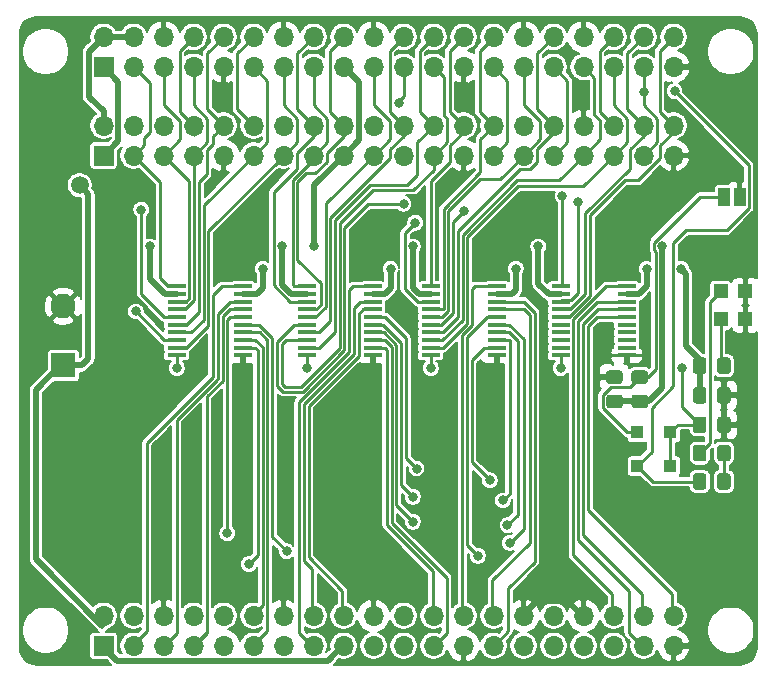
<source format=gbr>
G04 #@! TF.GenerationSoftware,KiCad,Pcbnew,5.1.6*
G04 #@! TF.CreationDate,2020-06-26T19:26:29+02:00*
G04 #@! TF.ProjectId,F010_rpi_logic_level_shifter_hat,46303130-5f72-4706-995f-6c6f6769635f,rev?*
G04 #@! TF.SameCoordinates,PXa52d280PY2b953a0*
G04 #@! TF.FileFunction,Copper,L1,Top*
G04 #@! TF.FilePolarity,Positive*
%FSLAX46Y46*%
G04 Gerber Fmt 4.6, Leading zero omitted, Abs format (unit mm)*
G04 Created by KiCad (PCBNEW 5.1.6) date 2020-06-26 19:26:29*
%MOMM*%
%LPD*%
G01*
G04 APERTURE LIST*
G04 #@! TA.AperFunction,SMDPad,CuDef*
%ADD10R,1.600000X0.300000*%
G04 #@! TD*
G04 #@! TA.AperFunction,SMDPad,CuDef*
%ADD11R,1.200000X1.200000*%
G04 #@! TD*
G04 #@! TA.AperFunction,SMDPad,CuDef*
%ADD12R,1.100000X1.100000*%
G04 #@! TD*
G04 #@! TA.AperFunction,SMDPad,CuDef*
%ADD13R,1.000000X1.500000*%
G04 #@! TD*
G04 #@! TA.AperFunction,ComponentPad*
%ADD14O,1.700000X1.700000*%
G04 #@! TD*
G04 #@! TA.AperFunction,ComponentPad*
%ADD15R,1.700000X1.700000*%
G04 #@! TD*
G04 #@! TA.AperFunction,ComponentPad*
%ADD16C,2.100000*%
G04 #@! TD*
G04 #@! TA.AperFunction,ComponentPad*
%ADD17R,2.100000X2.100000*%
G04 #@! TD*
G04 #@! TA.AperFunction,ViaPad*
%ADD18C,0.800000*%
G04 #@! TD*
G04 #@! TA.AperFunction,ViaPad*
%ADD19C,1.500000*%
G04 #@! TD*
G04 #@! TA.AperFunction,Conductor*
%ADD20C,0.500000*%
G04 #@! TD*
G04 #@! TA.AperFunction,Conductor*
%ADD21C,0.250000*%
G04 #@! TD*
G04 #@! TA.AperFunction,Conductor*
%ADD22C,0.200000*%
G04 #@! TD*
G04 APERTURE END LIST*
D10*
G04 #@! TO.P,U4,20*
G04 #@! TO.N,rpi5_36*
X-8900000Y-20375000D03*
G04 #@! TO.P,U4,19*
G04 #@! TO.N,+5V*
X-8900000Y-21025000D03*
G04 #@! TO.P,U4,18*
G04 #@! TO.N,rpi5_37*
X-8900000Y-21675000D03*
G04 #@! TO.P,U4,17*
G04 #@! TO.N,rpi5_38*
X-8900000Y-22325000D03*
G04 #@! TO.P,U4,16*
G04 #@! TO.N,rpi5_40*
X-8900000Y-22975000D03*
G04 #@! TO.P,U4,15*
G04 #@! TO.N,N/C*
X-8900000Y-23625000D03*
G04 #@! TO.P,U4,14*
X-8900000Y-24275000D03*
G04 #@! TO.P,U4,13*
X-8900000Y-24925000D03*
G04 #@! TO.P,U4,12*
X-8900000Y-25575000D03*
G04 #@! TO.P,U4,11*
G04 #@! TO.N,GND*
X-8900000Y-26225000D03*
G04 #@! TO.P,U4,10*
G04 #@! TO.N,EN*
X-14500000Y-26225000D03*
G04 #@! TO.P,U4,9*
G04 #@! TO.N,N/C*
X-14500000Y-25575000D03*
G04 #@! TO.P,U4,8*
X-14500000Y-24925000D03*
G04 #@! TO.P,U4,7*
X-14500000Y-24275000D03*
G04 #@! TO.P,U4,6*
X-14500000Y-23625000D03*
G04 #@! TO.P,U4,5*
G04 #@! TO.N,rpi_40*
X-14500000Y-22975000D03*
G04 #@! TO.P,U4,4*
G04 #@! TO.N,rpi_38*
X-14500000Y-22325000D03*
G04 #@! TO.P,U4,3*
G04 #@! TO.N,rpi_37*
X-14500000Y-21675000D03*
G04 #@! TO.P,U4,2*
G04 #@! TO.N,+3V3*
X-14500000Y-21025000D03*
G04 #@! TO.P,U4,1*
G04 #@! TO.N,rpi_36*
X-14500000Y-20375000D03*
G04 #@! TD*
G04 #@! TO.P,U3,20*
G04 #@! TO.N,rpi5_26*
X-19900000Y-20375000D03*
G04 #@! TO.P,U3,19*
G04 #@! TO.N,+5V*
X-19900000Y-21025000D03*
G04 #@! TO.P,U3,18*
G04 #@! TO.N,rpi5_27*
X-19900000Y-21675000D03*
G04 #@! TO.P,U3,17*
G04 #@! TO.N,rpi5_28*
X-19900000Y-22325000D03*
G04 #@! TO.P,U3,16*
G04 #@! TO.N,rpi5_29*
X-19900000Y-22975000D03*
G04 #@! TO.P,U3,15*
G04 #@! TO.N,rpi5_31*
X-19900000Y-23625000D03*
G04 #@! TO.P,U3,14*
G04 #@! TO.N,rpi5_32*
X-19900000Y-24275000D03*
G04 #@! TO.P,U3,13*
G04 #@! TO.N,rpi5_33*
X-19900000Y-24925000D03*
G04 #@! TO.P,U3,12*
G04 #@! TO.N,rpi5_35*
X-19900000Y-25575000D03*
G04 #@! TO.P,U3,11*
G04 #@! TO.N,GND*
X-19900000Y-26225000D03*
G04 #@! TO.P,U3,10*
G04 #@! TO.N,EN*
X-25500000Y-26225000D03*
G04 #@! TO.P,U3,9*
G04 #@! TO.N,rpi_35*
X-25500000Y-25575000D03*
G04 #@! TO.P,U3,8*
G04 #@! TO.N,rpi_33*
X-25500000Y-24925000D03*
G04 #@! TO.P,U3,7*
G04 #@! TO.N,rpi_32*
X-25500000Y-24275000D03*
G04 #@! TO.P,U3,6*
G04 #@! TO.N,rpi_31*
X-25500000Y-23625000D03*
G04 #@! TO.P,U3,5*
G04 #@! TO.N,rpi_29*
X-25500000Y-22975000D03*
G04 #@! TO.P,U3,4*
G04 #@! TO.N,rpi_28*
X-25500000Y-22325000D03*
G04 #@! TO.P,U3,3*
G04 #@! TO.N,rpi_27*
X-25500000Y-21675000D03*
G04 #@! TO.P,U3,2*
G04 #@! TO.N,+3V3*
X-25500000Y-21025000D03*
G04 #@! TO.P,U3,1*
G04 #@! TO.N,rpi_26*
X-25500000Y-20375000D03*
G04 #@! TD*
G04 #@! TO.P,U2,20*
G04 #@! TO.N,rpi5_15*
X-30400000Y-20375000D03*
G04 #@! TO.P,U2,19*
G04 #@! TO.N,+5V*
X-30400000Y-21025000D03*
G04 #@! TO.P,U2,18*
G04 #@! TO.N,rpi5_16*
X-30400000Y-21675000D03*
G04 #@! TO.P,U2,17*
G04 #@! TO.N,rpi5_18*
X-30400000Y-22325000D03*
G04 #@! TO.P,U2,16*
G04 #@! TO.N,rpi5_19*
X-30400000Y-22975000D03*
G04 #@! TO.P,U2,15*
G04 #@! TO.N,rpi5_21*
X-30400000Y-23625000D03*
G04 #@! TO.P,U2,14*
G04 #@! TO.N,rpi5_22*
X-30400000Y-24275000D03*
G04 #@! TO.P,U2,13*
G04 #@! TO.N,rpi5_23*
X-30400000Y-24925000D03*
G04 #@! TO.P,U2,12*
G04 #@! TO.N,rpi5_24*
X-30400000Y-25575000D03*
G04 #@! TO.P,U2,11*
G04 #@! TO.N,GND*
X-30400000Y-26225000D03*
G04 #@! TO.P,U2,10*
G04 #@! TO.N,EN*
X-36000000Y-26225000D03*
G04 #@! TO.P,U2,9*
G04 #@! TO.N,rpi_24*
X-36000000Y-25575000D03*
G04 #@! TO.P,U2,8*
G04 #@! TO.N,rpi_23*
X-36000000Y-24925000D03*
G04 #@! TO.P,U2,7*
G04 #@! TO.N,rpi_22*
X-36000000Y-24275000D03*
G04 #@! TO.P,U2,6*
G04 #@! TO.N,rpi_21*
X-36000000Y-23625000D03*
G04 #@! TO.P,U2,5*
G04 #@! TO.N,rpi_19*
X-36000000Y-22975000D03*
G04 #@! TO.P,U2,4*
G04 #@! TO.N,rpi_18*
X-36000000Y-22325000D03*
G04 #@! TO.P,U2,3*
G04 #@! TO.N,rpi_16*
X-36000000Y-21675000D03*
G04 #@! TO.P,U2,2*
G04 #@! TO.N,+3V3*
X-36000000Y-21025000D03*
G04 #@! TO.P,U2,1*
G04 #@! TO.N,rpi_15*
X-36000000Y-20375000D03*
G04 #@! TD*
G04 #@! TO.P,U1,20*
G04 #@! TO.N,rpi5_3*
X-41400000Y-20375000D03*
G04 #@! TO.P,U1,19*
G04 #@! TO.N,+5V*
X-41400000Y-21025000D03*
G04 #@! TO.P,U1,18*
G04 #@! TO.N,rpi5_5*
X-41400000Y-21675000D03*
G04 #@! TO.P,U1,17*
G04 #@! TO.N,rpi5_7*
X-41400000Y-22325000D03*
G04 #@! TO.P,U1,16*
G04 #@! TO.N,rpi5_8*
X-41400000Y-22975000D03*
G04 #@! TO.P,U1,15*
G04 #@! TO.N,rpi5_10*
X-41400000Y-23625000D03*
G04 #@! TO.P,U1,14*
G04 #@! TO.N,rpi5_11*
X-41400000Y-24275000D03*
G04 #@! TO.P,U1,13*
G04 #@! TO.N,rpi5_12*
X-41400000Y-24925000D03*
G04 #@! TO.P,U1,12*
G04 #@! TO.N,rpi5_13*
X-41400000Y-25575000D03*
G04 #@! TO.P,U1,11*
G04 #@! TO.N,GND*
X-41400000Y-26225000D03*
G04 #@! TO.P,U1,10*
G04 #@! TO.N,EN*
X-47000000Y-26225000D03*
G04 #@! TO.P,U1,9*
G04 #@! TO.N,rpi_13*
X-47000000Y-25575000D03*
G04 #@! TO.P,U1,8*
G04 #@! TO.N,rpi_12*
X-47000000Y-24925000D03*
G04 #@! TO.P,U1,7*
G04 #@! TO.N,rpi_11*
X-47000000Y-24275000D03*
G04 #@! TO.P,U1,6*
G04 #@! TO.N,rpi_10*
X-47000000Y-23625000D03*
G04 #@! TO.P,U1,5*
G04 #@! TO.N,rpi_8*
X-47000000Y-22975000D03*
G04 #@! TO.P,U1,4*
G04 #@! TO.N,rpi_7*
X-47000000Y-22325000D03*
G04 #@! TO.P,U1,3*
G04 #@! TO.N,rpi_5*
X-47000000Y-21675000D03*
G04 #@! TO.P,U1,2*
G04 #@! TO.N,+3V3*
X-47000000Y-21025000D03*
G04 #@! TO.P,U1,1*
G04 #@! TO.N,rpi_3*
X-47000000Y-20375000D03*
G04 #@! TD*
G04 #@! TO.P,R2,2*
G04 #@! TO.N,Net-(D1-Pad1)*
G04 #@! TA.AperFunction,SMDPad,CuDef*
G36*
G01*
X-2150000Y-34049999D02*
X-2150000Y-34950001D01*
G75*
G02*
X-2399999Y-35200000I-249999J0D01*
G01*
X-3050001Y-35200000D01*
G75*
G02*
X-3300000Y-34950001I0J249999D01*
G01*
X-3300000Y-34049999D01*
G75*
G02*
X-3050001Y-33800000I249999J0D01*
G01*
X-2399999Y-33800000D01*
G75*
G02*
X-2150000Y-34049999I0J-249999D01*
G01*
G37*
G04 #@! TD.AperFunction*
G04 #@! TO.P,R2,1*
G04 #@! TO.N,Net-(R1-Pad2)*
G04 #@! TA.AperFunction,SMDPad,CuDef*
G36*
G01*
X-100000Y-34049999D02*
X-100000Y-34950001D01*
G75*
G02*
X-349999Y-35200000I-249999J0D01*
G01*
X-1000001Y-35200000D01*
G75*
G02*
X-1250000Y-34950001I0J249999D01*
G01*
X-1250000Y-34049999D01*
G75*
G02*
X-1000001Y-33800000I249999J0D01*
G01*
X-349999Y-33800000D01*
G75*
G02*
X-100000Y-34049999I0J-249999D01*
G01*
G37*
G04 #@! TD.AperFunction*
G04 #@! TD*
G04 #@! TO.P,C2,2*
G04 #@! TO.N,GND*
G04 #@! TA.AperFunction,SMDPad,CuDef*
G36*
G01*
X-1250000Y-30050001D02*
X-1250000Y-29149999D01*
G75*
G02*
X-1000001Y-28900000I249999J0D01*
G01*
X-349999Y-28900000D01*
G75*
G02*
X-100000Y-29149999I0J-249999D01*
G01*
X-100000Y-30050001D01*
G75*
G02*
X-349999Y-30300000I-249999J0D01*
G01*
X-1000001Y-30300000D01*
G75*
G02*
X-1250000Y-30050001I0J249999D01*
G01*
G37*
G04 #@! TD.AperFunction*
G04 #@! TO.P,C2,1*
G04 #@! TO.N,+5V*
G04 #@! TA.AperFunction,SMDPad,CuDef*
G36*
G01*
X-3300000Y-30050001D02*
X-3300000Y-29149999D01*
G75*
G02*
X-3050001Y-28900000I249999J0D01*
G01*
X-2399999Y-28900000D01*
G75*
G02*
X-2150000Y-29149999I0J-249999D01*
G01*
X-2150000Y-30050001D01*
G75*
G02*
X-2399999Y-30300000I-249999J0D01*
G01*
X-3050001Y-30300000D01*
G75*
G02*
X-3300000Y-30050001I0J249999D01*
G01*
G37*
G04 #@! TD.AperFunction*
G04 #@! TD*
G04 #@! TO.P,R5,2*
G04 #@! TO.N,GND*
G04 #@! TA.AperFunction,SMDPad,CuDef*
G36*
G01*
X-1250000Y-32550001D02*
X-1250000Y-31649999D01*
G75*
G02*
X-1000001Y-31400000I249999J0D01*
G01*
X-349999Y-31400000D01*
G75*
G02*
X-100000Y-31649999I0J-249999D01*
G01*
X-100000Y-32550001D01*
G75*
G02*
X-349999Y-32800000I-249999J0D01*
G01*
X-1000001Y-32800000D01*
G75*
G02*
X-1250000Y-32550001I0J249999D01*
G01*
G37*
G04 #@! TD.AperFunction*
G04 #@! TO.P,R5,1*
G04 #@! TO.N,EN*
G04 #@! TA.AperFunction,SMDPad,CuDef*
G36*
G01*
X-3300000Y-32550001D02*
X-3300000Y-31649999D01*
G75*
G02*
X-3050001Y-31400000I249999J0D01*
G01*
X-2399999Y-31400000D01*
G75*
G02*
X-2150000Y-31649999I0J-249999D01*
G01*
X-2150000Y-32550001D01*
G75*
G02*
X-2399999Y-32800000I-249999J0D01*
G01*
X-3050001Y-32800000D01*
G75*
G02*
X-3300000Y-32550001I0J249999D01*
G01*
G37*
G04 #@! TD.AperFunction*
G04 #@! TD*
G04 #@! TO.P,R1,2*
G04 #@! TO.N,Net-(R1-Pad2)*
G04 #@! TA.AperFunction,SMDPad,CuDef*
G36*
G01*
X-1250000Y-37350001D02*
X-1250000Y-36449999D01*
G75*
G02*
X-1000001Y-36200000I249999J0D01*
G01*
X-349999Y-36200000D01*
G75*
G02*
X-100000Y-36449999I0J-249999D01*
G01*
X-100000Y-37350001D01*
G75*
G02*
X-349999Y-37600000I-249999J0D01*
G01*
X-1000001Y-37600000D01*
G75*
G02*
X-1250000Y-37350001I0J249999D01*
G01*
G37*
G04 #@! TD.AperFunction*
G04 #@! TO.P,R1,1*
G04 #@! TO.N,rpi_37*
G04 #@! TA.AperFunction,SMDPad,CuDef*
G36*
G01*
X-3300000Y-37350001D02*
X-3300000Y-36449999D01*
G75*
G02*
X-3050001Y-36200000I249999J0D01*
G01*
X-2399999Y-36200000D01*
G75*
G02*
X-2150000Y-36449999I0J-249999D01*
G01*
X-2150000Y-37350001D01*
G75*
G02*
X-2399999Y-37600000I-249999J0D01*
G01*
X-3050001Y-37600000D01*
G75*
G02*
X-3300000Y-37350001I0J249999D01*
G01*
G37*
G04 #@! TD.AperFunction*
G04 #@! TD*
G04 #@! TO.P,R4,2*
G04 #@! TO.N,Net-(D3-Pad2)*
G04 #@! TA.AperFunction,SMDPad,CuDef*
G36*
G01*
X-7349999Y-28650000D02*
X-8250001Y-28650000D01*
G75*
G02*
X-8500000Y-28400001I0J249999D01*
G01*
X-8500000Y-27749999D01*
G75*
G02*
X-8250001Y-27500000I249999J0D01*
G01*
X-7349999Y-27500000D01*
G75*
G02*
X-7100000Y-27749999I0J-249999D01*
G01*
X-7100000Y-28400001D01*
G75*
G02*
X-7349999Y-28650000I-249999J0D01*
G01*
G37*
G04 #@! TD.AperFunction*
G04 #@! TO.P,R4,1*
G04 #@! TO.N,+3V3*
G04 #@! TA.AperFunction,SMDPad,CuDef*
G36*
G01*
X-7349999Y-30700000D02*
X-8250001Y-30700000D01*
G75*
G02*
X-8500000Y-30450001I0J249999D01*
G01*
X-8500000Y-29799999D01*
G75*
G02*
X-8250001Y-29550000I249999J0D01*
G01*
X-7349999Y-29550000D01*
G75*
G02*
X-7100000Y-29799999I0J-249999D01*
G01*
X-7100000Y-30450001D01*
G75*
G02*
X-7349999Y-30700000I-249999J0D01*
G01*
G37*
G04 #@! TD.AperFunction*
G04 #@! TD*
D11*
G04 #@! TO.P,D1,1*
G04 #@! TO.N,Net-(D1-Pad1)*
X-950000Y-20800000D03*
G04 #@! TO.P,D1,2*
G04 #@! TO.N,GND*
X1150000Y-20800000D03*
G04 #@! TD*
D12*
G04 #@! TO.P,D3,2*
G04 #@! TO.N,Net-(D3-Pad2)*
X-8000000Y-32750000D03*
G04 #@! TO.P,D3,1*
G04 #@! TO.N,EN*
X-5200000Y-32750000D03*
G04 #@! TD*
G04 #@! TO.P,D2,2*
G04 #@! TO.N,rpi_37*
X-8000000Y-35600000D03*
G04 #@! TO.P,D2,1*
G04 #@! TO.N,EN*
X-5200000Y-35600000D03*
G04 #@! TD*
D13*
G04 #@! TO.P,JP1,2*
G04 #@! TO.N,GND*
X650000Y-12800000D03*
G04 #@! TO.P,JP1,1*
G04 #@! TO.N,Net-(D3-Pad2)*
X-650000Y-12800000D03*
G04 #@! TD*
G04 #@! TO.P,R3,2*
G04 #@! TO.N,Net-(D4-Pad1)*
G04 #@! TA.AperFunction,SMDPad,CuDef*
G36*
G01*
X-1250000Y-27550001D02*
X-1250000Y-26649999D01*
G75*
G02*
X-1000001Y-26400000I249999J0D01*
G01*
X-349999Y-26400000D01*
G75*
G02*
X-100000Y-26649999I0J-249999D01*
G01*
X-100000Y-27550001D01*
G75*
G02*
X-349999Y-27800000I-249999J0D01*
G01*
X-1000001Y-27800000D01*
G75*
G02*
X-1250000Y-27550001I0J249999D01*
G01*
G37*
G04 #@! TD.AperFunction*
G04 #@! TO.P,R3,1*
G04 #@! TO.N,+5V*
G04 #@! TA.AperFunction,SMDPad,CuDef*
G36*
G01*
X-3300000Y-27550001D02*
X-3300000Y-26649999D01*
G75*
G02*
X-3050001Y-26400000I249999J0D01*
G01*
X-2399999Y-26400000D01*
G75*
G02*
X-2150000Y-26649999I0J-249999D01*
G01*
X-2150000Y-27550001D01*
G75*
G02*
X-2399999Y-27800000I-249999J0D01*
G01*
X-3050001Y-27800000D01*
G75*
G02*
X-3300000Y-27550001I0J249999D01*
G01*
G37*
G04 #@! TD.AperFunction*
G04 #@! TD*
D11*
G04 #@! TO.P,D4,1*
G04 #@! TO.N,Net-(D4-Pad1)*
X-950000Y-23175000D03*
G04 #@! TO.P,D4,2*
G04 #@! TO.N,GND*
X1150000Y-23175000D03*
G04 #@! TD*
D14*
G04 #@! TO.P,J3,40*
G04 #@! TO.N,rpi_40*
X-4940000Y-6760000D03*
G04 #@! TO.P,J3,39*
G04 #@! TO.N,GND*
X-4940000Y-9300000D03*
G04 #@! TO.P,J3,38*
G04 #@! TO.N,rpi_38*
X-7480000Y-6760000D03*
G04 #@! TO.P,J3,37*
G04 #@! TO.N,rpi_37*
X-7480000Y-9300000D03*
G04 #@! TO.P,J3,36*
G04 #@! TO.N,rpi_36*
X-10020000Y-6760000D03*
G04 #@! TO.P,J3,35*
G04 #@! TO.N,rpi_35*
X-10020000Y-9300000D03*
G04 #@! TO.P,J3,34*
G04 #@! TO.N,GND*
X-12560000Y-6760000D03*
G04 #@! TO.P,J3,33*
G04 #@! TO.N,rpi_33*
X-12560000Y-9300000D03*
G04 #@! TO.P,J3,32*
G04 #@! TO.N,rpi_32*
X-15100000Y-6760000D03*
G04 #@! TO.P,J3,31*
G04 #@! TO.N,rpi_31*
X-15100000Y-9300000D03*
G04 #@! TO.P,J3,30*
G04 #@! TO.N,GND*
X-17640000Y-6760000D03*
G04 #@! TO.P,J3,29*
G04 #@! TO.N,rpi_29*
X-17640000Y-9300000D03*
G04 #@! TO.P,J3,28*
G04 #@! TO.N,rpi_28*
X-20180000Y-6760000D03*
G04 #@! TO.P,J3,27*
G04 #@! TO.N,rpi_27*
X-20180000Y-9300000D03*
G04 #@! TO.P,J3,26*
G04 #@! TO.N,rpi_26*
X-22720000Y-6760000D03*
G04 #@! TO.P,J3,25*
G04 #@! TO.N,GND*
X-22720000Y-9300000D03*
G04 #@! TO.P,J3,24*
G04 #@! TO.N,rpi_24*
X-25260000Y-6760000D03*
G04 #@! TO.P,J3,23*
G04 #@! TO.N,rpi_23*
X-25260000Y-9300000D03*
G04 #@! TO.P,J3,22*
G04 #@! TO.N,rpi_22*
X-27800000Y-6760000D03*
G04 #@! TO.P,J3,21*
G04 #@! TO.N,rpi_21*
X-27800000Y-9300000D03*
G04 #@! TO.P,J3,20*
G04 #@! TO.N,GND*
X-30340000Y-6760000D03*
G04 #@! TO.P,J3,19*
G04 #@! TO.N,rpi_19*
X-30340000Y-9300000D03*
G04 #@! TO.P,J3,18*
G04 #@! TO.N,rpi_18*
X-32880000Y-6760000D03*
G04 #@! TO.P,J3,17*
G04 #@! TO.N,+3V3*
X-32880000Y-9300000D03*
G04 #@! TO.P,J3,16*
G04 #@! TO.N,rpi_16*
X-35420000Y-6760000D03*
G04 #@! TO.P,J3,15*
G04 #@! TO.N,rpi_15*
X-35420000Y-9300000D03*
G04 #@! TO.P,J3,14*
G04 #@! TO.N,GND*
X-37960000Y-6760000D03*
G04 #@! TO.P,J3,13*
G04 #@! TO.N,rpi_13*
X-37960000Y-9300000D03*
G04 #@! TO.P,J3,12*
G04 #@! TO.N,rpi_12*
X-40500000Y-6760000D03*
G04 #@! TO.P,J3,11*
G04 #@! TO.N,rpi_11*
X-40500000Y-9300000D03*
G04 #@! TO.P,J3,10*
G04 #@! TO.N,rpi_10*
X-43040000Y-6760000D03*
G04 #@! TO.P,J3,9*
G04 #@! TO.N,GND*
X-43040000Y-9300000D03*
G04 #@! TO.P,J3,8*
G04 #@! TO.N,rpi_8*
X-45580000Y-6760000D03*
G04 #@! TO.P,J3,7*
G04 #@! TO.N,rpi_7*
X-45580000Y-9300000D03*
G04 #@! TO.P,J3,6*
G04 #@! TO.N,GND*
X-48120000Y-6760000D03*
G04 #@! TO.P,J3,5*
G04 #@! TO.N,rpi_5*
X-48120000Y-9300000D03*
G04 #@! TO.P,J3,4*
G04 #@! TO.N,+5V*
X-50660000Y-6760000D03*
G04 #@! TO.P,J3,3*
G04 #@! TO.N,rpi_3*
X-50660000Y-9300000D03*
G04 #@! TO.P,J3,2*
G04 #@! TO.N,+5V*
X-53200000Y-6760000D03*
D15*
G04 #@! TO.P,J3,1*
G04 #@! TO.N,+3V3*
X-53200000Y-9300000D03*
G04 #@! TD*
D14*
G04 #@! TO.P,J4,40*
G04 #@! TO.N,rpi5_40*
X-4940000Y-48270000D03*
G04 #@! TO.P,J4,39*
G04 #@! TO.N,GND*
X-4940000Y-50810000D03*
G04 #@! TO.P,J4,38*
G04 #@! TO.N,rpi5_38*
X-7480000Y-48270000D03*
G04 #@! TO.P,J4,37*
G04 #@! TO.N,rpi5_37*
X-7480000Y-50810000D03*
G04 #@! TO.P,J4,36*
G04 #@! TO.N,rpi5_36*
X-10020000Y-48270000D03*
G04 #@! TO.P,J4,35*
G04 #@! TO.N,rpi5_35*
X-10020000Y-50810000D03*
G04 #@! TO.P,J4,34*
G04 #@! TO.N,GND*
X-12560000Y-48270000D03*
G04 #@! TO.P,J4,33*
G04 #@! TO.N,rpi5_33*
X-12560000Y-50810000D03*
G04 #@! TO.P,J4,32*
G04 #@! TO.N,rpi5_32*
X-15100000Y-48270000D03*
G04 #@! TO.P,J4,31*
G04 #@! TO.N,rpi5_31*
X-15100000Y-50810000D03*
G04 #@! TO.P,J4,30*
G04 #@! TO.N,GND*
X-17640000Y-48270000D03*
G04 #@! TO.P,J4,29*
G04 #@! TO.N,rpi5_29*
X-17640000Y-50810000D03*
G04 #@! TO.P,J4,28*
G04 #@! TO.N,rpi5_28*
X-20180000Y-48270000D03*
G04 #@! TO.P,J4,27*
G04 #@! TO.N,rpi5_27*
X-20180000Y-50810000D03*
G04 #@! TO.P,J4,26*
G04 #@! TO.N,rpi5_26*
X-22720000Y-48270000D03*
G04 #@! TO.P,J4,25*
G04 #@! TO.N,GND*
X-22720000Y-50810000D03*
G04 #@! TO.P,J4,24*
G04 #@! TO.N,rpi5_24*
X-25260000Y-48270000D03*
G04 #@! TO.P,J4,23*
G04 #@! TO.N,rpi5_23*
X-25260000Y-50810000D03*
G04 #@! TO.P,J4,22*
G04 #@! TO.N,rpi5_22*
X-27800000Y-48270000D03*
G04 #@! TO.P,J4,21*
G04 #@! TO.N,rpi5_21*
X-27800000Y-50810000D03*
G04 #@! TO.P,J4,20*
G04 #@! TO.N,GND*
X-30340000Y-48270000D03*
G04 #@! TO.P,J4,19*
G04 #@! TO.N,rpi5_19*
X-30340000Y-50810000D03*
G04 #@! TO.P,J4,18*
G04 #@! TO.N,rpi5_18*
X-32880000Y-48270000D03*
G04 #@! TO.P,J4,17*
G04 #@! TO.N,+5V*
X-32880000Y-50810000D03*
G04 #@! TO.P,J4,16*
G04 #@! TO.N,rpi5_16*
X-35420000Y-48270000D03*
G04 #@! TO.P,J4,15*
G04 #@! TO.N,rpi5_15*
X-35420000Y-50810000D03*
G04 #@! TO.P,J4,14*
G04 #@! TO.N,GND*
X-37960000Y-48270000D03*
G04 #@! TO.P,J4,13*
G04 #@! TO.N,rpi5_13*
X-37960000Y-50810000D03*
G04 #@! TO.P,J4,12*
G04 #@! TO.N,rpi5_12*
X-40500000Y-48270000D03*
G04 #@! TO.P,J4,11*
G04 #@! TO.N,rpi5_11*
X-40500000Y-50810000D03*
G04 #@! TO.P,J4,10*
G04 #@! TO.N,rpi5_10*
X-43040000Y-48270000D03*
G04 #@! TO.P,J4,9*
G04 #@! TO.N,GND*
X-43040000Y-50810000D03*
G04 #@! TO.P,J4,8*
G04 #@! TO.N,rpi5_8*
X-45580000Y-48270000D03*
G04 #@! TO.P,J4,7*
G04 #@! TO.N,rpi5_7*
X-45580000Y-50810000D03*
G04 #@! TO.P,J4,6*
G04 #@! TO.N,GND*
X-48120000Y-48270000D03*
G04 #@! TO.P,J4,5*
G04 #@! TO.N,rpi5_5*
X-48120000Y-50810000D03*
G04 #@! TO.P,J4,4*
G04 #@! TO.N,+5V*
X-50660000Y-48270000D03*
G04 #@! TO.P,J4,3*
G04 #@! TO.N,rpi5_3*
X-50660000Y-50810000D03*
G04 #@! TO.P,J4,2*
G04 #@! TO.N,+5V*
X-53200000Y-48270000D03*
D15*
G04 #@! TO.P,J4,1*
X-53200000Y-50810000D03*
G04 #@! TD*
D14*
G04 #@! TO.P,J1,40*
G04 #@! TO.N,rpi_40*
X-4940000Y740000D03*
G04 #@! TO.P,J1,39*
G04 #@! TO.N,GND*
X-4940000Y-1800000D03*
G04 #@! TO.P,J1,38*
G04 #@! TO.N,rpi_38*
X-7480000Y740000D03*
G04 #@! TO.P,J1,37*
G04 #@! TO.N,rpi_37*
X-7480000Y-1800000D03*
G04 #@! TO.P,J1,36*
G04 #@! TO.N,rpi_36*
X-10020000Y740000D03*
G04 #@! TO.P,J1,35*
G04 #@! TO.N,rpi_35*
X-10020000Y-1800000D03*
G04 #@! TO.P,J1,34*
G04 #@! TO.N,GND*
X-12560000Y740000D03*
G04 #@! TO.P,J1,33*
G04 #@! TO.N,rpi_33*
X-12560000Y-1800000D03*
G04 #@! TO.P,J1,32*
G04 #@! TO.N,rpi_32*
X-15100000Y740000D03*
G04 #@! TO.P,J1,31*
G04 #@! TO.N,rpi_31*
X-15100000Y-1800000D03*
G04 #@! TO.P,J1,30*
G04 #@! TO.N,GND*
X-17640000Y740000D03*
G04 #@! TO.P,J1,29*
G04 #@! TO.N,rpi_29*
X-17640000Y-1800000D03*
G04 #@! TO.P,J1,28*
G04 #@! TO.N,rpi_28*
X-20180000Y740000D03*
G04 #@! TO.P,J1,27*
G04 #@! TO.N,rpi_27*
X-20180000Y-1800000D03*
G04 #@! TO.P,J1,26*
G04 #@! TO.N,rpi_26*
X-22720000Y740000D03*
G04 #@! TO.P,J1,25*
G04 #@! TO.N,GND*
X-22720000Y-1800000D03*
G04 #@! TO.P,J1,24*
G04 #@! TO.N,rpi_24*
X-25260000Y740000D03*
G04 #@! TO.P,J1,23*
G04 #@! TO.N,rpi_23*
X-25260000Y-1800000D03*
G04 #@! TO.P,J1,22*
G04 #@! TO.N,rpi_22*
X-27800000Y740000D03*
G04 #@! TO.P,J1,21*
G04 #@! TO.N,rpi_21*
X-27800000Y-1800000D03*
G04 #@! TO.P,J1,20*
G04 #@! TO.N,GND*
X-30340000Y740000D03*
G04 #@! TO.P,J1,19*
G04 #@! TO.N,rpi_19*
X-30340000Y-1800000D03*
G04 #@! TO.P,J1,18*
G04 #@! TO.N,rpi_18*
X-32880000Y740000D03*
G04 #@! TO.P,J1,17*
G04 #@! TO.N,+3V3*
X-32880000Y-1800000D03*
G04 #@! TO.P,J1,16*
G04 #@! TO.N,rpi_16*
X-35420000Y740000D03*
G04 #@! TO.P,J1,15*
G04 #@! TO.N,rpi_15*
X-35420000Y-1800000D03*
G04 #@! TO.P,J1,14*
G04 #@! TO.N,GND*
X-37960000Y740000D03*
G04 #@! TO.P,J1,13*
G04 #@! TO.N,rpi_13*
X-37960000Y-1800000D03*
G04 #@! TO.P,J1,12*
G04 #@! TO.N,rpi_12*
X-40500000Y740000D03*
G04 #@! TO.P,J1,11*
G04 #@! TO.N,rpi_11*
X-40500000Y-1800000D03*
G04 #@! TO.P,J1,10*
G04 #@! TO.N,rpi_10*
X-43040000Y740000D03*
G04 #@! TO.P,J1,9*
G04 #@! TO.N,GND*
X-43040000Y-1800000D03*
G04 #@! TO.P,J1,8*
G04 #@! TO.N,rpi_8*
X-45580000Y740000D03*
G04 #@! TO.P,J1,7*
G04 #@! TO.N,rpi_7*
X-45580000Y-1800000D03*
G04 #@! TO.P,J1,6*
G04 #@! TO.N,GND*
X-48120000Y740000D03*
G04 #@! TO.P,J1,5*
G04 #@! TO.N,rpi_5*
X-48120000Y-1800000D03*
G04 #@! TO.P,J1,4*
G04 #@! TO.N,+5V*
X-50660000Y740000D03*
G04 #@! TO.P,J1,3*
G04 #@! TO.N,rpi_3*
X-50660000Y-1800000D03*
G04 #@! TO.P,J1,2*
G04 #@! TO.N,+5V*
X-53200000Y740000D03*
D15*
G04 #@! TO.P,J1,1*
G04 #@! TO.N,+3V3*
X-53200000Y-1800000D03*
G04 #@! TD*
D16*
G04 #@! TO.P,J2,2*
G04 #@! TO.N,GND*
X-56600000Y-22075000D03*
D17*
G04 #@! TO.P,J2,1*
G04 #@! TO.N,+5V*
X-56600000Y-27075000D03*
G04 #@! TD*
G04 #@! TO.P,C1,2*
G04 #@! TO.N,GND*
G04 #@! TA.AperFunction,SMDPad,CuDef*
G36*
G01*
X-9499999Y-28650000D02*
X-10400001Y-28650000D01*
G75*
G02*
X-10650000Y-28400001I0J249999D01*
G01*
X-10650000Y-27749999D01*
G75*
G02*
X-10400001Y-27500000I249999J0D01*
G01*
X-9499999Y-27500000D01*
G75*
G02*
X-9250000Y-27749999I0J-249999D01*
G01*
X-9250000Y-28400001D01*
G75*
G02*
X-9499999Y-28650000I-249999J0D01*
G01*
G37*
G04 #@! TD.AperFunction*
G04 #@! TO.P,C1,1*
G04 #@! TO.N,+3V3*
G04 #@! TA.AperFunction,SMDPad,CuDef*
G36*
G01*
X-9499999Y-30700000D02*
X-10400001Y-30700000D01*
G75*
G02*
X-10650000Y-30450001I0J249999D01*
G01*
X-10650000Y-29799999D01*
G75*
G02*
X-10400001Y-29550000I249999J0D01*
G01*
X-9499999Y-29550000D01*
G75*
G02*
X-9250000Y-29799999I0J-249999D01*
G01*
X-9250000Y-30450001D01*
G75*
G02*
X-9499999Y-30700000I-249999J0D01*
G01*
G37*
G04 #@! TD.AperFunction*
G04 #@! TD*
D18*
G04 #@! TO.N,GND*
X-10900000Y-24750000D03*
X-20500000Y-28950000D03*
X-41450000Y-28750000D03*
X-31200000Y-28650000D03*
X-26700000Y-31410000D03*
X-37640000Y-35880000D03*
X-45790000Y-35880000D03*
X-39590000Y-13060000D03*
X-29230000Y-14610000D03*
G04 #@! TO.N,rpi_37*
X-13000000Y-13200000D03*
X-4850000Y-3850000D03*
X-7480000Y-3880000D03*
G04 #@! TO.N,rpi_36*
X-14347499Y-12752501D03*
G04 #@! TO.N,rpi_31*
X-22700000Y-14000000D03*
G04 #@! TO.N,rpi_27*
X-26800000Y-15000000D03*
G04 #@! TO.N,rpi_21*
X-28200000Y-4850000D03*
X-27800000Y-13400000D03*
G04 #@! TO.N,+3V3*
X-49300000Y-17000000D03*
X-38100000Y-17000000D03*
X-27000000Y-17000000D03*
X-16400000Y-17000000D03*
X-5900000Y-17000000D03*
X-35400000Y-17000000D03*
G04 #@! TO.N,rpi_12*
X-50475000Y-22500000D03*
G04 #@! TO.N,rpi_8*
X-50000000Y-13900000D03*
D19*
G04 #@! TO.N,+5V*
X-55225000Y-11800000D03*
D18*
X-7200000Y-18900000D03*
X-18300000Y-18900000D03*
X-28900000Y-18900000D03*
X-39700000Y-18900000D03*
X-4300000Y-18900000D03*
G04 #@! TO.N,rpi5_35*
X-20500000Y-36800000D03*
G04 #@! TO.N,rpi5_33*
X-19400000Y-38500000D03*
G04 #@! TO.N,rpi5_32*
X-19000000Y-40600000D03*
G04 #@! TO.N,rpi5_31*
X-18800000Y-42100000D03*
G04 #@! TO.N,rpi5_29*
X-21500000Y-43200000D03*
G04 #@! TO.N,rpi5_22*
X-27000000Y-40300000D03*
G04 #@! TO.N,rpi5_21*
X-27000000Y-38200000D03*
G04 #@! TO.N,rpi5_19*
X-26700000Y-35800000D03*
G04 #@! TO.N,rpi5_13*
X-40900000Y-43900000D03*
G04 #@! TO.N,rpi5_10*
X-37700000Y-42800000D03*
G04 #@! TO.N,rpi5_8*
X-42724919Y-41275081D03*
G04 #@! TO.N,EN*
X-25500000Y-27300000D03*
X-14500000Y-27300000D03*
X-47000000Y-27300000D03*
X-36000000Y-27300000D03*
X-4200000Y-27300000D03*
G04 #@! TD*
D20*
G04 #@! TO.N,GND*
X-13910001Y-47019999D02*
X-12660000Y-48270000D01*
X-16489999Y-47019999D02*
X-13910001Y-47019999D01*
X-17740000Y-48270000D02*
X-16489999Y-47019999D01*
D21*
G04 #@! TO.N,rpi_40*
X-6115001Y-5584999D02*
X-4940000Y-6760000D01*
X-6115001Y-435001D02*
X-6115001Y-5584999D01*
X-4940000Y740000D02*
X-6115001Y-435001D01*
X-13789299Y-22975000D02*
X-11999990Y-21185691D01*
X-14500000Y-22975000D02*
X-13789299Y-22975000D01*
X-11999990Y-21185691D02*
X-11999990Y-14365688D01*
X-11999990Y-14365688D02*
X-9034302Y-11400000D01*
X-4940000Y-7325699D02*
X-4940000Y-6760000D01*
X-6065001Y-8450700D02*
X-4940000Y-7325699D01*
X-6065001Y-9550003D02*
X-6065001Y-8450700D01*
X-7914998Y-11400000D02*
X-6065001Y-9550003D01*
X-9034302Y-11400000D02*
X-7914998Y-11400000D01*
G04 #@! TO.N,rpi_38*
X-8844999Y-5395001D02*
X-7480000Y-6760000D01*
X-8844999Y-624999D02*
X-8844999Y-5395001D01*
X-7480000Y740000D02*
X-8844999Y-624999D01*
X-8605001Y-8759999D02*
X-8605001Y-10405001D01*
X-7480000Y-7634998D02*
X-8605001Y-8759999D01*
X-7480000Y-6760000D02*
X-7480000Y-7634998D01*
X-8605001Y-10405001D02*
X-12400000Y-14200000D01*
X-13704998Y-22325000D02*
X-14500000Y-22325000D01*
X-12400000Y-21020002D02*
X-13704998Y-22325000D01*
X-12400000Y-14200000D02*
X-12400000Y-21020002D01*
G04 #@! TO.N,rpi_37*
X-7480000Y-5020998D02*
X-6304999Y-6195999D01*
X-6304999Y-8124999D02*
X-7480000Y-9300000D01*
X-6304999Y-6195999D02*
X-6304999Y-8124999D01*
X-7480000Y-1800000D02*
X-7480000Y-3880000D01*
X-13580008Y-21550010D02*
X-13000000Y-20970002D01*
X-14450010Y-21550010D02*
X-13580008Y-21550010D01*
X-14500000Y-21600000D02*
X-14450010Y-21550010D01*
X-14500000Y-21675000D02*
X-14500000Y-21600000D01*
X-13000000Y-20970002D02*
X-13000000Y-13200000D01*
X-6700000Y-36900000D02*
X-8000000Y-35600000D01*
X-2725000Y-36900000D02*
X-6700000Y-36900000D01*
X-4850000Y-3850000D02*
X-4850000Y-3850000D01*
X-7480000Y-3880000D02*
X-7480000Y-5020998D01*
X-446695Y-15641697D02*
X1425001Y-13770001D01*
X1425001Y-10125001D02*
X-4850000Y-3850000D01*
X1425001Y-13770001D02*
X1425001Y-10125001D01*
X-3908303Y-15641697D02*
X-446695Y-15641697D01*
X-4975001Y-16708395D02*
X-3908303Y-15641697D01*
X-4975001Y-28842477D02*
X-4975001Y-16708395D01*
X-6782533Y-34382533D02*
X-6782533Y-30650009D01*
X-6782533Y-30650009D02*
X-4975001Y-28842477D01*
X-8000000Y-35600000D02*
X-6782533Y-34382533D01*
G04 #@! TO.N,rpi_36*
X-11195001Y-5584999D02*
X-10020000Y-6760000D01*
X-11195001Y-435001D02*
X-11195001Y-5584999D01*
X-10020000Y740000D02*
X-11195001Y-435001D01*
X-14347499Y-20222499D02*
X-14500000Y-20375000D01*
X-14347499Y-12752501D02*
X-14347499Y-20222499D01*
G04 #@! TO.N,rpi_35*
X-8844999Y-6195999D02*
X-8844999Y-8124999D01*
X-8844999Y-8124999D02*
X-10020000Y-9300000D01*
X-10020000Y-5020998D02*
X-8844999Y-6195999D01*
X-10020000Y-1800000D02*
X-10020000Y-5020998D01*
X-12620000Y-11900000D02*
X-10020000Y-9300000D01*
X-18134302Y-11900000D02*
X-12620000Y-11900000D01*
X-22399950Y-16165648D02*
X-18134302Y-11900000D01*
X-22399950Y-23524950D02*
X-22399950Y-16165648D01*
X-24450000Y-25575000D02*
X-22399950Y-23524950D01*
X-25500000Y-25575000D02*
X-24450000Y-25575000D01*
G04 #@! TO.N,rpi_33*
X-11200000Y-7940000D02*
X-12560000Y-9300000D01*
X-11200000Y-6300000D02*
X-11200000Y-7940000D01*
X-11645011Y-2714989D02*
X-11645011Y-5854989D01*
X-11645011Y-5854989D02*
X-11200000Y-6300000D01*
X-12560000Y-1800000D02*
X-11645011Y-2714989D01*
X-24534301Y-24925000D02*
X-22800000Y-23190699D01*
X-25500000Y-24925000D02*
X-24534301Y-24925000D01*
X-22800000Y-22937796D02*
X-22799960Y-22937756D01*
X-22800000Y-23190699D02*
X-22800000Y-22937796D01*
X-22799960Y-22937756D02*
X-22799960Y-15999960D01*
X-22799960Y-15999960D02*
X-18200000Y-11400000D01*
X-14660000Y-11400000D02*
X-12560000Y-9300000D01*
X-18200000Y-11400000D02*
X-14660000Y-11400000D01*
G04 #@! TO.N,rpi_32*
X-16464999Y-624999D02*
X-16464999Y-5395001D01*
X-16464999Y-5395001D02*
X-15100000Y-6760000D01*
X-15100000Y740000D02*
X-16464999Y-624999D01*
X-15100000Y-6760000D02*
X-15160000Y-6760000D01*
X-23599980Y-23424980D02*
X-24450000Y-24275000D01*
X-24450000Y-24275000D02*
X-25500000Y-24275000D01*
X-15100000Y-7345000D02*
X-16514999Y-8759999D01*
X-15100000Y-6760000D02*
X-15100000Y-7345000D01*
X-23599980Y-23424980D02*
X-23599980Y-23399980D01*
X-23599980Y-23399980D02*
X-23200000Y-23000000D01*
X-23200000Y-22772097D02*
X-23199970Y-22772067D01*
X-23200000Y-23000000D02*
X-23200000Y-22772097D01*
X-23199970Y-22772067D02*
X-23199970Y-15699970D01*
X-17125001Y-10425001D02*
X-16514999Y-9814999D01*
X-17925001Y-10425001D02*
X-17125001Y-10425001D01*
X-23199970Y-15699970D02*
X-17925001Y-10425001D01*
X-16514999Y-9814999D02*
X-16514999Y-9840001D01*
X-16514999Y-8759999D02*
X-16514999Y-9814999D01*
G04 #@! TO.N,rpi_31*
X-13924999Y-8124999D02*
X-15100000Y-9300000D01*
X-13924999Y-2975001D02*
X-13924999Y-8124999D01*
X-15100000Y-1800000D02*
X-13924999Y-2975001D01*
X-24618603Y-23625000D02*
X-23599980Y-22606378D01*
X-25500000Y-23625000D02*
X-24618603Y-23625000D01*
X-23599980Y-22606378D02*
X-23599980Y-14899980D01*
X-23599980Y-14899980D02*
X-22700000Y-14000000D01*
G04 #@! TO.N,rpi_29*
X-16275001Y-7935001D02*
X-17640000Y-9300000D01*
X-16275001Y-6385997D02*
X-16275001Y-7935001D01*
X-17640000Y-5020998D02*
X-16275001Y-6385997D01*
X-17640000Y-1800000D02*
X-17640000Y-5020998D01*
X-17640000Y-9300000D02*
X-19640000Y-11300000D01*
X-19640000Y-11300000D02*
X-21334302Y-11300000D01*
X-21334302Y-11300000D02*
X-23999990Y-13965688D01*
X-24534301Y-22975000D02*
X-25500000Y-22975000D01*
X-23999990Y-22440689D02*
X-24534301Y-22975000D01*
X-23999990Y-13965688D02*
X-23999990Y-22440689D01*
G04 #@! TO.N,rpi_28*
X-21355001Y-5584999D02*
X-20180000Y-6760000D01*
X-21355001Y-435001D02*
X-21355001Y-5584999D01*
X-20180000Y740000D02*
X-21355001Y-435001D01*
X-24400000Y-22275000D02*
X-24450000Y-22325000D01*
X-21305001Y-10705001D02*
X-24400000Y-13800000D01*
X-24450000Y-22325000D02*
X-25500000Y-22325000D01*
X-24400000Y-13800000D02*
X-24400000Y-22275000D01*
X-21305001Y-7885001D02*
X-21305001Y-10705001D01*
X-20180000Y-6760000D02*
X-21305001Y-7885001D01*
G04 #@! TO.N,rpi_27*
X-19004999Y-8124999D02*
X-20180000Y-9300000D01*
X-19004999Y-2975001D02*
X-19004999Y-8124999D01*
X-20180000Y-1800000D02*
X-19004999Y-2975001D01*
X-27675001Y-20612477D02*
X-27675001Y-15875001D01*
X-26612478Y-21675000D02*
X-27675001Y-20612477D01*
X-25500000Y-21675000D02*
X-26612478Y-21675000D01*
X-27675001Y-15875001D02*
X-26800000Y-15000000D01*
G04 #@! TO.N,rpi_26*
X-23895001Y-5584999D02*
X-22720000Y-6760000D01*
X-23895001Y-435001D02*
X-23895001Y-5584999D01*
X-22720000Y740000D02*
X-23895001Y-435001D01*
X-22720000Y-6760000D02*
X-23634989Y-5845011D01*
X-22720000Y-6760000D02*
X-22720000Y-7345000D01*
X-22720000Y-7325699D02*
X-22720000Y-6760000D01*
X-23845001Y-9840001D02*
X-23845001Y-8450700D01*
X-25500000Y-11495000D02*
X-23845001Y-9840001D01*
X-23845001Y-8450700D02*
X-22720000Y-7325699D01*
X-25500000Y-20375000D02*
X-25500000Y-11495000D01*
G04 #@! TO.N,rpi_24*
X-26435001Y-5584999D02*
X-25260000Y-6760000D01*
X-26435001Y-435001D02*
X-26435001Y-5584999D01*
X-25260000Y740000D02*
X-26435001Y-435001D01*
X-26674999Y-10974001D02*
X-27500998Y-11800000D01*
X-26674999Y-8174999D02*
X-26674999Y-10974001D01*
X-25260000Y-6760000D02*
X-26674999Y-8174999D01*
X-27500998Y-11800000D02*
X-30634302Y-11800000D01*
X-33599970Y-24224970D02*
X-34950000Y-25575000D01*
X-33599970Y-14765668D02*
X-33599970Y-24224970D01*
X-34950000Y-25575000D02*
X-36000000Y-25575000D01*
X-30634302Y-11800000D02*
X-33599970Y-14765668D01*
G04 #@! TO.N,rpi_23*
X-24084999Y-8124999D02*
X-25260000Y-9300000D01*
X-24410001Y-5870997D02*
X-24084999Y-6195999D01*
X-24084999Y-6195999D02*
X-24084999Y-8124999D01*
X-24410001Y-2649999D02*
X-24410001Y-5870997D01*
X-25260000Y-1800000D02*
X-24410001Y-2649999D01*
X-37784302Y-24925000D02*
X-36000000Y-24925000D01*
X-37834302Y-28900000D02*
X-38124970Y-28609332D01*
X-36499999Y-28900000D02*
X-37834302Y-28900000D01*
X-33199960Y-14999960D02*
X-33199960Y-25599960D01*
X-38124970Y-28609332D02*
X-38124970Y-25265668D01*
X-30400010Y-12200010D02*
X-33199960Y-14999960D01*
X-33199960Y-25599960D02*
X-36499999Y-28900000D01*
X-26957929Y-12200010D02*
X-30400010Y-12200010D01*
X-25260000Y-10502081D02*
X-26957929Y-12200010D01*
X-38124970Y-25265668D02*
X-37784302Y-24925000D01*
X-25260000Y-9300000D02*
X-25260000Y-10502081D01*
G04 #@! TO.N,rpi_22*
X-28975001Y-5584999D02*
X-27800000Y-6760000D01*
X-28975001Y-435001D02*
X-28975001Y-5584999D01*
X-27800000Y740000D02*
X-28975001Y-435001D01*
X-28925001Y-8759999D02*
X-28925001Y-9525001D01*
X-27800000Y-7634998D02*
X-28925001Y-8759999D01*
X-28925001Y-9525001D02*
X-33999980Y-14599980D01*
X-27800000Y-6760000D02*
X-27800000Y-7634998D01*
X-34950000Y-24275000D02*
X-36000000Y-24275000D01*
X-33999980Y-23324980D02*
X-34950000Y-24275000D01*
X-33999980Y-14599980D02*
X-33999980Y-23324980D01*
G04 #@! TO.N,rpi_21*
X-27800000Y-1800000D02*
X-27800000Y-4250000D01*
X-27800000Y-4250000D02*
X-28200000Y-4650000D01*
X-28200000Y-4650000D02*
X-28200000Y-4850000D01*
X-37050000Y-23625000D02*
X-36000000Y-23625000D01*
X-38524980Y-28775020D02*
X-38524980Y-25099980D01*
X-38000000Y-29300000D02*
X-38524980Y-28775020D01*
X-32799950Y-25765649D02*
X-36334300Y-29300000D01*
X-38524980Y-25099980D02*
X-37050000Y-23625000D01*
X-36334300Y-29300000D02*
X-38000000Y-29300000D01*
X-32799950Y-15399950D02*
X-32799950Y-25765649D01*
X-30800000Y-13400000D02*
X-32799950Y-15399950D01*
X-27800000Y-13400000D02*
X-30800000Y-13400000D01*
G04 #@! TO.N,rpi_19*
X-28975001Y-7935001D02*
X-30340000Y-9300000D01*
X-28975001Y-6385997D02*
X-28975001Y-7935001D01*
X-30340000Y-5020998D02*
X-28975001Y-6385997D01*
X-30340000Y-1800000D02*
X-30340000Y-5020998D01*
X-30340000Y-9300000D02*
X-34399990Y-13359990D01*
X-34399990Y-22085691D02*
X-35289299Y-22975000D01*
X-35289299Y-22975000D02*
X-36000000Y-22975000D01*
X-34399990Y-13359990D02*
X-34399990Y-22085691D01*
G04 #@! TO.N,rpi_18*
X-34055001Y-5584999D02*
X-32880000Y-6760000D01*
X-34055001Y-435001D02*
X-34055001Y-5584999D01*
X-32880000Y740000D02*
X-34055001Y-435001D01*
X-34294999Y-9840001D02*
X-34294999Y-9049997D01*
X-34294999Y-9049997D02*
X-32880000Y-7634998D01*
X-35254998Y-10800000D02*
X-34294999Y-9840001D01*
X-32880000Y-7634998D02*
X-32880000Y-6760000D01*
X-36068602Y-10800000D02*
X-35254998Y-10800000D01*
X-36799990Y-11531388D02*
X-36068602Y-10800000D01*
X-34800000Y-20129998D02*
X-36799990Y-18130008D01*
X-34800000Y-21920002D02*
X-34800000Y-20129998D01*
X-36799990Y-18130008D02*
X-36799990Y-11531388D01*
X-35204998Y-22325000D02*
X-34800000Y-21920002D01*
X-36000000Y-22325000D02*
X-35204998Y-22325000D01*
G04 #@! TO.N,+3V3*
X-33450000Y-9870000D02*
X-32880000Y-9300000D01*
D20*
X-49300000Y-19745002D02*
X-49300000Y-17000000D01*
X-48020002Y-21025000D02*
X-49300000Y-19745002D01*
X-47000000Y-21025000D02*
X-48020002Y-21025000D01*
X-38100000Y-20225000D02*
X-38100000Y-17000000D01*
X-37300000Y-21025000D02*
X-38100000Y-20225000D01*
X-36000000Y-21025000D02*
X-37300000Y-21025000D01*
X-16400000Y-20145002D02*
X-16400000Y-17000000D01*
X-15520002Y-21025000D02*
X-16400000Y-20145002D01*
X-14500000Y-21025000D02*
X-15520002Y-21025000D01*
X-26520002Y-21025000D02*
X-25500000Y-21025000D01*
X-27000000Y-20545002D02*
X-26520002Y-21025000D01*
X-27000000Y-17000000D02*
X-27000000Y-20545002D01*
X-5900000Y-17000000D02*
X-5900000Y-29025000D01*
X-35400000Y-11820000D02*
X-32880000Y-9300000D01*
X-35400000Y-17000000D02*
X-35400000Y-11820000D01*
X-31590001Y-8010001D02*
X-32880000Y-9300000D01*
X-31590001Y-3089999D02*
X-31590001Y-8010001D01*
X-32880000Y-1800000D02*
X-31590001Y-3089999D01*
X-51949999Y-8049999D02*
X-53200000Y-9300000D01*
X-51949999Y-3050001D02*
X-51949999Y-8049999D01*
X-53200000Y-1800000D02*
X-51949999Y-3050001D01*
X-9950000Y-30125000D02*
X-7800000Y-30125000D01*
X-7000000Y-30125000D02*
X-5900000Y-29025000D01*
X-7800000Y-30125000D02*
X-7000000Y-30125000D01*
D21*
G04 #@! TO.N,rpi_16*
X-36784999Y-5395001D02*
X-35420000Y-6760000D01*
X-36784999Y-624999D02*
X-36784999Y-5395001D01*
X-35420000Y740000D02*
X-36784999Y-624999D01*
X-36834999Y-10434999D02*
X-36834999Y-9049997D01*
X-38775001Y-12375001D02*
X-36834999Y-10434999D01*
X-38775001Y-20292475D02*
X-38775001Y-12375001D01*
X-37392476Y-21675000D02*
X-38775001Y-20292475D01*
X-35420000Y-7634998D02*
X-35420000Y-6760000D01*
X-36834999Y-9049997D02*
X-35420000Y-7634998D01*
X-36000000Y-21675000D02*
X-37392476Y-21675000D01*
G04 #@! TO.N,rpi_15*
X-34244999Y-8124999D02*
X-35420000Y-9300000D01*
X-34244999Y-6195999D02*
X-34244999Y-8124999D01*
X-35420000Y-5020998D02*
X-34244999Y-6195999D01*
X-35420000Y-1800000D02*
X-35420000Y-5020998D01*
X-37200000Y-20225000D02*
X-37200000Y-11365699D01*
X-35420000Y-9585699D02*
X-35420000Y-9300000D01*
X-37050000Y-20375000D02*
X-37200000Y-20225000D01*
X-37200000Y-11365699D02*
X-35420000Y-9585699D01*
X-36000000Y-20375000D02*
X-37050000Y-20375000D01*
G04 #@! TO.N,rpi_13*
X-36784999Y-8124999D02*
X-37960000Y-9300000D01*
X-36784999Y-6195999D02*
X-36784999Y-8124999D01*
X-37960000Y-5020998D02*
X-36784999Y-6195999D01*
X-37960000Y-1800000D02*
X-37960000Y-5020998D01*
X-46204998Y-25575000D02*
X-47000000Y-25575000D01*
X-44324959Y-23694961D02*
X-46204998Y-25575000D01*
X-44324959Y-15664959D02*
X-44324959Y-23694961D01*
X-37960000Y-9300000D02*
X-44324959Y-15664959D01*
G04 #@! TO.N,rpi_12*
X-41864999Y-5395001D02*
X-40500000Y-6760000D01*
X-41864999Y-624999D02*
X-41864999Y-5395001D01*
X-40500000Y740000D02*
X-41864999Y-624999D01*
X-48050000Y-24925000D02*
X-50475000Y-22500000D01*
X-47000000Y-24925000D02*
X-48050000Y-24925000D01*
G04 #@! TO.N,rpi_11*
X-39324999Y-8124999D02*
X-40500000Y-9300000D01*
X-39324999Y-2975001D02*
X-39324999Y-8124999D01*
X-40500000Y-1800000D02*
X-39324999Y-2975001D01*
X-40500000Y-9300000D02*
X-44724969Y-13524969D01*
X-45755000Y-24275000D02*
X-47000000Y-24275000D01*
X-44724969Y-23244969D02*
X-45755000Y-24275000D01*
X-44724969Y-13524969D02*
X-44724969Y-23244969D01*
G04 #@! TO.N,rpi_10*
X-44404999Y-5395001D02*
X-43040000Y-6760000D01*
X-44404999Y-624999D02*
X-44404999Y-5395001D01*
X-43040000Y740000D02*
X-44404999Y-624999D01*
X-45124979Y-22544981D02*
X-46204998Y-23625000D01*
X-45124979Y-11524979D02*
X-45124979Y-22544981D01*
X-44454999Y-10854999D02*
X-45124979Y-11524979D01*
X-44454998Y-8854998D02*
X-44454999Y-10854999D01*
X-46204998Y-23625000D02*
X-47000000Y-23625000D01*
X-43889999Y-7609999D02*
X-43889999Y-8289999D01*
X-43889999Y-8289999D02*
X-44454998Y-8854998D01*
X-43040000Y-6760000D02*
X-43889999Y-7609999D01*
G04 #@! TO.N,rpi_8*
X-46755001Y-5584999D02*
X-45580000Y-6760000D01*
X-46755001Y-435001D02*
X-46755001Y-5584999D01*
X-45580000Y740000D02*
X-46755001Y-435001D01*
X-45580000Y-6760000D02*
X-45580000Y-7560998D01*
X-48050000Y-22975000D02*
X-50000000Y-21025000D01*
X-47000000Y-22975000D02*
X-48050000Y-22975000D01*
X-50000000Y-21025000D02*
X-50000000Y-13900000D01*
G04 #@! TO.N,rpi_7*
X-44404999Y-8124999D02*
X-45580000Y-9300000D01*
X-45580000Y-5020998D02*
X-44404999Y-6195999D01*
X-44404999Y-6195999D02*
X-44404999Y-8124999D01*
X-45580000Y-1800000D02*
X-45580000Y-5020998D01*
X-45580000Y-9300000D02*
X-45524989Y-9355011D01*
X-46289299Y-22325000D02*
X-47000000Y-22325000D01*
X-45524989Y-21560690D02*
X-46289299Y-22325000D01*
X-45524989Y-9355011D02*
X-45524989Y-21560690D01*
G04 #@! TO.N,rpi_5*
X-46755001Y-7935001D02*
X-48120000Y-9300000D01*
X-48120000Y-5020998D02*
X-46755001Y-6385997D01*
X-46755001Y-6385997D02*
X-46755001Y-7935001D01*
X-48120000Y-1800000D02*
X-48120000Y-5020998D01*
X-45924999Y-21395001D02*
X-46204998Y-21675000D01*
X-45924999Y-11495001D02*
X-45924999Y-21395001D01*
X-46204998Y-21675000D02*
X-47000000Y-21675000D01*
X-48120000Y-9300000D02*
X-45924999Y-11495001D01*
D20*
G04 #@! TO.N,+5V*
X-34230001Y-52060001D02*
X-32980000Y-50810000D01*
X-52049999Y-52060001D02*
X-34230001Y-52060001D01*
X-53300000Y-50810000D02*
X-52049999Y-52060001D01*
X-53200000Y740000D02*
X-50660000Y740000D01*
X-54450001Y-510001D02*
X-53200000Y740000D01*
X-54450001Y-4307918D02*
X-54450001Y-510001D01*
X-53200000Y-5557919D02*
X-54450001Y-4307918D01*
X-53200000Y-6760000D02*
X-53200000Y-5557919D01*
X-55050000Y-27075000D02*
X-56600000Y-27075000D01*
X-54475001Y-26500001D02*
X-55050000Y-27075000D01*
X-54475001Y-12549999D02*
X-54475001Y-26500001D01*
X-55225000Y-11800000D02*
X-54475001Y-12549999D01*
X-56600000Y-27075000D02*
X-56875000Y-27075000D01*
X-56875000Y-27075000D02*
X-58950000Y-29150000D01*
X-58950000Y-43450000D02*
X-53300000Y-49100000D01*
X-58950000Y-29150000D02*
X-58950000Y-43350000D01*
X-40180000Y-21025000D02*
X-41400000Y-21025000D01*
X-39700000Y-20545000D02*
X-40180000Y-21025000D01*
X-39700000Y-18900000D02*
X-39700000Y-20545000D01*
X-18600000Y-21025000D02*
X-19900000Y-21025000D01*
X-18300000Y-20725000D02*
X-18600000Y-21025000D01*
X-18300000Y-18900000D02*
X-18300000Y-20725000D01*
X-7879998Y-21025000D02*
X-8900000Y-21025000D01*
X-7200000Y-20345002D02*
X-7879998Y-21025000D01*
X-7200000Y-18900000D02*
X-7200000Y-20345002D01*
X-28900000Y-20545002D02*
X-29379998Y-21025000D01*
X-29379998Y-21025000D02*
X-30400000Y-21025000D01*
X-28900000Y-18900000D02*
X-28900000Y-20545002D01*
X-4300000Y-18900000D02*
X-3899999Y-19300001D01*
X-2725000Y-27100000D02*
X-2725000Y-29600000D01*
X-2725000Y-26575000D02*
X-3899999Y-25400001D01*
X-2725000Y-27100000D02*
X-2725000Y-26575000D01*
X-3899999Y-19300001D02*
X-3899999Y-25400001D01*
D21*
G04 #@! TO.N,rpi_3*
X-50660000Y-1800000D02*
X-49295001Y-3164999D01*
X-49810001Y-7835001D02*
X-49300000Y-7325000D01*
X-49810001Y-8450001D02*
X-49810001Y-7835001D01*
X-50660000Y-9300000D02*
X-49810001Y-8450001D01*
X-49295001Y-3164999D02*
X-49300000Y-7325000D01*
X-50660000Y-9300000D02*
X-48400000Y-11560000D01*
X-47725000Y-20375000D02*
X-47000000Y-20375000D01*
X-48400000Y-19700000D02*
X-47725000Y-20375000D01*
X-48400000Y-11560000D02*
X-48400000Y-19700000D01*
G04 #@! TO.N,rpi5_40*
X-10200000Y-41300000D02*
X-5040000Y-46460000D01*
X-12150000Y-39350000D02*
X-5040000Y-46460000D01*
X-12150000Y-23750000D02*
X-12150000Y-39350000D01*
X-12192151Y-23707849D02*
X-12150000Y-23750000D01*
X-11459302Y-22975000D02*
X-12192151Y-23707849D01*
X-8900000Y-22975000D02*
X-11459302Y-22975000D01*
X-5040000Y-46460000D02*
X-5040000Y-48270000D01*
G04 #@! TO.N,rpi5_38*
X-8900000Y-22325000D02*
X-11124980Y-22325000D01*
X-11390680Y-42649320D02*
X-7580000Y-46460000D01*
X-11699980Y-42340020D02*
X-7580000Y-46460000D01*
X-11375000Y-22325000D02*
X-12624979Y-23574979D01*
X-11124980Y-22325000D02*
X-11375000Y-22325000D01*
X-12624979Y-41415021D02*
X-7580000Y-46460000D01*
X-12624979Y-23574979D02*
X-12624979Y-41415021D01*
X-7580000Y-46460000D02*
X-7580000Y-48270000D01*
G04 #@! TO.N,rpi5_37*
X-8705001Y-46209997D02*
X-8705001Y-49684999D01*
X-13024989Y-41890009D02*
X-8705001Y-46209997D01*
X-13024989Y-23342086D02*
X-13024989Y-41890009D01*
X-11382903Y-21700000D02*
X-13024989Y-23342086D01*
X-9975000Y-21700000D02*
X-11382903Y-21700000D01*
X-8705001Y-49684999D02*
X-7580000Y-50810000D01*
X-9950000Y-21675000D02*
X-9975000Y-21700000D01*
X-8900000Y-21675000D02*
X-9950000Y-21675000D01*
G04 #@! TO.N,rpi5_36*
X-13424999Y-43155001D02*
X-10120000Y-46460000D01*
X-13424999Y-23176398D02*
X-13424999Y-43155001D01*
X-10623601Y-20375000D02*
X-13424999Y-23176398D01*
X-8900000Y-20375000D02*
X-10623601Y-20375000D01*
X-10120000Y-46460000D02*
X-10120000Y-48270000D01*
G04 #@! TO.N,rpi5_35*
X-20950000Y-25575000D02*
X-22019980Y-26644980D01*
X-19900000Y-25575000D02*
X-20950000Y-25575000D01*
X-22019980Y-26644980D02*
X-22019980Y-35280020D01*
X-22019980Y-35280020D02*
X-20500000Y-36800000D01*
G04 #@! TO.N,rpi5_33*
X-18824999Y-24950001D02*
X-18824999Y-37924999D01*
X-18850000Y-24925000D02*
X-18824999Y-24950001D01*
X-19900000Y-24925000D02*
X-18850000Y-24925000D01*
X-18824999Y-37924999D02*
X-19400000Y-38500000D01*
G04 #@! TO.N,rpi5_32*
X-18850000Y-24275000D02*
X-18100000Y-25025000D01*
X-19900000Y-24275000D02*
X-18850000Y-24275000D01*
X-18100000Y-25025000D02*
X-18100000Y-39700000D01*
X-18100000Y-39700000D02*
X-19000000Y-40600000D01*
G04 #@! TO.N,rpi5_31*
X-18850000Y-23625000D02*
X-17600000Y-24875000D01*
X-19900000Y-23625000D02*
X-18850000Y-23625000D01*
X-17600000Y-24875000D02*
X-17600000Y-40900000D01*
X-17600000Y-40900000D02*
X-18800000Y-42100000D01*
G04 #@! TO.N,rpi5_29*
X-20695002Y-22975000D02*
X-22419990Y-24699988D01*
X-19900000Y-22975000D02*
X-20695002Y-22975000D01*
X-22419990Y-24699988D02*
X-22419990Y-42280010D01*
X-22419990Y-42280010D02*
X-21500000Y-43200000D01*
G04 #@! TO.N,rpi5_28*
X-19900000Y-22325000D02*
X-17575000Y-22325000D01*
X-17575000Y-22325000D02*
X-17100000Y-22800000D01*
X-17100000Y-22800000D02*
X-17100000Y-42100000D01*
X-20280000Y-47090000D02*
X-20280000Y-48270000D01*
X-17100000Y-42100000D02*
X-20280000Y-45280000D01*
X-20280000Y-45280000D02*
X-20280000Y-47090000D01*
G04 #@! TO.N,rpi5_27*
X-19900000Y-21675000D02*
X-17625000Y-21675000D01*
X-17625000Y-21675000D02*
X-16700000Y-22600000D01*
X-16700000Y-22600000D02*
X-16700000Y-43700000D01*
X-20180000Y-50810000D02*
X-18950000Y-49580000D01*
X-18950000Y-45950000D02*
X-16700000Y-43700000D01*
X-18950000Y-49580000D02*
X-18950000Y-45950000D01*
G04 #@! TO.N,rpi5_26*
X-19900000Y-20375000D02*
X-21774940Y-20375000D01*
X-21774940Y-20375000D02*
X-21999940Y-20600000D01*
X-21999940Y-23690639D02*
X-22820000Y-24510699D01*
X-22820000Y-24510699D02*
X-22820000Y-46460000D01*
X-21999940Y-20600000D02*
X-21999940Y-23690639D01*
X-22820000Y-46460000D02*
X-22820000Y-48270000D01*
G04 #@! TO.N,rpi5_24*
X-25300000Y-48210000D02*
X-25360000Y-48270000D01*
X-25300000Y-44500000D02*
X-25300000Y-48210000D01*
X-29200000Y-40600000D02*
X-25300000Y-44500000D01*
X-29200000Y-25725000D02*
X-29200000Y-40600000D01*
X-29350000Y-25575000D02*
X-29200000Y-25725000D01*
X-30400000Y-25575000D02*
X-29350000Y-25575000D01*
G04 #@! TO.N,rpi5_23*
X-28799990Y-25475010D02*
X-28799990Y-40434312D01*
X-29350000Y-24925000D02*
X-28799990Y-25475010D01*
X-30400000Y-24925000D02*
X-29350000Y-24925000D01*
X-24134999Y-45099303D02*
X-25242151Y-43992151D01*
X-24134999Y-49684999D02*
X-24134999Y-45099303D01*
X-25260000Y-50810000D02*
X-24134999Y-49684999D01*
X-25242151Y-43992151D02*
X-24234999Y-44999303D01*
X-28799990Y-40434312D02*
X-25242151Y-43992151D01*
G04 #@! TO.N,rpi5_22*
X-29434304Y-24275000D02*
X-28399980Y-25309321D01*
X-30400000Y-24275000D02*
X-29434304Y-24275000D01*
X-28399980Y-25309321D02*
X-28399980Y-38900020D01*
X-28399980Y-38900020D02*
X-27000000Y-40300000D01*
G04 #@! TO.N,rpi5_21*
X-29518602Y-23625000D02*
X-27999970Y-25143632D01*
X-30400000Y-23625000D02*
X-29518602Y-23625000D01*
X-27999970Y-25143632D02*
X-27999970Y-37200030D01*
X-27999970Y-37200030D02*
X-27000000Y-38200000D01*
G04 #@! TO.N,rpi5_19*
X-30440000Y-50810000D02*
X-30440000Y-50173590D01*
X-29350000Y-22975000D02*
X-27599960Y-24725040D01*
X-30400000Y-22975000D02*
X-29350000Y-22975000D01*
X-27599960Y-24725040D02*
X-27599960Y-34900040D01*
X-27599960Y-34900040D02*
X-26700000Y-35800000D01*
G04 #@! TO.N,rpi5_18*
X-35844981Y-43300000D02*
X-32980000Y-46164981D01*
X-35844981Y-30507776D02*
X-35844981Y-43300000D01*
X-31599920Y-26262716D02*
X-35844981Y-30507776D01*
X-31599920Y-22729918D02*
X-31599920Y-26262716D01*
X-31195002Y-22325000D02*
X-31599920Y-22729918D01*
X-32980000Y-47974981D02*
X-32980000Y-48270000D01*
X-30400000Y-22325000D02*
X-31195002Y-22325000D01*
X-32980000Y-46164981D02*
X-32980000Y-48270000D01*
G04 #@! TO.N,rpi5_16*
X-31450000Y-21675000D02*
X-30400000Y-21675000D01*
X-31999930Y-22224930D02*
X-31450000Y-21675000D01*
X-31999930Y-26097027D02*
X-31999930Y-22224930D01*
X-36244991Y-30342087D02*
X-31999930Y-26097027D01*
X-35520000Y-44324991D02*
X-36244991Y-43600000D01*
X-36244991Y-43600000D02*
X-36244991Y-30342087D01*
X-35520000Y-46460000D02*
X-35520000Y-44324991D01*
X-35520000Y-46460000D02*
X-35520000Y-48270000D01*
G04 #@! TO.N,rpi5_15*
X-32399940Y-20700000D02*
X-32399940Y-25931338D01*
X-32399940Y-25931338D02*
X-36645001Y-30176399D01*
X-32074940Y-20375000D02*
X-32399940Y-20700000D01*
X-30400000Y-20375000D02*
X-32074940Y-20375000D01*
X-36645001Y-49684999D02*
X-35520000Y-50810000D01*
X-36645001Y-30276399D02*
X-36645001Y-49684999D01*
G04 #@! TO.N,rpi5_13*
X-40350000Y-25575000D02*
X-40125020Y-25799980D01*
X-41400000Y-25575000D02*
X-40350000Y-25575000D01*
X-40125020Y-43000000D02*
X-40125020Y-43125020D01*
X-40125020Y-43125020D02*
X-40900000Y-43900000D01*
X-40125020Y-25799980D02*
X-40125020Y-43000000D01*
X-40125020Y-40800000D02*
X-40125020Y-43000000D01*
G04 #@! TO.N,rpi5_12*
X-39725010Y-47395010D02*
X-40600000Y-48270000D01*
X-39725010Y-25549990D02*
X-39725010Y-47395010D01*
X-40350000Y-24925000D02*
X-39725010Y-25549990D01*
X-41400000Y-24925000D02*
X-40350000Y-24925000D01*
G04 #@! TO.N,rpi5_11*
X-39975000Y-24275000D02*
X-39325000Y-24925000D01*
X-41400000Y-24275000D02*
X-39975000Y-24275000D01*
X-39325000Y-49535000D02*
X-40600000Y-50810000D01*
X-39325000Y-25025000D02*
X-39325000Y-49535000D01*
G04 #@! TO.N,rpi5_10*
X-38924990Y-41575010D02*
X-37700000Y-42800000D01*
X-38924990Y-24745010D02*
X-38924990Y-41575010D01*
X-38939292Y-24745010D02*
X-38924990Y-24745010D01*
X-40059302Y-23625000D02*
X-38939292Y-24745010D01*
X-41400000Y-23625000D02*
X-40059302Y-23625000D01*
G04 #@! TO.N,rpi5_8*
X-42450000Y-22975000D02*
X-42724919Y-23249919D01*
X-41400000Y-22975000D02*
X-42450000Y-22975000D01*
X-42724919Y-23249919D02*
X-42724919Y-41275081D01*
G04 #@! TO.N,rpi5_7*
X-44554999Y-49684999D02*
X-45680000Y-50810000D01*
X-42534302Y-22325000D02*
X-41400000Y-22325000D01*
X-43124929Y-22915627D02*
X-42534302Y-22325000D01*
X-43124929Y-28356326D02*
X-43124929Y-22915627D01*
X-44454999Y-29686396D02*
X-43124929Y-28356326D01*
X-45580000Y-50810000D02*
X-44454999Y-49684999D01*
X-44454999Y-49684999D02*
X-44454999Y-29686396D01*
G04 #@! TO.N,rpi5_5*
X-42450000Y-21675000D02*
X-43524939Y-22749939D01*
X-41400000Y-21675000D02*
X-42450000Y-21675000D01*
X-43524939Y-22749939D02*
X-43524939Y-28190638D01*
X-48220000Y-50530000D02*
X-48220000Y-50810000D01*
X-46994999Y-49684999D02*
X-48120000Y-50810000D01*
X-46994999Y-31660698D02*
X-46994999Y-49684999D01*
X-43607151Y-28272850D02*
X-46994999Y-31660698D01*
G04 #@! TO.N,rpi5_3*
X-41400000Y-20375000D02*
X-43199949Y-20375000D01*
X-43199949Y-20375000D02*
X-43924949Y-21100000D01*
X-43924949Y-21100000D02*
X-43924949Y-28024949D01*
X-49534999Y-49584999D02*
X-49534999Y-33634999D01*
X-49534999Y-33634999D02*
X-48505000Y-32605000D01*
X-49850000Y-49900000D02*
X-49534999Y-49584999D01*
X-43924949Y-28024949D02*
X-48505000Y-32605000D01*
X-49634999Y-49684999D02*
X-49850000Y-49900000D01*
X-49850000Y-49900000D02*
X-50760000Y-50810000D01*
G04 #@! TO.N,Net-(D1-Pad1)*
X-1874990Y-33649990D02*
X-2725000Y-34500000D01*
X-1874990Y-21724990D02*
X-1874990Y-33649990D01*
X-950000Y-20800000D02*
X-1874990Y-21724990D01*
G04 #@! TO.N,Net-(D4-Pad1)*
X-950000Y-26825000D02*
X-675000Y-27100000D01*
X-950000Y-23175000D02*
X-950000Y-26825000D01*
G04 #@! TO.N,EN*
X-47000000Y-27300000D02*
X-47000000Y-26225000D01*
X-36000000Y-27300000D02*
X-36000000Y-26225000D01*
X-25500000Y-27300000D02*
X-25500000Y-26225000D01*
X-14500000Y-27300000D02*
X-14500000Y-26225000D01*
X-4700000Y-32250000D02*
X-5200000Y-32750000D01*
X-5200000Y-32750000D02*
X-5200000Y-35600000D01*
X-4550000Y-32100000D02*
X-5200000Y-32750000D01*
X-2725000Y-32100000D02*
X-4550000Y-32100000D01*
X-4200000Y-30625000D02*
X-2725000Y-32100000D01*
X-4200000Y-27300000D02*
X-4200000Y-30625000D01*
G04 #@! TO.N,Net-(D3-Pad2)*
X-2699002Y-12800000D02*
X-650000Y-12800000D01*
X-6575001Y-17324001D02*
X-6575001Y-16675999D01*
X-6425010Y-27400010D02*
X-6425010Y-17473992D01*
X-6425010Y-17473992D02*
X-6575001Y-17324001D01*
X-7100000Y-28075000D02*
X-6425010Y-27400010D01*
X-7800000Y-28075000D02*
X-7100000Y-28075000D01*
X-6575001Y-16675999D02*
X-2699002Y-12800000D01*
X-8650010Y-28925010D02*
X-7800000Y-28075000D01*
X-10267490Y-28925010D02*
X-8650010Y-28925010D01*
X-10925010Y-29582530D02*
X-10267490Y-28925010D01*
X-10925010Y-30667470D02*
X-10925010Y-29582530D01*
X-8842480Y-32750000D02*
X-10925010Y-30667470D01*
X-8000000Y-32750000D02*
X-8842480Y-32750000D01*
G04 #@! TO.N,Net-(R1-Pad2)*
X-675000Y-34500000D02*
X-675000Y-36900000D01*
G04 #@! TD*
D22*
G04 #@! TO.N,GND*
G36*
X971366Y2370515D02*
G01*
X1232403Y2291704D01*
X1473154Y2163694D01*
X1684461Y1991356D01*
X1858268Y1781261D01*
X1987955Y1541409D01*
X2068586Y1280931D01*
X2100000Y982053D01*
X2100000Y-19700702D01*
X2089421Y-19692020D01*
X1983797Y-19635563D01*
X1869189Y-19600797D01*
X1750000Y-19589058D01*
X1456000Y-19592000D01*
X1304000Y-19744000D01*
X1304000Y-20646000D01*
X1324000Y-20646000D01*
X1324000Y-20954000D01*
X1304000Y-20954000D01*
X1304000Y-21856000D01*
X1435500Y-21987500D01*
X1304000Y-22119000D01*
X1304000Y-23021000D01*
X1324000Y-23021000D01*
X1324000Y-23329000D01*
X1304000Y-23329000D01*
X1304000Y-24231000D01*
X1456000Y-24383000D01*
X1750000Y-24385942D01*
X1869189Y-24374203D01*
X1983797Y-24339437D01*
X2089421Y-24282980D01*
X2100000Y-24274298D01*
X2100001Y-50970649D01*
X2070515Y-51271367D01*
X1991703Y-51532405D01*
X1863694Y-51773153D01*
X1691354Y-51984463D01*
X1481261Y-52158268D01*
X1241409Y-52287955D01*
X980930Y-52368586D01*
X682053Y-52400000D01*
X-33721473Y-52400000D01*
X-33269151Y-51947679D01*
X-33230027Y-51963884D01*
X-32998190Y-52010000D01*
X-32761810Y-52010000D01*
X-32529973Y-51963884D01*
X-32311587Y-51873426D01*
X-32115045Y-51742101D01*
X-31947899Y-51574955D01*
X-31816574Y-51378413D01*
X-31726116Y-51160027D01*
X-31680000Y-50928190D01*
X-31680000Y-50691810D01*
X-31726116Y-50459973D01*
X-31816574Y-50241587D01*
X-31947899Y-50045045D01*
X-32115045Y-49877899D01*
X-32311587Y-49746574D01*
X-32529973Y-49656116D01*
X-32761810Y-49610000D01*
X-32998190Y-49610000D01*
X-33230027Y-49656116D01*
X-33448413Y-49746574D01*
X-33644955Y-49877899D01*
X-33812101Y-50045045D01*
X-33943426Y-50241587D01*
X-34033884Y-50459973D01*
X-34080000Y-50691810D01*
X-34080000Y-50928190D01*
X-34057887Y-51039359D01*
X-34328031Y-51309503D01*
X-34266116Y-51160027D01*
X-34220000Y-50928190D01*
X-34220000Y-50691810D01*
X-34266116Y-50459973D01*
X-34356574Y-50241587D01*
X-34487899Y-50045045D01*
X-34655045Y-49877899D01*
X-34851587Y-49746574D01*
X-35069973Y-49656116D01*
X-35301810Y-49610000D01*
X-35538190Y-49610000D01*
X-35770027Y-49656116D01*
X-35934151Y-49724098D01*
X-36170001Y-49488249D01*
X-36170001Y-49212093D01*
X-35988413Y-49333426D01*
X-35770027Y-49423884D01*
X-35538190Y-49470000D01*
X-35301810Y-49470000D01*
X-35069973Y-49423884D01*
X-34851587Y-49333426D01*
X-34655045Y-49202101D01*
X-34487899Y-49034955D01*
X-34356574Y-48838413D01*
X-34266116Y-48620027D01*
X-34220000Y-48388190D01*
X-34220000Y-48151810D01*
X-34266116Y-47919973D01*
X-34356574Y-47701587D01*
X-34487899Y-47505045D01*
X-34655045Y-47337899D01*
X-34851587Y-47206574D01*
X-35045000Y-47126460D01*
X-35045000Y-44771731D01*
X-33455000Y-46361732D01*
X-33455000Y-47210975D01*
X-33644955Y-47337899D01*
X-33812101Y-47505045D01*
X-33943426Y-47701587D01*
X-34033884Y-47919973D01*
X-34080000Y-48151810D01*
X-34080000Y-48388190D01*
X-34033884Y-48620027D01*
X-33943426Y-48838413D01*
X-33812101Y-49034955D01*
X-33644955Y-49202101D01*
X-33448413Y-49333426D01*
X-33230027Y-49423884D01*
X-32998190Y-49470000D01*
X-32761810Y-49470000D01*
X-32529973Y-49423884D01*
X-32311587Y-49333426D01*
X-32115045Y-49202101D01*
X-31947899Y-49034955D01*
X-31816574Y-48838413D01*
X-31743222Y-48661324D01*
X-31646935Y-48916300D01*
X-31495736Y-49158852D01*
X-31300122Y-49367246D01*
X-31067611Y-49533473D01*
X-30807139Y-49651146D01*
X-30732601Y-49673751D01*
X-30908413Y-49746574D01*
X-31104955Y-49877899D01*
X-31272101Y-50045045D01*
X-31403426Y-50241587D01*
X-31493884Y-50459973D01*
X-31540000Y-50691810D01*
X-31540000Y-50928190D01*
X-31493884Y-51160027D01*
X-31403426Y-51378413D01*
X-31272101Y-51574955D01*
X-31104955Y-51742101D01*
X-30908413Y-51873426D01*
X-30690027Y-51963884D01*
X-30458190Y-52010000D01*
X-30221810Y-52010000D01*
X-29989973Y-51963884D01*
X-29771587Y-51873426D01*
X-29575045Y-51742101D01*
X-29407899Y-51574955D01*
X-29276574Y-51378413D01*
X-29186116Y-51160027D01*
X-29140000Y-50928190D01*
X-29140000Y-50691810D01*
X-29000000Y-50691810D01*
X-29000000Y-50928190D01*
X-28953884Y-51160027D01*
X-28863426Y-51378413D01*
X-28732101Y-51574955D01*
X-28564955Y-51742101D01*
X-28368413Y-51873426D01*
X-28150027Y-51963884D01*
X-27918190Y-52010000D01*
X-27681810Y-52010000D01*
X-27449973Y-51963884D01*
X-27231587Y-51873426D01*
X-27035045Y-51742101D01*
X-26867899Y-51574955D01*
X-26736574Y-51378413D01*
X-26646116Y-51160027D01*
X-26600000Y-50928190D01*
X-26600000Y-50691810D01*
X-26646116Y-50459973D01*
X-26736574Y-50241587D01*
X-26867899Y-50045045D01*
X-27035045Y-49877899D01*
X-27231587Y-49746574D01*
X-27449973Y-49656116D01*
X-27681810Y-49610000D01*
X-27918190Y-49610000D01*
X-28150027Y-49656116D01*
X-28368413Y-49746574D01*
X-28564955Y-49877899D01*
X-28732101Y-50045045D01*
X-28863426Y-50241587D01*
X-28953884Y-50459973D01*
X-29000000Y-50691810D01*
X-29140000Y-50691810D01*
X-29186116Y-50459973D01*
X-29276574Y-50241587D01*
X-29407899Y-50045045D01*
X-29575045Y-49877899D01*
X-29771587Y-49746574D01*
X-29947399Y-49673751D01*
X-29872861Y-49651146D01*
X-29612389Y-49533473D01*
X-29379878Y-49367246D01*
X-29184264Y-49158852D01*
X-29033065Y-48916300D01*
X-28936778Y-48661324D01*
X-28863426Y-48838413D01*
X-28732101Y-49034955D01*
X-28564955Y-49202101D01*
X-28368413Y-49333426D01*
X-28150027Y-49423884D01*
X-27918190Y-49470000D01*
X-27681810Y-49470000D01*
X-27449973Y-49423884D01*
X-27231587Y-49333426D01*
X-27035045Y-49202101D01*
X-26867899Y-49034955D01*
X-26736574Y-48838413D01*
X-26646116Y-48620027D01*
X-26600000Y-48388190D01*
X-26600000Y-48151810D01*
X-26646116Y-47919973D01*
X-26736574Y-47701587D01*
X-26867899Y-47505045D01*
X-27035045Y-47337899D01*
X-27231587Y-47206574D01*
X-27449973Y-47116116D01*
X-27681810Y-47070000D01*
X-27918190Y-47070000D01*
X-28150027Y-47116116D01*
X-28368413Y-47206574D01*
X-28564955Y-47337899D01*
X-28732101Y-47505045D01*
X-28863426Y-47701587D01*
X-28936778Y-47878676D01*
X-29033065Y-47623700D01*
X-29184264Y-47381148D01*
X-29379878Y-47172754D01*
X-29612389Y-47006527D01*
X-29872861Y-46888854D01*
X-29961090Y-46862097D01*
X-30186000Y-46973111D01*
X-30186000Y-48116000D01*
X-30166000Y-48116000D01*
X-30166000Y-48424000D01*
X-30186000Y-48424000D01*
X-30186000Y-48444000D01*
X-30494000Y-48444000D01*
X-30494000Y-48424000D01*
X-30514000Y-48424000D01*
X-30514000Y-48116000D01*
X-30494000Y-48116000D01*
X-30494000Y-46973111D01*
X-30718910Y-46862097D01*
X-30807139Y-46888854D01*
X-31067611Y-47006527D01*
X-31300122Y-47172754D01*
X-31495736Y-47381148D01*
X-31646935Y-47623700D01*
X-31743222Y-47878676D01*
X-31816574Y-47701587D01*
X-31947899Y-47505045D01*
X-32115045Y-47337899D01*
X-32311587Y-47206574D01*
X-32505000Y-47126460D01*
X-32505000Y-46188313D01*
X-32502702Y-46164981D01*
X-32511873Y-46071864D01*
X-32527899Y-46019034D01*
X-32539034Y-45982327D01*
X-32583141Y-45899808D01*
X-32642499Y-45827480D01*
X-32660628Y-45812602D01*
X-35369981Y-43103250D01*
X-35369981Y-30704526D01*
X-31543594Y-26878141D01*
X-31527367Y-26890830D01*
X-31420443Y-26944785D01*
X-31305048Y-26976843D01*
X-31185616Y-26985773D01*
X-30706000Y-26983000D01*
X-30554000Y-26831000D01*
X-30554000Y-26275000D01*
X-30574000Y-26275000D01*
X-30574000Y-26175000D01*
X-30554000Y-26175000D01*
X-30554000Y-26076693D01*
X-30246000Y-26076693D01*
X-30246000Y-26175000D01*
X-30226000Y-26175000D01*
X-30226000Y-26275000D01*
X-30246000Y-26275000D01*
X-30246000Y-26831000D01*
X-30094000Y-26983000D01*
X-29675000Y-26985423D01*
X-29674999Y-40576658D01*
X-29677298Y-40600000D01*
X-29668127Y-40693116D01*
X-29645372Y-40768127D01*
X-29640965Y-40782654D01*
X-29596858Y-40865173D01*
X-29537500Y-40937501D01*
X-29519371Y-40952379D01*
X-25775000Y-44696752D01*
X-25774999Y-47184449D01*
X-25828413Y-47206574D01*
X-26024955Y-47337899D01*
X-26192101Y-47505045D01*
X-26323426Y-47701587D01*
X-26413884Y-47919973D01*
X-26460000Y-48151810D01*
X-26460000Y-48388190D01*
X-26413884Y-48620027D01*
X-26323426Y-48838413D01*
X-26192101Y-49034955D01*
X-26024955Y-49202101D01*
X-25828413Y-49333426D01*
X-25610027Y-49423884D01*
X-25378190Y-49470000D01*
X-25141810Y-49470000D01*
X-24909973Y-49423884D01*
X-24691587Y-49333426D01*
X-24609999Y-49278911D01*
X-24609999Y-49488247D01*
X-24816560Y-49694809D01*
X-24909973Y-49656116D01*
X-25141810Y-49610000D01*
X-25378190Y-49610000D01*
X-25610027Y-49656116D01*
X-25828413Y-49746574D01*
X-26024955Y-49877899D01*
X-26192101Y-50045045D01*
X-26323426Y-50241587D01*
X-26413884Y-50459973D01*
X-26460000Y-50691810D01*
X-26460000Y-50928190D01*
X-26413884Y-51160027D01*
X-26323426Y-51378413D01*
X-26192101Y-51574955D01*
X-26024955Y-51742101D01*
X-25828413Y-51873426D01*
X-25610027Y-51963884D01*
X-25378190Y-52010000D01*
X-25141810Y-52010000D01*
X-24909973Y-51963884D01*
X-24691587Y-51873426D01*
X-24495045Y-51742101D01*
X-24327899Y-51574955D01*
X-24196574Y-51378413D01*
X-24123222Y-51201324D01*
X-24026935Y-51456300D01*
X-23875736Y-51698852D01*
X-23680122Y-51907246D01*
X-23447611Y-52073473D01*
X-23187139Y-52191146D01*
X-23098910Y-52217903D01*
X-22874000Y-52106889D01*
X-22874000Y-50964000D01*
X-22894000Y-50964000D01*
X-22894000Y-50656000D01*
X-22874000Y-50656000D01*
X-22874000Y-50636000D01*
X-22566000Y-50636000D01*
X-22566000Y-50656000D01*
X-22546000Y-50656000D01*
X-22546000Y-50964000D01*
X-22566000Y-50964000D01*
X-22566000Y-52106889D01*
X-22341090Y-52217903D01*
X-22252861Y-52191146D01*
X-21992389Y-52073473D01*
X-21759878Y-51907246D01*
X-21564264Y-51698852D01*
X-21413065Y-51456300D01*
X-21316778Y-51201324D01*
X-21243426Y-51378413D01*
X-21112101Y-51574955D01*
X-20944955Y-51742101D01*
X-20748413Y-51873426D01*
X-20530027Y-51963884D01*
X-20298190Y-52010000D01*
X-20061810Y-52010000D01*
X-19829973Y-51963884D01*
X-19611587Y-51873426D01*
X-19415045Y-51742101D01*
X-19247899Y-51574955D01*
X-19116574Y-51378413D01*
X-19026116Y-51160027D01*
X-18980000Y-50928190D01*
X-18980000Y-50691810D01*
X-19026116Y-50459973D01*
X-19064809Y-50366560D01*
X-18630623Y-49932375D01*
X-18612499Y-49917501D01*
X-18553141Y-49845173D01*
X-18509034Y-49762654D01*
X-18481873Y-49673116D01*
X-18475000Y-49603332D01*
X-18475000Y-49603331D01*
X-18472702Y-49580000D01*
X-18475000Y-49556668D01*
X-18475000Y-49456698D01*
X-18367611Y-49533473D01*
X-18107139Y-49651146D01*
X-18032601Y-49673751D01*
X-18208413Y-49746574D01*
X-18404955Y-49877899D01*
X-18572101Y-50045045D01*
X-18703426Y-50241587D01*
X-18793884Y-50459973D01*
X-18840000Y-50691810D01*
X-18840000Y-50928190D01*
X-18793884Y-51160027D01*
X-18703426Y-51378413D01*
X-18572101Y-51574955D01*
X-18404955Y-51742101D01*
X-18208413Y-51873426D01*
X-17990027Y-51963884D01*
X-17758190Y-52010000D01*
X-17521810Y-52010000D01*
X-17289973Y-51963884D01*
X-17071587Y-51873426D01*
X-16875045Y-51742101D01*
X-16707899Y-51574955D01*
X-16576574Y-51378413D01*
X-16486116Y-51160027D01*
X-16440000Y-50928190D01*
X-16440000Y-50691810D01*
X-16300000Y-50691810D01*
X-16300000Y-50928190D01*
X-16253884Y-51160027D01*
X-16163426Y-51378413D01*
X-16032101Y-51574955D01*
X-15864955Y-51742101D01*
X-15668413Y-51873426D01*
X-15450027Y-51963884D01*
X-15218190Y-52010000D01*
X-14981810Y-52010000D01*
X-14749973Y-51963884D01*
X-14531587Y-51873426D01*
X-14335045Y-51742101D01*
X-14167899Y-51574955D01*
X-14036574Y-51378413D01*
X-13946116Y-51160027D01*
X-13900000Y-50928190D01*
X-13900000Y-50691810D01*
X-13946116Y-50459973D01*
X-14036574Y-50241587D01*
X-14167899Y-50045045D01*
X-14335045Y-49877899D01*
X-14531587Y-49746574D01*
X-14749973Y-49656116D01*
X-14981810Y-49610000D01*
X-15218190Y-49610000D01*
X-15450027Y-49656116D01*
X-15668413Y-49746574D01*
X-15864955Y-49877899D01*
X-16032101Y-50045045D01*
X-16163426Y-50241587D01*
X-16253884Y-50459973D01*
X-16300000Y-50691810D01*
X-16440000Y-50691810D01*
X-16486116Y-50459973D01*
X-16576574Y-50241587D01*
X-16707899Y-50045045D01*
X-16875045Y-49877899D01*
X-17071587Y-49746574D01*
X-17247399Y-49673751D01*
X-17172861Y-49651146D01*
X-16912389Y-49533473D01*
X-16679878Y-49367246D01*
X-16484264Y-49158852D01*
X-16333065Y-48916300D01*
X-16236778Y-48661324D01*
X-16163426Y-48838413D01*
X-16032101Y-49034955D01*
X-15864955Y-49202101D01*
X-15668413Y-49333426D01*
X-15450027Y-49423884D01*
X-15218190Y-49470000D01*
X-14981810Y-49470000D01*
X-14749973Y-49423884D01*
X-14531587Y-49333426D01*
X-14335045Y-49202101D01*
X-14167899Y-49034955D01*
X-14036574Y-48838413D01*
X-13963222Y-48661324D01*
X-13866935Y-48916300D01*
X-13715736Y-49158852D01*
X-13520122Y-49367246D01*
X-13287611Y-49533473D01*
X-13027139Y-49651146D01*
X-12952601Y-49673751D01*
X-13128413Y-49746574D01*
X-13324955Y-49877899D01*
X-13492101Y-50045045D01*
X-13623426Y-50241587D01*
X-13713884Y-50459973D01*
X-13760000Y-50691810D01*
X-13760000Y-50928190D01*
X-13713884Y-51160027D01*
X-13623426Y-51378413D01*
X-13492101Y-51574955D01*
X-13324955Y-51742101D01*
X-13128413Y-51873426D01*
X-12910027Y-51963884D01*
X-12678190Y-52010000D01*
X-12441810Y-52010000D01*
X-12209973Y-51963884D01*
X-11991587Y-51873426D01*
X-11795045Y-51742101D01*
X-11627899Y-51574955D01*
X-11496574Y-51378413D01*
X-11406116Y-51160027D01*
X-11360000Y-50928190D01*
X-11360000Y-50691810D01*
X-11220000Y-50691810D01*
X-11220000Y-50928190D01*
X-11173884Y-51160027D01*
X-11083426Y-51378413D01*
X-10952101Y-51574955D01*
X-10784955Y-51742101D01*
X-10588413Y-51873426D01*
X-10370027Y-51963884D01*
X-10138190Y-52010000D01*
X-9901810Y-52010000D01*
X-9669973Y-51963884D01*
X-9451587Y-51873426D01*
X-9255045Y-51742101D01*
X-9087899Y-51574955D01*
X-8956574Y-51378413D01*
X-8866116Y-51160027D01*
X-8820000Y-50928190D01*
X-8820000Y-50691810D01*
X-8866116Y-50459973D01*
X-8956574Y-50241587D01*
X-9087899Y-50045045D01*
X-9255045Y-49877899D01*
X-9451587Y-49746574D01*
X-9669973Y-49656116D01*
X-9901810Y-49610000D01*
X-10138190Y-49610000D01*
X-10370027Y-49656116D01*
X-10588413Y-49746574D01*
X-10784955Y-49877899D01*
X-10952101Y-50045045D01*
X-11083426Y-50241587D01*
X-11173884Y-50459973D01*
X-11220000Y-50691810D01*
X-11360000Y-50691810D01*
X-11406116Y-50459973D01*
X-11496574Y-50241587D01*
X-11627899Y-50045045D01*
X-11795045Y-49877899D01*
X-11991587Y-49746574D01*
X-12167399Y-49673751D01*
X-12092861Y-49651146D01*
X-11832389Y-49533473D01*
X-11599878Y-49367246D01*
X-11404264Y-49158852D01*
X-11253065Y-48916300D01*
X-11156778Y-48661324D01*
X-11083426Y-48838413D01*
X-10952101Y-49034955D01*
X-10784955Y-49202101D01*
X-10588413Y-49333426D01*
X-10370027Y-49423884D01*
X-10138190Y-49470000D01*
X-9901810Y-49470000D01*
X-9669973Y-49423884D01*
X-9451587Y-49333426D01*
X-9255045Y-49202101D01*
X-9180000Y-49127056D01*
X-9180000Y-49661657D01*
X-9182299Y-49684999D01*
X-9173128Y-49778115D01*
X-9155541Y-49836089D01*
X-9145966Y-49867653D01*
X-9101859Y-49950172D01*
X-9042501Y-50022500D01*
X-9024372Y-50037378D01*
X-8624480Y-50437270D01*
X-8633884Y-50459973D01*
X-8680000Y-50691810D01*
X-8680000Y-50928190D01*
X-8633884Y-51160027D01*
X-8543426Y-51378413D01*
X-8412101Y-51574955D01*
X-8244955Y-51742101D01*
X-8048413Y-51873426D01*
X-7830027Y-51963884D01*
X-7598190Y-52010000D01*
X-7361810Y-52010000D01*
X-7129973Y-51963884D01*
X-6911587Y-51873426D01*
X-6715045Y-51742101D01*
X-6547899Y-51574955D01*
X-6416574Y-51378413D01*
X-6343222Y-51201324D01*
X-6246935Y-51456300D01*
X-6095736Y-51698852D01*
X-5900122Y-51907246D01*
X-5667611Y-52073473D01*
X-5407139Y-52191146D01*
X-5318910Y-52217903D01*
X-5094000Y-52106889D01*
X-5094000Y-50964000D01*
X-4786000Y-50964000D01*
X-4786000Y-52106889D01*
X-4561090Y-52217903D01*
X-4472861Y-52191146D01*
X-4212389Y-52073473D01*
X-3979878Y-51907246D01*
X-3784264Y-51698852D01*
X-3633065Y-51456300D01*
X-3532091Y-51188911D01*
X-3642150Y-50964000D01*
X-4786000Y-50964000D01*
X-5094000Y-50964000D01*
X-5114000Y-50964000D01*
X-5114000Y-50656000D01*
X-5094000Y-50656000D01*
X-5094000Y-50636000D01*
X-4786000Y-50636000D01*
X-4786000Y-50656000D01*
X-3642150Y-50656000D01*
X-3532091Y-50431089D01*
X-3633065Y-50163700D01*
X-3784264Y-49921148D01*
X-3979878Y-49712754D01*
X-4212389Y-49546527D01*
X-4472861Y-49428854D01*
X-4547399Y-49406249D01*
X-4371587Y-49333426D01*
X-4324563Y-49302005D01*
X-2110273Y-49302005D01*
X-2110273Y-49697995D01*
X-2033019Y-50086375D01*
X-1881481Y-50452221D01*
X-1661481Y-50781474D01*
X-1381474Y-51061481D01*
X-1052221Y-51281481D01*
X-686375Y-51433019D01*
X-297995Y-51510273D01*
X97995Y-51510273D01*
X486375Y-51433019D01*
X852221Y-51281481D01*
X1181474Y-51061481D01*
X1461481Y-50781474D01*
X1681481Y-50452221D01*
X1833019Y-50086375D01*
X1910273Y-49697995D01*
X1910273Y-49302005D01*
X1833019Y-48913625D01*
X1681481Y-48547779D01*
X1461481Y-48218526D01*
X1181474Y-47938519D01*
X852221Y-47718519D01*
X486375Y-47566981D01*
X97995Y-47489727D01*
X-297995Y-47489727D01*
X-686375Y-47566981D01*
X-1052221Y-47718519D01*
X-1381474Y-47938519D01*
X-1661481Y-48218526D01*
X-1881481Y-48547779D01*
X-2033019Y-48913625D01*
X-2110273Y-49302005D01*
X-4324563Y-49302005D01*
X-4175045Y-49202101D01*
X-4007899Y-49034955D01*
X-3876574Y-48838413D01*
X-3786116Y-48620027D01*
X-3740000Y-48388190D01*
X-3740000Y-48151810D01*
X-3786116Y-47919973D01*
X-3876574Y-47701587D01*
X-4007899Y-47505045D01*
X-4175045Y-47337899D01*
X-4371587Y-47206574D01*
X-4565000Y-47126460D01*
X-4565000Y-46483331D01*
X-4562702Y-46460000D01*
X-4571873Y-46366883D01*
X-4591218Y-46303113D01*
X-4599034Y-46277346D01*
X-4643141Y-46194827D01*
X-4702499Y-46122499D01*
X-4720628Y-46107621D01*
X-11675000Y-39153250D01*
X-11675000Y-23862448D01*
X-11262551Y-23450000D01*
X-10049231Y-23450000D01*
X-10051693Y-23475000D01*
X-10051693Y-23775000D01*
X-10044935Y-23843612D01*
X-10024922Y-23909587D01*
X-10003321Y-23950000D01*
X-10024922Y-23990413D01*
X-10044935Y-24056388D01*
X-10051693Y-24125000D01*
X-10051693Y-24425000D01*
X-10044935Y-24493612D01*
X-10024922Y-24559587D01*
X-10003321Y-24600000D01*
X-10024922Y-24640413D01*
X-10044935Y-24706388D01*
X-10051693Y-24775000D01*
X-10051693Y-25075000D01*
X-10044935Y-25143612D01*
X-10024922Y-25209587D01*
X-10003321Y-25250000D01*
X-10024922Y-25290413D01*
X-10044935Y-25356388D01*
X-10051693Y-25425000D01*
X-10051693Y-25578193D01*
X-10121710Y-25632947D01*
X-10199847Y-25723713D01*
X-10258776Y-25827978D01*
X-10296231Y-25941736D01*
X-10308000Y-26023000D01*
X-10156000Y-26175000D01*
X-9054000Y-26175000D01*
X-9054000Y-26076693D01*
X-8746000Y-26076693D01*
X-8746000Y-26175000D01*
X-7644000Y-26175000D01*
X-7492000Y-26023000D01*
X-7503769Y-25941736D01*
X-7541224Y-25827978D01*
X-7600153Y-25723713D01*
X-7678290Y-25632947D01*
X-7748307Y-25578193D01*
X-7748307Y-25425000D01*
X-7755065Y-25356388D01*
X-7775078Y-25290413D01*
X-7796679Y-25250000D01*
X-7775078Y-25209587D01*
X-7755065Y-25143612D01*
X-7748307Y-25075000D01*
X-7748307Y-24775000D01*
X-7755065Y-24706388D01*
X-7775078Y-24640413D01*
X-7796679Y-24600000D01*
X-7775078Y-24559587D01*
X-7755065Y-24493612D01*
X-7748307Y-24425000D01*
X-7748307Y-24125000D01*
X-7755065Y-24056388D01*
X-7775078Y-23990413D01*
X-7796679Y-23950000D01*
X-7775078Y-23909587D01*
X-7755065Y-23843612D01*
X-7748307Y-23775000D01*
X-7748307Y-23475000D01*
X-7755065Y-23406388D01*
X-7775078Y-23340413D01*
X-7796679Y-23300000D01*
X-7775078Y-23259587D01*
X-7755065Y-23193612D01*
X-7748307Y-23125000D01*
X-7748307Y-22825000D01*
X-7755065Y-22756388D01*
X-7775078Y-22690413D01*
X-7796679Y-22650000D01*
X-7775078Y-22609587D01*
X-7755065Y-22543612D01*
X-7748307Y-22475000D01*
X-7748307Y-22175000D01*
X-7755065Y-22106388D01*
X-7775078Y-22040413D01*
X-7796679Y-22000000D01*
X-7775078Y-21959587D01*
X-7755065Y-21893612D01*
X-7748307Y-21825000D01*
X-7748307Y-21612050D01*
X-7649277Y-21582010D01*
X-7545043Y-21526296D01*
X-7453681Y-21451317D01*
X-7434885Y-21428414D01*
X-6900009Y-20893540D01*
X-6900010Y-27203259D01*
X-6977679Y-27280928D01*
X-7015717Y-27249710D01*
X-7119741Y-27194108D01*
X-7232615Y-27159868D01*
X-7349999Y-27148307D01*
X-8250001Y-27148307D01*
X-8367385Y-27159868D01*
X-8480259Y-27194108D01*
X-8584283Y-27249710D01*
X-8669381Y-27319549D01*
X-8685563Y-27266203D01*
X-8742020Y-27160579D01*
X-8817999Y-27067999D01*
X-8910579Y-26992020D01*
X-9016203Y-26935563D01*
X-9125429Y-26902429D01*
X-9054000Y-26831000D01*
X-9054000Y-26275000D01*
X-8746000Y-26275000D01*
X-8746000Y-26831000D01*
X-8594000Y-26983000D01*
X-8114384Y-26985773D01*
X-7994952Y-26976843D01*
X-7879557Y-26944785D01*
X-7772633Y-26890830D01*
X-7678290Y-26817053D01*
X-7600153Y-26726287D01*
X-7541224Y-26622022D01*
X-7503769Y-26508264D01*
X-7492000Y-26427000D01*
X-7644000Y-26275000D01*
X-8746000Y-26275000D01*
X-9054000Y-26275000D01*
X-10156000Y-26275000D01*
X-10308000Y-26427000D01*
X-10296231Y-26508264D01*
X-10258776Y-26622022D01*
X-10199847Y-26726287D01*
X-10121710Y-26817053D01*
X-10027367Y-26890830D01*
X-10025048Y-26892000D01*
X-10104002Y-26892000D01*
X-10104002Y-27043998D01*
X-10256000Y-26892000D01*
X-10650000Y-26889058D01*
X-10769189Y-26900797D01*
X-10883797Y-26935563D01*
X-10989421Y-26992020D01*
X-11082001Y-27067999D01*
X-11157980Y-27160579D01*
X-11214437Y-27266203D01*
X-11249203Y-27380811D01*
X-11260942Y-27500000D01*
X-11258000Y-27769000D01*
X-11106000Y-27921000D01*
X-10104000Y-27921000D01*
X-10104000Y-27901000D01*
X-9796000Y-27901000D01*
X-9796000Y-27921000D01*
X-9776000Y-27921000D01*
X-9776000Y-28229000D01*
X-9796000Y-28229000D01*
X-9796000Y-28249000D01*
X-10104000Y-28249000D01*
X-10104000Y-28229000D01*
X-11106000Y-28229000D01*
X-11258000Y-28381000D01*
X-11260942Y-28650000D01*
X-11249203Y-28769189D01*
X-11214437Y-28883797D01*
X-11157980Y-28989421D01*
X-11088416Y-29074185D01*
X-11244381Y-29230151D01*
X-11262510Y-29245029D01*
X-11321868Y-29317357D01*
X-11362362Y-29393116D01*
X-11365975Y-29399876D01*
X-11393137Y-29489414D01*
X-11402308Y-29582530D01*
X-11400009Y-29605872D01*
X-11400010Y-30644137D01*
X-11402308Y-30667470D01*
X-11400010Y-30690801D01*
X-11393137Y-30760585D01*
X-11365976Y-30850123D01*
X-11321869Y-30932643D01*
X-11262511Y-31004971D01*
X-11244376Y-31019854D01*
X-9194859Y-33069372D01*
X-9179981Y-33087501D01*
X-9107653Y-33146859D01*
X-9025134Y-33190966D01*
X-8965605Y-33209024D01*
X-8935597Y-33218127D01*
X-8901693Y-33221466D01*
X-8901693Y-33300000D01*
X-8894935Y-33368612D01*
X-8874922Y-33434587D01*
X-8842422Y-33495390D01*
X-8798685Y-33548685D01*
X-8745390Y-33592422D01*
X-8684587Y-33624922D01*
X-8618612Y-33644935D01*
X-8550000Y-33651693D01*
X-7450000Y-33651693D01*
X-7381388Y-33644935D01*
X-7315413Y-33624922D01*
X-7257533Y-33593984D01*
X-7257533Y-34185782D01*
X-7770057Y-34698307D01*
X-8550000Y-34698307D01*
X-8618612Y-34705065D01*
X-8684587Y-34725078D01*
X-8745390Y-34757578D01*
X-8798685Y-34801315D01*
X-8842422Y-34854610D01*
X-8874922Y-34915413D01*
X-8894935Y-34981388D01*
X-8901693Y-35050000D01*
X-8901693Y-36150000D01*
X-8894935Y-36218612D01*
X-8874922Y-36284587D01*
X-8842422Y-36345390D01*
X-8798685Y-36398685D01*
X-8745390Y-36442422D01*
X-8684587Y-36474922D01*
X-8618612Y-36494935D01*
X-8550000Y-36501693D01*
X-7770058Y-36501693D01*
X-7052375Y-37219377D01*
X-7037501Y-37237501D01*
X-6965173Y-37296859D01*
X-6882654Y-37340966D01*
X-6793116Y-37368127D01*
X-6700000Y-37377298D01*
X-6676668Y-37375000D01*
X-3649231Y-37375000D01*
X-3640132Y-37467385D01*
X-3605892Y-37580259D01*
X-3550290Y-37684283D01*
X-3475461Y-37775461D01*
X-3384283Y-37850290D01*
X-3280259Y-37905892D01*
X-3167385Y-37940132D01*
X-3050001Y-37951693D01*
X-2399999Y-37951693D01*
X-2282615Y-37940132D01*
X-2169741Y-37905892D01*
X-2065717Y-37850290D01*
X-1974539Y-37775461D01*
X-1899710Y-37684283D01*
X-1844108Y-37580259D01*
X-1809868Y-37467385D01*
X-1798307Y-37350001D01*
X-1798307Y-36449999D01*
X-1809868Y-36332615D01*
X-1844108Y-36219741D01*
X-1899710Y-36115717D01*
X-1974539Y-36024539D01*
X-2065717Y-35949710D01*
X-2169741Y-35894108D01*
X-2282615Y-35859868D01*
X-2399999Y-35848307D01*
X-3050001Y-35848307D01*
X-3167385Y-35859868D01*
X-3280259Y-35894108D01*
X-3384283Y-35949710D01*
X-3475461Y-36024539D01*
X-3550290Y-36115717D01*
X-3605892Y-36219741D01*
X-3640132Y-36332615D01*
X-3649231Y-36425000D01*
X-4433381Y-36425000D01*
X-4401315Y-36398685D01*
X-4357578Y-36345390D01*
X-4325078Y-36284587D01*
X-4305065Y-36218612D01*
X-4298307Y-36150000D01*
X-4298307Y-35050000D01*
X-4305065Y-34981388D01*
X-4325078Y-34915413D01*
X-4357578Y-34854610D01*
X-4401315Y-34801315D01*
X-4454610Y-34757578D01*
X-4515413Y-34725078D01*
X-4581388Y-34705065D01*
X-4650000Y-34698307D01*
X-4725000Y-34698307D01*
X-4725000Y-33651693D01*
X-4650000Y-33651693D01*
X-4581388Y-33644935D01*
X-4515413Y-33624922D01*
X-4454610Y-33592422D01*
X-4401315Y-33548685D01*
X-4357578Y-33495390D01*
X-4325078Y-33434587D01*
X-4305065Y-33368612D01*
X-4298307Y-33300000D01*
X-4298307Y-32575000D01*
X-3649231Y-32575000D01*
X-3640132Y-32667385D01*
X-3605892Y-32780259D01*
X-3550290Y-32884283D01*
X-3475461Y-32975461D01*
X-3384283Y-33050290D01*
X-3280259Y-33105892D01*
X-3167385Y-33140132D01*
X-3050001Y-33151693D01*
X-2399999Y-33151693D01*
X-2349989Y-33146768D01*
X-2349989Y-33453232D01*
X-2399999Y-33448307D01*
X-3050001Y-33448307D01*
X-3167385Y-33459868D01*
X-3280259Y-33494108D01*
X-3384283Y-33549710D01*
X-3475461Y-33624539D01*
X-3550290Y-33715717D01*
X-3605892Y-33819741D01*
X-3640132Y-33932615D01*
X-3651693Y-34049999D01*
X-3651693Y-34950001D01*
X-3640132Y-35067385D01*
X-3605892Y-35180259D01*
X-3550290Y-35284283D01*
X-3475461Y-35375461D01*
X-3384283Y-35450290D01*
X-3280259Y-35505892D01*
X-3167385Y-35540132D01*
X-3050001Y-35551693D01*
X-2399999Y-35551693D01*
X-2282615Y-35540132D01*
X-2169741Y-35505892D01*
X-2065717Y-35450290D01*
X-1974539Y-35375461D01*
X-1899710Y-35284283D01*
X-1844108Y-35180259D01*
X-1809868Y-35067385D01*
X-1798307Y-34950001D01*
X-1798307Y-34245058D01*
X-1601523Y-34048275D01*
X-1601693Y-34049999D01*
X-1601693Y-34950001D01*
X-1590132Y-35067385D01*
X-1555892Y-35180259D01*
X-1500290Y-35284283D01*
X-1425461Y-35375461D01*
X-1334283Y-35450290D01*
X-1230259Y-35505892D01*
X-1150000Y-35530238D01*
X-1149999Y-35869761D01*
X-1230259Y-35894108D01*
X-1334283Y-35949710D01*
X-1425461Y-36024539D01*
X-1500290Y-36115717D01*
X-1555892Y-36219741D01*
X-1590132Y-36332615D01*
X-1601693Y-36449999D01*
X-1601693Y-37350001D01*
X-1590132Y-37467385D01*
X-1555892Y-37580259D01*
X-1500290Y-37684283D01*
X-1425461Y-37775461D01*
X-1334283Y-37850290D01*
X-1230259Y-37905892D01*
X-1117385Y-37940132D01*
X-1000001Y-37951693D01*
X-349999Y-37951693D01*
X-232615Y-37940132D01*
X-119741Y-37905892D01*
X-15717Y-37850290D01*
X75461Y-37775461D01*
X150290Y-37684283D01*
X205892Y-37580259D01*
X240132Y-37467385D01*
X251693Y-37350001D01*
X251693Y-36449999D01*
X240132Y-36332615D01*
X205892Y-36219741D01*
X150290Y-36115717D01*
X75461Y-36024539D01*
X-15717Y-35949710D01*
X-119741Y-35894108D01*
X-200000Y-35869762D01*
X-200000Y-35530238D01*
X-119741Y-35505892D01*
X-15717Y-35450290D01*
X75461Y-35375461D01*
X150290Y-35284283D01*
X205892Y-35180259D01*
X240132Y-35067385D01*
X251693Y-34950001D01*
X251693Y-34049999D01*
X240132Y-33932615D01*
X205892Y-33819741D01*
X150290Y-33715717D01*
X75461Y-33624539D01*
X-15717Y-33549710D01*
X-119741Y-33494108D01*
X-232615Y-33459868D01*
X-349999Y-33448307D01*
X-1000001Y-33448307D01*
X-1117385Y-33459868D01*
X-1230259Y-33494108D01*
X-1334283Y-33549710D01*
X-1399990Y-33603635D01*
X-1399990Y-33389860D01*
X-1369189Y-33399203D01*
X-1250000Y-33410942D01*
X-981000Y-33408000D01*
X-829000Y-33256000D01*
X-829000Y-32254000D01*
X-521000Y-32254000D01*
X-521000Y-33256000D01*
X-369000Y-33408000D01*
X-100000Y-33410942D01*
X19189Y-33399203D01*
X133797Y-33364437D01*
X239421Y-33307980D01*
X332001Y-33232001D01*
X407980Y-33139421D01*
X464437Y-33033797D01*
X499203Y-32919189D01*
X510942Y-32800000D01*
X508000Y-32406000D01*
X356000Y-32254000D01*
X-521000Y-32254000D01*
X-829000Y-32254000D01*
X-849000Y-32254000D01*
X-849000Y-31946000D01*
X-829000Y-31946000D01*
X-829000Y-30944000D01*
X-923000Y-30850000D01*
X-829000Y-30756000D01*
X-829000Y-29754000D01*
X-521000Y-29754000D01*
X-521000Y-30756000D01*
X-427000Y-30850000D01*
X-521000Y-30944000D01*
X-521000Y-31946000D01*
X356000Y-31946000D01*
X508000Y-31794000D01*
X510942Y-31400000D01*
X499203Y-31280811D01*
X464437Y-31166203D01*
X407980Y-31060579D01*
X332001Y-30967999D01*
X239421Y-30892020D01*
X160807Y-30850000D01*
X239421Y-30807980D01*
X332001Y-30732001D01*
X407980Y-30639421D01*
X464437Y-30533797D01*
X499203Y-30419189D01*
X510942Y-30300000D01*
X508000Y-29906000D01*
X356000Y-29754000D01*
X-521000Y-29754000D01*
X-829000Y-29754000D01*
X-849000Y-29754000D01*
X-849000Y-29446000D01*
X-829000Y-29446000D01*
X-829000Y-28444000D01*
X-521000Y-28444000D01*
X-521000Y-29446000D01*
X356000Y-29446000D01*
X508000Y-29294000D01*
X510942Y-28900000D01*
X499203Y-28780811D01*
X464437Y-28666203D01*
X407980Y-28560579D01*
X332001Y-28467999D01*
X239421Y-28392020D01*
X133797Y-28335563D01*
X19189Y-28300797D01*
X-100000Y-28289058D01*
X-369000Y-28292000D01*
X-521000Y-28444000D01*
X-829000Y-28444000D01*
X-981000Y-28292000D01*
X-1250000Y-28289058D01*
X-1369189Y-28300797D01*
X-1399990Y-28310140D01*
X-1399990Y-27996365D01*
X-1334283Y-28050290D01*
X-1230259Y-28105892D01*
X-1117385Y-28140132D01*
X-1000001Y-28151693D01*
X-349999Y-28151693D01*
X-232615Y-28140132D01*
X-119741Y-28105892D01*
X-15717Y-28050290D01*
X75461Y-27975461D01*
X150290Y-27884283D01*
X205892Y-27780259D01*
X240132Y-27667385D01*
X251693Y-27550001D01*
X251693Y-26649999D01*
X240132Y-26532615D01*
X205892Y-26419741D01*
X150290Y-26315717D01*
X75461Y-26224539D01*
X-15717Y-26149710D01*
X-119741Y-26094108D01*
X-232615Y-26059868D01*
X-349999Y-26048307D01*
X-475000Y-26048307D01*
X-475000Y-24126693D01*
X-350000Y-24126693D01*
X-281388Y-24119935D01*
X-215413Y-24099922D01*
X-154610Y-24067422D01*
X-101315Y-24023685D01*
X-57578Y-23970390D01*
X-37489Y-23932806D01*
X-14437Y-24008797D01*
X42020Y-24114421D01*
X117999Y-24207001D01*
X210579Y-24282980D01*
X316203Y-24339437D01*
X430811Y-24374203D01*
X550000Y-24385942D01*
X844000Y-24383000D01*
X996000Y-24231000D01*
X996000Y-23329000D01*
X976000Y-23329000D01*
X976000Y-23021000D01*
X996000Y-23021000D01*
X996000Y-22119000D01*
X864500Y-21987500D01*
X996000Y-21856000D01*
X996000Y-20954000D01*
X976000Y-20954000D01*
X976000Y-20646000D01*
X996000Y-20646000D01*
X996000Y-19744000D01*
X844000Y-19592000D01*
X550000Y-19589058D01*
X430811Y-19600797D01*
X316203Y-19635563D01*
X210579Y-19692020D01*
X117999Y-19767999D01*
X42020Y-19860579D01*
X-14437Y-19966203D01*
X-37489Y-20042194D01*
X-57578Y-20004610D01*
X-101315Y-19951315D01*
X-154610Y-19907578D01*
X-215413Y-19875078D01*
X-281388Y-19855065D01*
X-350000Y-19848307D01*
X-1550000Y-19848307D01*
X-1618612Y-19855065D01*
X-1684587Y-19875078D01*
X-1745390Y-19907578D01*
X-1798685Y-19951315D01*
X-1842422Y-20004610D01*
X-1874922Y-20065413D01*
X-1894935Y-20131388D01*
X-1901693Y-20200000D01*
X-1901693Y-21079943D01*
X-2194356Y-21372606D01*
X-2212491Y-21387489D01*
X-2271849Y-21459817D01*
X-2315956Y-21542337D01*
X-2328140Y-21582502D01*
X-2343117Y-21631874D01*
X-2352288Y-21724990D01*
X-2349990Y-21748322D01*
X-2349990Y-26053232D01*
X-2399999Y-26048307D01*
X-2403165Y-26048307D01*
X-3299999Y-25151474D01*
X-3299999Y-19329475D01*
X-3297096Y-19300001D01*
X-3308681Y-19182380D01*
X-3342989Y-19069279D01*
X-3370602Y-19017620D01*
X-3398703Y-18965046D01*
X-3473682Y-18873684D01*
X-3496584Y-18854889D01*
X-3556123Y-18795350D01*
X-3578822Y-18681233D01*
X-3635359Y-18544742D01*
X-3717437Y-18421903D01*
X-3821903Y-18317437D01*
X-3944742Y-18235359D01*
X-4081233Y-18178822D01*
X-4226131Y-18150000D01*
X-4373869Y-18150000D01*
X-4500001Y-18175089D01*
X-4500001Y-16905145D01*
X-3711551Y-16116697D01*
X-470027Y-16116697D01*
X-446695Y-16118995D01*
X-423363Y-16116697D01*
X-353579Y-16109824D01*
X-264041Y-16082663D01*
X-181522Y-16038556D01*
X-109194Y-15979198D01*
X-94311Y-15961063D01*
X1744378Y-14122376D01*
X1762502Y-14107502D01*
X1821860Y-14035174D01*
X1857322Y-13968829D01*
X1865967Y-13952656D01*
X1893128Y-13863117D01*
X1902299Y-13770001D01*
X1900001Y-13746669D01*
X1900001Y-10148333D01*
X1902299Y-10125001D01*
X1893128Y-10031885D01*
X1865967Y-9942347D01*
X1821860Y-9859828D01*
X1777375Y-9805623D01*
X1762502Y-9787500D01*
X1744378Y-9772626D01*
X-4100727Y-3927523D01*
X-4100000Y-3923869D01*
X-4100000Y-3776131D01*
X-4128822Y-3631233D01*
X-4185359Y-3494742D01*
X-4267437Y-3371903D01*
X-4371903Y-3267437D01*
X-4492248Y-3187025D01*
X-4472861Y-3181146D01*
X-4212389Y-3063473D01*
X-3979878Y-2897246D01*
X-3784264Y-2688852D01*
X-3633065Y-2446300D01*
X-3532091Y-2178911D01*
X-3642150Y-1954000D01*
X-4786000Y-1954000D01*
X-4786000Y-1974000D01*
X-5094000Y-1974000D01*
X-5094000Y-1954000D01*
X-5114000Y-1954000D01*
X-5114000Y-1646000D01*
X-5094000Y-1646000D01*
X-5094000Y-1626000D01*
X-4786000Y-1626000D01*
X-4786000Y-1646000D01*
X-3642150Y-1646000D01*
X-3532091Y-1421089D01*
X-3633065Y-1153700D01*
X-3784264Y-911148D01*
X-3979878Y-702754D01*
X-4212389Y-536527D01*
X-4472861Y-418854D01*
X-4547399Y-396249D01*
X-4371587Y-323426D01*
X-4339529Y-302005D01*
X-2110273Y-302005D01*
X-2110273Y-697995D01*
X-2033019Y-1086375D01*
X-1881481Y-1452221D01*
X-1661481Y-1781474D01*
X-1381474Y-2061481D01*
X-1052221Y-2281481D01*
X-686375Y-2433019D01*
X-297995Y-2510273D01*
X97995Y-2510273D01*
X486375Y-2433019D01*
X852221Y-2281481D01*
X1181474Y-2061481D01*
X1461481Y-1781474D01*
X1681481Y-1452221D01*
X1833019Y-1086375D01*
X1910273Y-697995D01*
X1910273Y-302005D01*
X1833019Y86375D01*
X1681481Y452221D01*
X1461481Y781474D01*
X1181474Y1061481D01*
X852221Y1281481D01*
X486375Y1433019D01*
X97995Y1510273D01*
X-297995Y1510273D01*
X-686375Y1433019D01*
X-1052221Y1281481D01*
X-1381474Y1061481D01*
X-1661481Y781474D01*
X-1881481Y452221D01*
X-2033019Y86375D01*
X-2110273Y-302005D01*
X-4339529Y-302005D01*
X-4175045Y-192101D01*
X-4007899Y-24955D01*
X-3876574Y171587D01*
X-3786116Y389973D01*
X-3740000Y621810D01*
X-3740000Y858190D01*
X-3786116Y1090027D01*
X-3876574Y1308413D01*
X-4007899Y1504955D01*
X-4175045Y1672101D01*
X-4371587Y1803426D01*
X-4589973Y1893884D01*
X-4821810Y1940000D01*
X-5058190Y1940000D01*
X-5290027Y1893884D01*
X-5508413Y1803426D01*
X-5704955Y1672101D01*
X-5872101Y1504955D01*
X-6003426Y1308413D01*
X-6093884Y1090027D01*
X-6140000Y858190D01*
X-6140000Y621810D01*
X-6093884Y389973D01*
X-6055191Y296559D01*
X-6434367Y-82617D01*
X-6452502Y-97500D01*
X-6511860Y-169828D01*
X-6555967Y-252348D01*
X-6571030Y-302005D01*
X-6583128Y-341885D01*
X-6592299Y-435001D01*
X-6590001Y-458333D01*
X-6590001Y-992943D01*
X-6715045Y-867899D01*
X-6911587Y-736574D01*
X-7129973Y-646116D01*
X-7361810Y-600000D01*
X-7598190Y-600000D01*
X-7830027Y-646116D01*
X-8048413Y-736574D01*
X-8244955Y-867899D01*
X-8369999Y-992943D01*
X-8369999Y-821749D01*
X-7923441Y-375191D01*
X-7830027Y-413884D01*
X-7598190Y-460000D01*
X-7361810Y-460000D01*
X-7129973Y-413884D01*
X-6911587Y-323426D01*
X-6715045Y-192101D01*
X-6547899Y-24955D01*
X-6416574Y171587D01*
X-6326116Y389973D01*
X-6280000Y621810D01*
X-6280000Y858190D01*
X-6326116Y1090027D01*
X-6416574Y1308413D01*
X-6547899Y1504955D01*
X-6715045Y1672101D01*
X-6911587Y1803426D01*
X-7129973Y1893884D01*
X-7361810Y1940000D01*
X-7598190Y1940000D01*
X-7830027Y1893884D01*
X-8048413Y1803426D01*
X-8244955Y1672101D01*
X-8412101Y1504955D01*
X-8543426Y1308413D01*
X-8633884Y1090027D01*
X-8680000Y858190D01*
X-8680000Y621810D01*
X-8633884Y389973D01*
X-8595191Y296559D01*
X-9164365Y-272615D01*
X-9182500Y-287498D01*
X-9241858Y-359826D01*
X-9285965Y-442346D01*
X-9291320Y-460000D01*
X-9313126Y-531883D01*
X-9322297Y-624999D01*
X-9319999Y-648331D01*
X-9319999Y-824498D01*
X-9451587Y-736574D01*
X-9669973Y-646116D01*
X-9901810Y-600000D01*
X-10138190Y-600000D01*
X-10370027Y-646116D01*
X-10588413Y-736574D01*
X-10720001Y-824498D01*
X-10720001Y-631751D01*
X-10463441Y-375191D01*
X-10370027Y-413884D01*
X-10138190Y-460000D01*
X-9901810Y-460000D01*
X-9669973Y-413884D01*
X-9451587Y-323426D01*
X-9255045Y-192101D01*
X-9087899Y-24955D01*
X-8956574Y171587D01*
X-8866116Y389973D01*
X-8820000Y621810D01*
X-8820000Y858190D01*
X-8866116Y1090027D01*
X-8956574Y1308413D01*
X-9087899Y1504955D01*
X-9255045Y1672101D01*
X-9451587Y1803426D01*
X-9669973Y1893884D01*
X-9901810Y1940000D01*
X-10138190Y1940000D01*
X-10370027Y1893884D01*
X-10588413Y1803426D01*
X-10784955Y1672101D01*
X-10952101Y1504955D01*
X-11083426Y1308413D01*
X-11156778Y1131324D01*
X-11253065Y1386300D01*
X-11404264Y1628852D01*
X-11599878Y1837246D01*
X-11832389Y2003473D01*
X-12092861Y2121146D01*
X-12181090Y2147903D01*
X-12406000Y2036889D01*
X-12406000Y894000D01*
X-12386000Y894000D01*
X-12386000Y586000D01*
X-12406000Y586000D01*
X-12406000Y566000D01*
X-12714000Y566000D01*
X-12714000Y586000D01*
X-12734000Y586000D01*
X-12734000Y894000D01*
X-12714000Y894000D01*
X-12714000Y2036889D01*
X-12938910Y2147903D01*
X-13027139Y2121146D01*
X-13287611Y2003473D01*
X-13520122Y1837246D01*
X-13715736Y1628852D01*
X-13866935Y1386300D01*
X-13963222Y1131324D01*
X-14036574Y1308413D01*
X-14167899Y1504955D01*
X-14335045Y1672101D01*
X-14531587Y1803426D01*
X-14749973Y1893884D01*
X-14981810Y1940000D01*
X-15218190Y1940000D01*
X-15450027Y1893884D01*
X-15668413Y1803426D01*
X-15864955Y1672101D01*
X-16032101Y1504955D01*
X-16163426Y1308413D01*
X-16236778Y1131324D01*
X-16333065Y1386300D01*
X-16484264Y1628852D01*
X-16679878Y1837246D01*
X-16912389Y2003473D01*
X-17172861Y2121146D01*
X-17261090Y2147903D01*
X-17486000Y2036889D01*
X-17486000Y894000D01*
X-17466000Y894000D01*
X-17466000Y586000D01*
X-17486000Y586000D01*
X-17486000Y566000D01*
X-17794000Y566000D01*
X-17794000Y586000D01*
X-17814000Y586000D01*
X-17814000Y894000D01*
X-17794000Y894000D01*
X-17794000Y2036889D01*
X-18018910Y2147903D01*
X-18107139Y2121146D01*
X-18367611Y2003473D01*
X-18600122Y1837246D01*
X-18795736Y1628852D01*
X-18946935Y1386300D01*
X-19043222Y1131324D01*
X-19116574Y1308413D01*
X-19247899Y1504955D01*
X-19415045Y1672101D01*
X-19611587Y1803426D01*
X-19829973Y1893884D01*
X-20061810Y1940000D01*
X-20298190Y1940000D01*
X-20530027Y1893884D01*
X-20748413Y1803426D01*
X-20944955Y1672101D01*
X-21112101Y1504955D01*
X-21243426Y1308413D01*
X-21333884Y1090027D01*
X-21380000Y858190D01*
X-21380000Y621810D01*
X-21333884Y389973D01*
X-21295191Y296559D01*
X-21674367Y-82617D01*
X-21692502Y-97500D01*
X-21751860Y-169828D01*
X-21795967Y-252348D01*
X-21811030Y-302005D01*
X-21823128Y-341885D01*
X-21832299Y-435001D01*
X-21830001Y-458333D01*
X-21830001Y-652622D01*
X-21992389Y-536527D01*
X-22252861Y-418854D01*
X-22327399Y-396249D01*
X-22151587Y-323426D01*
X-21955045Y-192101D01*
X-21787899Y-24955D01*
X-21656574Y171587D01*
X-21566116Y389973D01*
X-21520000Y621810D01*
X-21520000Y858190D01*
X-21566116Y1090027D01*
X-21656574Y1308413D01*
X-21787899Y1504955D01*
X-21955045Y1672101D01*
X-22151587Y1803426D01*
X-22369973Y1893884D01*
X-22601810Y1940000D01*
X-22838190Y1940000D01*
X-23070027Y1893884D01*
X-23288413Y1803426D01*
X-23484955Y1672101D01*
X-23652101Y1504955D01*
X-23783426Y1308413D01*
X-23873884Y1090027D01*
X-23920000Y858190D01*
X-23920000Y621810D01*
X-23873884Y389973D01*
X-23835191Y296559D01*
X-24214367Y-82617D01*
X-24232502Y-97500D01*
X-24291860Y-169828D01*
X-24335967Y-252348D01*
X-24351030Y-302005D01*
X-24363128Y-341885D01*
X-24372299Y-435001D01*
X-24370001Y-458333D01*
X-24370001Y-992943D01*
X-24495045Y-867899D01*
X-24691587Y-736574D01*
X-24909973Y-646116D01*
X-25141810Y-600000D01*
X-25378190Y-600000D01*
X-25610027Y-646116D01*
X-25828413Y-736574D01*
X-25960001Y-824498D01*
X-25960001Y-631751D01*
X-25703441Y-375191D01*
X-25610027Y-413884D01*
X-25378190Y-460000D01*
X-25141810Y-460000D01*
X-24909973Y-413884D01*
X-24691587Y-323426D01*
X-24495045Y-192101D01*
X-24327899Y-24955D01*
X-24196574Y171587D01*
X-24106116Y389973D01*
X-24060000Y621810D01*
X-24060000Y858190D01*
X-24106116Y1090027D01*
X-24196574Y1308413D01*
X-24327899Y1504955D01*
X-24495045Y1672101D01*
X-24691587Y1803426D01*
X-24909973Y1893884D01*
X-25141810Y1940000D01*
X-25378190Y1940000D01*
X-25610027Y1893884D01*
X-25828413Y1803426D01*
X-26024955Y1672101D01*
X-26192101Y1504955D01*
X-26323426Y1308413D01*
X-26413884Y1090027D01*
X-26460000Y858190D01*
X-26460000Y621810D01*
X-26413884Y389973D01*
X-26375191Y296559D01*
X-26754367Y-82617D01*
X-26772502Y-97500D01*
X-26831860Y-169828D01*
X-26875967Y-252348D01*
X-26891030Y-302005D01*
X-26903128Y-341885D01*
X-26912299Y-435001D01*
X-26910001Y-458333D01*
X-26910001Y-992943D01*
X-27035045Y-867899D01*
X-27231587Y-736574D01*
X-27449973Y-646116D01*
X-27681810Y-600000D01*
X-27918190Y-600000D01*
X-28150027Y-646116D01*
X-28368413Y-736574D01*
X-28500001Y-824498D01*
X-28500001Y-631751D01*
X-28243441Y-375191D01*
X-28150027Y-413884D01*
X-27918190Y-460000D01*
X-27681810Y-460000D01*
X-27449973Y-413884D01*
X-27231587Y-323426D01*
X-27035045Y-192101D01*
X-26867899Y-24955D01*
X-26736574Y171587D01*
X-26646116Y389973D01*
X-26600000Y621810D01*
X-26600000Y858190D01*
X-26646116Y1090027D01*
X-26736574Y1308413D01*
X-26867899Y1504955D01*
X-27035045Y1672101D01*
X-27231587Y1803426D01*
X-27449973Y1893884D01*
X-27681810Y1940000D01*
X-27918190Y1940000D01*
X-28150027Y1893884D01*
X-28368413Y1803426D01*
X-28564955Y1672101D01*
X-28732101Y1504955D01*
X-28863426Y1308413D01*
X-28936778Y1131324D01*
X-29033065Y1386300D01*
X-29184264Y1628852D01*
X-29379878Y1837246D01*
X-29612389Y2003473D01*
X-29872861Y2121146D01*
X-29961090Y2147903D01*
X-30186000Y2036889D01*
X-30186000Y894000D01*
X-30166000Y894000D01*
X-30166000Y586000D01*
X-30186000Y586000D01*
X-30186000Y566000D01*
X-30494000Y566000D01*
X-30494000Y586000D01*
X-30514000Y586000D01*
X-30514000Y894000D01*
X-30494000Y894000D01*
X-30494000Y2036889D01*
X-30718910Y2147903D01*
X-30807139Y2121146D01*
X-31067611Y2003473D01*
X-31300122Y1837246D01*
X-31495736Y1628852D01*
X-31646935Y1386300D01*
X-31743222Y1131324D01*
X-31816574Y1308413D01*
X-31947899Y1504955D01*
X-32115045Y1672101D01*
X-32311587Y1803426D01*
X-32529973Y1893884D01*
X-32761810Y1940000D01*
X-32998190Y1940000D01*
X-33230027Y1893884D01*
X-33448413Y1803426D01*
X-33644955Y1672101D01*
X-33812101Y1504955D01*
X-33943426Y1308413D01*
X-34033884Y1090027D01*
X-34080000Y858190D01*
X-34080000Y621810D01*
X-34033884Y389973D01*
X-33995191Y296559D01*
X-34374367Y-82617D01*
X-34392502Y-97500D01*
X-34451860Y-169828D01*
X-34495967Y-252348D01*
X-34511030Y-302005D01*
X-34523128Y-341885D01*
X-34532299Y-435001D01*
X-34530001Y-458333D01*
X-34530001Y-992943D01*
X-34655045Y-867899D01*
X-34851587Y-736574D01*
X-35069973Y-646116D01*
X-35301810Y-600000D01*
X-35538190Y-600000D01*
X-35770027Y-646116D01*
X-35988413Y-736574D01*
X-36184955Y-867899D01*
X-36309999Y-992943D01*
X-36309999Y-821749D01*
X-35863441Y-375191D01*
X-35770027Y-413884D01*
X-35538190Y-460000D01*
X-35301810Y-460000D01*
X-35069973Y-413884D01*
X-34851587Y-323426D01*
X-34655045Y-192101D01*
X-34487899Y-24955D01*
X-34356574Y171587D01*
X-34266116Y389973D01*
X-34220000Y621810D01*
X-34220000Y858190D01*
X-34266116Y1090027D01*
X-34356574Y1308413D01*
X-34487899Y1504955D01*
X-34655045Y1672101D01*
X-34851587Y1803426D01*
X-35069973Y1893884D01*
X-35301810Y1940000D01*
X-35538190Y1940000D01*
X-35770027Y1893884D01*
X-35988413Y1803426D01*
X-36184955Y1672101D01*
X-36352101Y1504955D01*
X-36483426Y1308413D01*
X-36556778Y1131324D01*
X-36653065Y1386300D01*
X-36804264Y1628852D01*
X-36999878Y1837246D01*
X-37232389Y2003473D01*
X-37492861Y2121146D01*
X-37581090Y2147903D01*
X-37806000Y2036889D01*
X-37806000Y894000D01*
X-37786000Y894000D01*
X-37786000Y586000D01*
X-37806000Y586000D01*
X-37806000Y566000D01*
X-38114000Y566000D01*
X-38114000Y586000D01*
X-38134000Y586000D01*
X-38134000Y894000D01*
X-38114000Y894000D01*
X-38114000Y2036889D01*
X-38338910Y2147903D01*
X-38427139Y2121146D01*
X-38687611Y2003473D01*
X-38920122Y1837246D01*
X-39115736Y1628852D01*
X-39266935Y1386300D01*
X-39363222Y1131324D01*
X-39436574Y1308413D01*
X-39567899Y1504955D01*
X-39735045Y1672101D01*
X-39931587Y1803426D01*
X-40149973Y1893884D01*
X-40381810Y1940000D01*
X-40618190Y1940000D01*
X-40850027Y1893884D01*
X-41068413Y1803426D01*
X-41264955Y1672101D01*
X-41432101Y1504955D01*
X-41563426Y1308413D01*
X-41653884Y1090027D01*
X-41700000Y858190D01*
X-41700000Y621810D01*
X-41653884Y389973D01*
X-41615191Y296559D01*
X-42184365Y-272615D01*
X-42202500Y-287498D01*
X-42261858Y-359826D01*
X-42305965Y-442346D01*
X-42311320Y-460000D01*
X-42331866Y-527728D01*
X-42572861Y-418854D01*
X-42647399Y-396249D01*
X-42471587Y-323426D01*
X-42275045Y-192101D01*
X-42107899Y-24955D01*
X-41976574Y171587D01*
X-41886116Y389973D01*
X-41840000Y621810D01*
X-41840000Y858190D01*
X-41886116Y1090027D01*
X-41976574Y1308413D01*
X-42107899Y1504955D01*
X-42275045Y1672101D01*
X-42471587Y1803426D01*
X-42689973Y1893884D01*
X-42921810Y1940000D01*
X-43158190Y1940000D01*
X-43390027Y1893884D01*
X-43608413Y1803426D01*
X-43804955Y1672101D01*
X-43972101Y1504955D01*
X-44103426Y1308413D01*
X-44193884Y1090027D01*
X-44240000Y858190D01*
X-44240000Y621810D01*
X-44193884Y389973D01*
X-44155191Y296559D01*
X-44724365Y-272615D01*
X-44742500Y-287498D01*
X-44801858Y-359826D01*
X-44845965Y-442346D01*
X-44851320Y-460000D01*
X-44873126Y-531883D01*
X-44882297Y-624999D01*
X-44879999Y-648331D01*
X-44879999Y-824498D01*
X-45011587Y-736574D01*
X-45229973Y-646116D01*
X-45461810Y-600000D01*
X-45698190Y-600000D01*
X-45930027Y-646116D01*
X-46148413Y-736574D01*
X-46280001Y-824498D01*
X-46280001Y-631751D01*
X-46023441Y-375191D01*
X-45930027Y-413884D01*
X-45698190Y-460000D01*
X-45461810Y-460000D01*
X-45229973Y-413884D01*
X-45011587Y-323426D01*
X-44815045Y-192101D01*
X-44647899Y-24955D01*
X-44516574Y171587D01*
X-44426116Y389973D01*
X-44380000Y621810D01*
X-44380000Y858190D01*
X-44426116Y1090027D01*
X-44516574Y1308413D01*
X-44647899Y1504955D01*
X-44815045Y1672101D01*
X-45011587Y1803426D01*
X-45229973Y1893884D01*
X-45461810Y1940000D01*
X-45698190Y1940000D01*
X-45930027Y1893884D01*
X-46148413Y1803426D01*
X-46344955Y1672101D01*
X-46512101Y1504955D01*
X-46643426Y1308413D01*
X-46716778Y1131324D01*
X-46813065Y1386300D01*
X-46964264Y1628852D01*
X-47159878Y1837246D01*
X-47392389Y2003473D01*
X-47652861Y2121146D01*
X-47741090Y2147903D01*
X-47966000Y2036889D01*
X-47966000Y894000D01*
X-47946000Y894000D01*
X-47946000Y586000D01*
X-47966000Y586000D01*
X-47966000Y566000D01*
X-48274000Y566000D01*
X-48274000Y586000D01*
X-48294000Y586000D01*
X-48294000Y894000D01*
X-48274000Y894000D01*
X-48274000Y2036889D01*
X-48498910Y2147903D01*
X-48587139Y2121146D01*
X-48847611Y2003473D01*
X-49080122Y1837246D01*
X-49275736Y1628852D01*
X-49426935Y1386300D01*
X-49523222Y1131324D01*
X-49596574Y1308413D01*
X-49727899Y1504955D01*
X-49895045Y1672101D01*
X-50091587Y1803426D01*
X-50309973Y1893884D01*
X-50541810Y1940000D01*
X-50778190Y1940000D01*
X-51010027Y1893884D01*
X-51228413Y1803426D01*
X-51424955Y1672101D01*
X-51592101Y1504955D01*
X-51702320Y1340000D01*
X-52157680Y1340000D01*
X-52267899Y1504955D01*
X-52435045Y1672101D01*
X-52631587Y1803426D01*
X-52849973Y1893884D01*
X-53081810Y1940000D01*
X-53318190Y1940000D01*
X-53550027Y1893884D01*
X-53768413Y1803426D01*
X-53964955Y1672101D01*
X-54132101Y1504955D01*
X-54263426Y1308413D01*
X-54353884Y1090027D01*
X-54400000Y858190D01*
X-54400000Y621810D01*
X-54361295Y427232D01*
X-54853420Y-64893D01*
X-54876317Y-83684D01*
X-54951296Y-175046D01*
X-55000859Y-267772D01*
X-55007010Y-279280D01*
X-55041319Y-392381D01*
X-55052904Y-510001D01*
X-55050000Y-539485D01*
X-55050001Y-4278444D01*
X-55052904Y-4307918D01*
X-55050001Y-4337391D01*
X-55041319Y-4425538D01*
X-55007011Y-4538638D01*
X-54951297Y-4642872D01*
X-54876318Y-4734235D01*
X-54853415Y-4753031D01*
X-53853212Y-5753235D01*
X-53964955Y-5827899D01*
X-54132101Y-5995045D01*
X-54263426Y-6191587D01*
X-54353884Y-6409973D01*
X-54400000Y-6641810D01*
X-54400000Y-6878190D01*
X-54353884Y-7110027D01*
X-54263426Y-7328413D01*
X-54132101Y-7524955D01*
X-53964955Y-7692101D01*
X-53768413Y-7823426D01*
X-53550027Y-7913884D01*
X-53318190Y-7960000D01*
X-53081810Y-7960000D01*
X-52849973Y-7913884D01*
X-52631587Y-7823426D01*
X-52549998Y-7768910D01*
X-52549998Y-7801469D01*
X-52846835Y-8098307D01*
X-54050000Y-8098307D01*
X-54118612Y-8105065D01*
X-54184587Y-8125078D01*
X-54245390Y-8157578D01*
X-54298685Y-8201315D01*
X-54342422Y-8254610D01*
X-54374922Y-8315413D01*
X-54394935Y-8381388D01*
X-54401693Y-8450000D01*
X-54401693Y-10150000D01*
X-54394935Y-10218612D01*
X-54374922Y-10284587D01*
X-54342422Y-10345390D01*
X-54298685Y-10398685D01*
X-54245390Y-10442422D01*
X-54184587Y-10474922D01*
X-54118612Y-10494935D01*
X-54050000Y-10501693D01*
X-52350000Y-10501693D01*
X-52281388Y-10494935D01*
X-52215413Y-10474922D01*
X-52154610Y-10442422D01*
X-52101315Y-10398685D01*
X-52057578Y-10345390D01*
X-52025078Y-10284587D01*
X-52005065Y-10218612D01*
X-51998307Y-10150000D01*
X-51998307Y-8946835D01*
X-51603347Y-8551876D01*
X-51723426Y-8731587D01*
X-51813884Y-8949973D01*
X-51860000Y-9181810D01*
X-51860000Y-9418190D01*
X-51813884Y-9650027D01*
X-51723426Y-9868413D01*
X-51592101Y-10064955D01*
X-51424955Y-10232101D01*
X-51228413Y-10363426D01*
X-51010027Y-10453884D01*
X-50778190Y-10500000D01*
X-50541810Y-10500000D01*
X-50309973Y-10453884D01*
X-50216560Y-10415191D01*
X-48875000Y-11756752D01*
X-48874999Y-16381959D01*
X-48944742Y-16335359D01*
X-49081233Y-16278822D01*
X-49226131Y-16250000D01*
X-49373869Y-16250000D01*
X-49518767Y-16278822D01*
X-49525000Y-16281404D01*
X-49525000Y-14484632D01*
X-49521903Y-14482563D01*
X-49417437Y-14378097D01*
X-49335359Y-14255258D01*
X-49278822Y-14118767D01*
X-49250000Y-13973869D01*
X-49250000Y-13826131D01*
X-49278822Y-13681233D01*
X-49335359Y-13544742D01*
X-49417437Y-13421903D01*
X-49521903Y-13317437D01*
X-49644742Y-13235359D01*
X-49781233Y-13178822D01*
X-49926131Y-13150000D01*
X-50073869Y-13150000D01*
X-50218767Y-13178822D01*
X-50355258Y-13235359D01*
X-50478097Y-13317437D01*
X-50582563Y-13421903D01*
X-50664641Y-13544742D01*
X-50721178Y-13681233D01*
X-50750000Y-13826131D01*
X-50750000Y-13973869D01*
X-50721178Y-14118767D01*
X-50664641Y-14255258D01*
X-50582563Y-14378097D01*
X-50478097Y-14482563D01*
X-50474999Y-14484633D01*
X-50475000Y-21001668D01*
X-50477298Y-21025000D01*
X-50468127Y-21118116D01*
X-50464574Y-21129829D01*
X-50440966Y-21207653D01*
X-50396859Y-21290173D01*
X-50337501Y-21362501D01*
X-50319366Y-21377384D01*
X-48402379Y-23294372D01*
X-48387501Y-23312501D01*
X-48315173Y-23371859D01*
X-48232654Y-23415966D01*
X-48184336Y-23430623D01*
X-48148396Y-23441526D01*
X-48151693Y-23475000D01*
X-48151693Y-23775000D01*
X-48144935Y-23843612D01*
X-48124922Y-23909587D01*
X-48103321Y-23950000D01*
X-48124922Y-23990413D01*
X-48144935Y-24056388D01*
X-48151693Y-24125000D01*
X-48151693Y-24151555D01*
X-49725727Y-22577523D01*
X-49725000Y-22573869D01*
X-49725000Y-22426131D01*
X-49753822Y-22281233D01*
X-49810359Y-22144742D01*
X-49892437Y-22021903D01*
X-49996903Y-21917437D01*
X-50119742Y-21835359D01*
X-50256233Y-21778822D01*
X-50401131Y-21750000D01*
X-50548869Y-21750000D01*
X-50693767Y-21778822D01*
X-50830258Y-21835359D01*
X-50953097Y-21917437D01*
X-51057563Y-22021903D01*
X-51139641Y-22144742D01*
X-51196178Y-22281233D01*
X-51225000Y-22426131D01*
X-51225000Y-22573869D01*
X-51196178Y-22718767D01*
X-51139641Y-22855258D01*
X-51057563Y-22978097D01*
X-50953097Y-23082563D01*
X-50830258Y-23164641D01*
X-50693767Y-23221178D01*
X-50548869Y-23250000D01*
X-50401131Y-23250000D01*
X-50397477Y-23249273D01*
X-48402375Y-25244377D01*
X-48387501Y-25262501D01*
X-48315173Y-25321859D01*
X-48275383Y-25343127D01*
X-48232655Y-25365966D01*
X-48148396Y-25391525D01*
X-48151693Y-25425000D01*
X-48151693Y-25725000D01*
X-48144935Y-25793612D01*
X-48124922Y-25859587D01*
X-48103321Y-25900000D01*
X-48124922Y-25940413D01*
X-48144935Y-26006388D01*
X-48151693Y-26075000D01*
X-48151693Y-26375000D01*
X-48144935Y-26443612D01*
X-48124922Y-26509587D01*
X-48092422Y-26570390D01*
X-48048685Y-26623685D01*
X-47995390Y-26667422D01*
X-47934587Y-26699922D01*
X-47868612Y-26719935D01*
X-47800000Y-26726693D01*
X-47487353Y-26726693D01*
X-47582563Y-26821903D01*
X-47664641Y-26944742D01*
X-47721178Y-27081233D01*
X-47750000Y-27226131D01*
X-47750000Y-27373869D01*
X-47721178Y-27518767D01*
X-47664641Y-27655258D01*
X-47582563Y-27778097D01*
X-47478097Y-27882563D01*
X-47355258Y-27964641D01*
X-47218767Y-28021178D01*
X-47073869Y-28050000D01*
X-46926131Y-28050000D01*
X-46781233Y-28021178D01*
X-46644742Y-27964641D01*
X-46521903Y-27882563D01*
X-46417437Y-27778097D01*
X-46335359Y-27655258D01*
X-46278822Y-27518767D01*
X-46250000Y-27373869D01*
X-46250000Y-27226131D01*
X-46278822Y-27081233D01*
X-46335359Y-26944742D01*
X-46417437Y-26821903D01*
X-46512647Y-26726693D01*
X-46200000Y-26726693D01*
X-46131388Y-26719935D01*
X-46065413Y-26699922D01*
X-46004610Y-26667422D01*
X-45951315Y-26623685D01*
X-45907578Y-26570390D01*
X-45875078Y-26509587D01*
X-45855065Y-26443612D01*
X-45848307Y-26375000D01*
X-45848307Y-26075000D01*
X-45855065Y-26006388D01*
X-45875078Y-25940413D01*
X-45883137Y-25925336D01*
X-45867497Y-25912501D01*
X-45852614Y-25894366D01*
X-44399949Y-24441702D01*
X-44399948Y-27828197D01*
X-48824367Y-32252617D01*
X-48824378Y-32252626D01*
X-49854370Y-33282620D01*
X-49872499Y-33297498D01*
X-49931857Y-33369826D01*
X-49947559Y-33399203D01*
X-49975964Y-33452345D01*
X-50003126Y-33541883D01*
X-50012297Y-33634999D01*
X-50009998Y-33658341D01*
X-50009999Y-47261089D01*
X-50091587Y-47206574D01*
X-50309973Y-47116116D01*
X-50541810Y-47070000D01*
X-50778190Y-47070000D01*
X-51010027Y-47116116D01*
X-51228413Y-47206574D01*
X-51424955Y-47337899D01*
X-51592101Y-47505045D01*
X-51723426Y-47701587D01*
X-51813884Y-47919973D01*
X-51860000Y-48151810D01*
X-51860000Y-48388190D01*
X-51813884Y-48620027D01*
X-51723426Y-48838413D01*
X-51592101Y-49034955D01*
X-51424955Y-49202101D01*
X-51228413Y-49333426D01*
X-51010027Y-49423884D01*
X-50778190Y-49470000D01*
X-50541810Y-49470000D01*
X-50309973Y-49423884D01*
X-50091587Y-49333426D01*
X-50009999Y-49278911D01*
X-50009999Y-49388248D01*
X-50041576Y-49419826D01*
X-50169372Y-49547622D01*
X-50169378Y-49547627D01*
X-50287271Y-49665520D01*
X-50309973Y-49656116D01*
X-50541810Y-49610000D01*
X-50778190Y-49610000D01*
X-51010027Y-49656116D01*
X-51228413Y-49746574D01*
X-51424955Y-49877899D01*
X-51592101Y-50045045D01*
X-51723426Y-50241587D01*
X-51813884Y-50459973D01*
X-51860000Y-50691810D01*
X-51860000Y-50928190D01*
X-51813884Y-51160027D01*
X-51723426Y-51378413D01*
X-51668911Y-51460001D01*
X-51801470Y-51460001D01*
X-51998307Y-51263165D01*
X-51998307Y-49960000D01*
X-52005065Y-49891388D01*
X-52025078Y-49825413D01*
X-52057578Y-49764610D01*
X-52101315Y-49711315D01*
X-52154610Y-49667578D01*
X-52215413Y-49635078D01*
X-52281388Y-49615065D01*
X-52350000Y-49608307D01*
X-52978164Y-49608307D01*
X-52965046Y-49601295D01*
X-52873683Y-49526317D01*
X-52798705Y-49434954D01*
X-52776526Y-49393462D01*
X-52631587Y-49333426D01*
X-52435045Y-49202101D01*
X-52267899Y-49034955D01*
X-52136574Y-48838413D01*
X-52046116Y-48620027D01*
X-52000000Y-48388190D01*
X-52000000Y-48151810D01*
X-52046116Y-47919973D01*
X-52136574Y-47701587D01*
X-52267899Y-47505045D01*
X-52435045Y-47337899D01*
X-52631587Y-47206574D01*
X-52849973Y-47116116D01*
X-53081810Y-47070000D01*
X-53318190Y-47070000D01*
X-53550027Y-47116116D01*
X-53768413Y-47206574D01*
X-53964955Y-47337899D01*
X-54089264Y-47462208D01*
X-58350000Y-43201473D01*
X-58350000Y-29398527D01*
X-57428165Y-28476693D01*
X-55550000Y-28476693D01*
X-55481388Y-28469935D01*
X-55415413Y-28449922D01*
X-55354610Y-28417422D01*
X-55301315Y-28373685D01*
X-55257578Y-28320390D01*
X-55225078Y-28259587D01*
X-55205065Y-28193612D01*
X-55198307Y-28125000D01*
X-55198307Y-27675000D01*
X-55079474Y-27675000D01*
X-55050000Y-27677903D01*
X-55020526Y-27675000D01*
X-54932379Y-27666318D01*
X-54819279Y-27632010D01*
X-54715045Y-27576296D01*
X-54623683Y-27501317D01*
X-54604887Y-27478415D01*
X-54071577Y-26945106D01*
X-54048684Y-26926318D01*
X-53973705Y-26834956D01*
X-53917991Y-26730722D01*
X-53885522Y-26623685D01*
X-53883683Y-26617623D01*
X-53872098Y-26500002D01*
X-53875001Y-26470528D01*
X-53875001Y-12579473D01*
X-53872098Y-12549999D01*
X-53883683Y-12432378D01*
X-53917991Y-12319278D01*
X-53931969Y-12293127D01*
X-53973705Y-12215044D01*
X-54048684Y-12123682D01*
X-54071581Y-12104891D01*
X-54148747Y-12027725D01*
X-54125000Y-11908341D01*
X-54125000Y-11691659D01*
X-54167273Y-11479142D01*
X-54250193Y-11278955D01*
X-54370575Y-11098791D01*
X-54523791Y-10945575D01*
X-54703955Y-10825193D01*
X-54904142Y-10742273D01*
X-55116659Y-10700000D01*
X-55333341Y-10700000D01*
X-55545858Y-10742273D01*
X-55746045Y-10825193D01*
X-55926209Y-10945575D01*
X-56079425Y-11098791D01*
X-56199807Y-11278955D01*
X-56282727Y-11479142D01*
X-56325000Y-11691659D01*
X-56325000Y-11908341D01*
X-56282727Y-12120858D01*
X-56199807Y-12321045D01*
X-56079425Y-12501209D01*
X-55926209Y-12654425D01*
X-55746045Y-12774807D01*
X-55545858Y-12857727D01*
X-55333341Y-12900000D01*
X-55116659Y-12900000D01*
X-55075001Y-12891714D01*
X-55075000Y-21416881D01*
X-55096947Y-21356349D01*
X-55167412Y-21224518D01*
X-55426083Y-21118871D01*
X-56382211Y-22075000D01*
X-55426083Y-23031129D01*
X-55167412Y-22925482D01*
X-55075000Y-22727946D01*
X-55075000Y-26251472D01*
X-55198307Y-26374779D01*
X-55198307Y-26025000D01*
X-55205065Y-25956388D01*
X-55225078Y-25890413D01*
X-55257578Y-25829610D01*
X-55301315Y-25776315D01*
X-55354610Y-25732578D01*
X-55415413Y-25700078D01*
X-55481388Y-25680065D01*
X-55550000Y-25673307D01*
X-57650000Y-25673307D01*
X-57718612Y-25680065D01*
X-57784587Y-25700078D01*
X-57845390Y-25732578D01*
X-57898685Y-25776315D01*
X-57942422Y-25829610D01*
X-57974922Y-25890413D01*
X-57994935Y-25956388D01*
X-58001693Y-26025000D01*
X-58001693Y-27353165D01*
X-59353414Y-28704887D01*
X-59376317Y-28723683D01*
X-59451296Y-28815046D01*
X-59507010Y-28919280D01*
X-59532009Y-29001693D01*
X-59541318Y-29032380D01*
X-59552903Y-29150000D01*
X-59550000Y-29179474D01*
X-59549999Y-43379474D01*
X-59547978Y-43399995D01*
X-59552903Y-43450000D01*
X-59541318Y-43567620D01*
X-59507009Y-43680721D01*
X-59451295Y-43784954D01*
X-59395105Y-43853422D01*
X-53703423Y-49545105D01*
X-53634955Y-49601295D01*
X-53621837Y-49608307D01*
X-54050000Y-49608307D01*
X-54118612Y-49615065D01*
X-54184587Y-49635078D01*
X-54245390Y-49667578D01*
X-54298685Y-49711315D01*
X-54342422Y-49764610D01*
X-54374922Y-49825413D01*
X-54394935Y-49891388D01*
X-54401693Y-49960000D01*
X-54401693Y-51660000D01*
X-54394935Y-51728612D01*
X-54374922Y-51794587D01*
X-54342422Y-51855390D01*
X-54298685Y-51908685D01*
X-54245390Y-51952422D01*
X-54184587Y-51984922D01*
X-54118612Y-52004935D01*
X-54050000Y-52011693D01*
X-52946835Y-52011693D01*
X-52558529Y-52400000D01*
X-58870659Y-52400000D01*
X-59171367Y-52370515D01*
X-59432405Y-52291703D01*
X-59673153Y-52163694D01*
X-59884463Y-51991354D01*
X-60058268Y-51781261D01*
X-60187955Y-51541409D01*
X-60268586Y-51280930D01*
X-60300000Y-50982053D01*
X-60300000Y-49302005D01*
X-60110273Y-49302005D01*
X-60110273Y-49697995D01*
X-60033019Y-50086375D01*
X-59881481Y-50452221D01*
X-59661481Y-50781474D01*
X-59381474Y-51061481D01*
X-59052221Y-51281481D01*
X-58686375Y-51433019D01*
X-58297995Y-51510273D01*
X-57902005Y-51510273D01*
X-57513625Y-51433019D01*
X-57147779Y-51281481D01*
X-56818526Y-51061481D01*
X-56538519Y-50781474D01*
X-56318519Y-50452221D01*
X-56166981Y-50086375D01*
X-56089727Y-49697995D01*
X-56089727Y-49302005D01*
X-56166981Y-48913625D01*
X-56318519Y-48547779D01*
X-56538519Y-48218526D01*
X-56818526Y-47938519D01*
X-57147779Y-47718519D01*
X-57513625Y-47566981D01*
X-57902005Y-47489727D01*
X-58297995Y-47489727D01*
X-58686375Y-47566981D01*
X-59052221Y-47718519D01*
X-59381474Y-47938519D01*
X-59661481Y-48218526D01*
X-59881481Y-48547779D01*
X-60033019Y-48913625D01*
X-60110273Y-49302005D01*
X-60300000Y-49302005D01*
X-60300000Y-23248917D01*
X-57556129Y-23248917D01*
X-57450482Y-23507588D01*
X-57154656Y-23645982D01*
X-56837515Y-23724003D01*
X-56511247Y-23738655D01*
X-56188389Y-23689374D01*
X-55881349Y-23578053D01*
X-55749518Y-23507588D01*
X-55643871Y-23248917D01*
X-56600000Y-22292789D01*
X-57556129Y-23248917D01*
X-60300000Y-23248917D01*
X-60300000Y-22163753D01*
X-58263655Y-22163753D01*
X-58214374Y-22486611D01*
X-58103053Y-22793651D01*
X-58032588Y-22925482D01*
X-57773917Y-23031129D01*
X-56817789Y-22075000D01*
X-57773917Y-21118871D01*
X-58032588Y-21224518D01*
X-58170982Y-21520344D01*
X-58249003Y-21837485D01*
X-58263655Y-22163753D01*
X-60300000Y-22163753D01*
X-60300000Y-20901083D01*
X-57556129Y-20901083D01*
X-56600000Y-21857211D01*
X-55643871Y-20901083D01*
X-55749518Y-20642412D01*
X-56045344Y-20504018D01*
X-56362485Y-20425997D01*
X-56688753Y-20411345D01*
X-57011611Y-20460626D01*
X-57318651Y-20571947D01*
X-57450482Y-20642412D01*
X-57556129Y-20901083D01*
X-60300000Y-20901083D01*
X-60300000Y-302005D01*
X-60110273Y-302005D01*
X-60110273Y-697995D01*
X-60033019Y-1086375D01*
X-59881481Y-1452221D01*
X-59661481Y-1781474D01*
X-59381474Y-2061481D01*
X-59052221Y-2281481D01*
X-58686375Y-2433019D01*
X-58297995Y-2510273D01*
X-57902005Y-2510273D01*
X-57513625Y-2433019D01*
X-57147779Y-2281481D01*
X-56818526Y-2061481D01*
X-56538519Y-1781474D01*
X-56318519Y-1452221D01*
X-56166981Y-1086375D01*
X-56089727Y-697995D01*
X-56089727Y-302005D01*
X-56166981Y86375D01*
X-56318519Y452221D01*
X-56538519Y781474D01*
X-56818526Y1061481D01*
X-57147779Y1281481D01*
X-57513625Y1433019D01*
X-57902005Y1510273D01*
X-58297995Y1510273D01*
X-58686375Y1433019D01*
X-59052221Y1281481D01*
X-59381474Y1061481D01*
X-59661481Y781474D01*
X-59881481Y452221D01*
X-60033019Y86375D01*
X-60110273Y-302005D01*
X-60300000Y-302005D01*
X-60300000Y970659D01*
X-60270515Y1271366D01*
X-60191704Y1532403D01*
X-60063694Y1773154D01*
X-59891356Y1984461D01*
X-59681261Y2158268D01*
X-59441409Y2287955D01*
X-59180931Y2368586D01*
X-58882053Y2400000D01*
X670659Y2400000D01*
X971366Y2370515D01*
G37*
X971366Y2370515D02*
X1232403Y2291704D01*
X1473154Y2163694D01*
X1684461Y1991356D01*
X1858268Y1781261D01*
X1987955Y1541409D01*
X2068586Y1280931D01*
X2100000Y982053D01*
X2100000Y-19700702D01*
X2089421Y-19692020D01*
X1983797Y-19635563D01*
X1869189Y-19600797D01*
X1750000Y-19589058D01*
X1456000Y-19592000D01*
X1304000Y-19744000D01*
X1304000Y-20646000D01*
X1324000Y-20646000D01*
X1324000Y-20954000D01*
X1304000Y-20954000D01*
X1304000Y-21856000D01*
X1435500Y-21987500D01*
X1304000Y-22119000D01*
X1304000Y-23021000D01*
X1324000Y-23021000D01*
X1324000Y-23329000D01*
X1304000Y-23329000D01*
X1304000Y-24231000D01*
X1456000Y-24383000D01*
X1750000Y-24385942D01*
X1869189Y-24374203D01*
X1983797Y-24339437D01*
X2089421Y-24282980D01*
X2100000Y-24274298D01*
X2100001Y-50970649D01*
X2070515Y-51271367D01*
X1991703Y-51532405D01*
X1863694Y-51773153D01*
X1691354Y-51984463D01*
X1481261Y-52158268D01*
X1241409Y-52287955D01*
X980930Y-52368586D01*
X682053Y-52400000D01*
X-33721473Y-52400000D01*
X-33269151Y-51947679D01*
X-33230027Y-51963884D01*
X-32998190Y-52010000D01*
X-32761810Y-52010000D01*
X-32529973Y-51963884D01*
X-32311587Y-51873426D01*
X-32115045Y-51742101D01*
X-31947899Y-51574955D01*
X-31816574Y-51378413D01*
X-31726116Y-51160027D01*
X-31680000Y-50928190D01*
X-31680000Y-50691810D01*
X-31726116Y-50459973D01*
X-31816574Y-50241587D01*
X-31947899Y-50045045D01*
X-32115045Y-49877899D01*
X-32311587Y-49746574D01*
X-32529973Y-49656116D01*
X-32761810Y-49610000D01*
X-32998190Y-49610000D01*
X-33230027Y-49656116D01*
X-33448413Y-49746574D01*
X-33644955Y-49877899D01*
X-33812101Y-50045045D01*
X-33943426Y-50241587D01*
X-34033884Y-50459973D01*
X-34080000Y-50691810D01*
X-34080000Y-50928190D01*
X-34057887Y-51039359D01*
X-34328031Y-51309503D01*
X-34266116Y-51160027D01*
X-34220000Y-50928190D01*
X-34220000Y-50691810D01*
X-34266116Y-50459973D01*
X-34356574Y-50241587D01*
X-34487899Y-50045045D01*
X-34655045Y-49877899D01*
X-34851587Y-49746574D01*
X-35069973Y-49656116D01*
X-35301810Y-49610000D01*
X-35538190Y-49610000D01*
X-35770027Y-49656116D01*
X-35934151Y-49724098D01*
X-36170001Y-49488249D01*
X-36170001Y-49212093D01*
X-35988413Y-49333426D01*
X-35770027Y-49423884D01*
X-35538190Y-49470000D01*
X-35301810Y-49470000D01*
X-35069973Y-49423884D01*
X-34851587Y-49333426D01*
X-34655045Y-49202101D01*
X-34487899Y-49034955D01*
X-34356574Y-48838413D01*
X-34266116Y-48620027D01*
X-34220000Y-48388190D01*
X-34220000Y-48151810D01*
X-34266116Y-47919973D01*
X-34356574Y-47701587D01*
X-34487899Y-47505045D01*
X-34655045Y-47337899D01*
X-34851587Y-47206574D01*
X-35045000Y-47126460D01*
X-35045000Y-44771731D01*
X-33455000Y-46361732D01*
X-33455000Y-47210975D01*
X-33644955Y-47337899D01*
X-33812101Y-47505045D01*
X-33943426Y-47701587D01*
X-34033884Y-47919973D01*
X-34080000Y-48151810D01*
X-34080000Y-48388190D01*
X-34033884Y-48620027D01*
X-33943426Y-48838413D01*
X-33812101Y-49034955D01*
X-33644955Y-49202101D01*
X-33448413Y-49333426D01*
X-33230027Y-49423884D01*
X-32998190Y-49470000D01*
X-32761810Y-49470000D01*
X-32529973Y-49423884D01*
X-32311587Y-49333426D01*
X-32115045Y-49202101D01*
X-31947899Y-49034955D01*
X-31816574Y-48838413D01*
X-31743222Y-48661324D01*
X-31646935Y-48916300D01*
X-31495736Y-49158852D01*
X-31300122Y-49367246D01*
X-31067611Y-49533473D01*
X-30807139Y-49651146D01*
X-30732601Y-49673751D01*
X-30908413Y-49746574D01*
X-31104955Y-49877899D01*
X-31272101Y-50045045D01*
X-31403426Y-50241587D01*
X-31493884Y-50459973D01*
X-31540000Y-50691810D01*
X-31540000Y-50928190D01*
X-31493884Y-51160027D01*
X-31403426Y-51378413D01*
X-31272101Y-51574955D01*
X-31104955Y-51742101D01*
X-30908413Y-51873426D01*
X-30690027Y-51963884D01*
X-30458190Y-52010000D01*
X-30221810Y-52010000D01*
X-29989973Y-51963884D01*
X-29771587Y-51873426D01*
X-29575045Y-51742101D01*
X-29407899Y-51574955D01*
X-29276574Y-51378413D01*
X-29186116Y-51160027D01*
X-29140000Y-50928190D01*
X-29140000Y-50691810D01*
X-29000000Y-50691810D01*
X-29000000Y-50928190D01*
X-28953884Y-51160027D01*
X-28863426Y-51378413D01*
X-28732101Y-51574955D01*
X-28564955Y-51742101D01*
X-28368413Y-51873426D01*
X-28150027Y-51963884D01*
X-27918190Y-52010000D01*
X-27681810Y-52010000D01*
X-27449973Y-51963884D01*
X-27231587Y-51873426D01*
X-27035045Y-51742101D01*
X-26867899Y-51574955D01*
X-26736574Y-51378413D01*
X-26646116Y-51160027D01*
X-26600000Y-50928190D01*
X-26600000Y-50691810D01*
X-26646116Y-50459973D01*
X-26736574Y-50241587D01*
X-26867899Y-50045045D01*
X-27035045Y-49877899D01*
X-27231587Y-49746574D01*
X-27449973Y-49656116D01*
X-27681810Y-49610000D01*
X-27918190Y-49610000D01*
X-28150027Y-49656116D01*
X-28368413Y-49746574D01*
X-28564955Y-49877899D01*
X-28732101Y-50045045D01*
X-28863426Y-50241587D01*
X-28953884Y-50459973D01*
X-29000000Y-50691810D01*
X-29140000Y-50691810D01*
X-29186116Y-50459973D01*
X-29276574Y-50241587D01*
X-29407899Y-50045045D01*
X-29575045Y-49877899D01*
X-29771587Y-49746574D01*
X-29947399Y-49673751D01*
X-29872861Y-49651146D01*
X-29612389Y-49533473D01*
X-29379878Y-49367246D01*
X-29184264Y-49158852D01*
X-29033065Y-48916300D01*
X-28936778Y-48661324D01*
X-28863426Y-48838413D01*
X-28732101Y-49034955D01*
X-28564955Y-49202101D01*
X-28368413Y-49333426D01*
X-28150027Y-49423884D01*
X-27918190Y-49470000D01*
X-27681810Y-49470000D01*
X-27449973Y-49423884D01*
X-27231587Y-49333426D01*
X-27035045Y-49202101D01*
X-26867899Y-49034955D01*
X-26736574Y-48838413D01*
X-26646116Y-48620027D01*
X-26600000Y-48388190D01*
X-26600000Y-48151810D01*
X-26646116Y-47919973D01*
X-26736574Y-47701587D01*
X-26867899Y-47505045D01*
X-27035045Y-47337899D01*
X-27231587Y-47206574D01*
X-27449973Y-47116116D01*
X-27681810Y-47070000D01*
X-27918190Y-47070000D01*
X-28150027Y-47116116D01*
X-28368413Y-47206574D01*
X-28564955Y-47337899D01*
X-28732101Y-47505045D01*
X-28863426Y-47701587D01*
X-28936778Y-47878676D01*
X-29033065Y-47623700D01*
X-29184264Y-47381148D01*
X-29379878Y-47172754D01*
X-29612389Y-47006527D01*
X-29872861Y-46888854D01*
X-29961090Y-46862097D01*
X-30186000Y-46973111D01*
X-30186000Y-48116000D01*
X-30166000Y-48116000D01*
X-30166000Y-48424000D01*
X-30186000Y-48424000D01*
X-30186000Y-48444000D01*
X-30494000Y-48444000D01*
X-30494000Y-48424000D01*
X-30514000Y-48424000D01*
X-30514000Y-48116000D01*
X-30494000Y-48116000D01*
X-30494000Y-46973111D01*
X-30718910Y-46862097D01*
X-30807139Y-46888854D01*
X-31067611Y-47006527D01*
X-31300122Y-47172754D01*
X-31495736Y-47381148D01*
X-31646935Y-47623700D01*
X-31743222Y-47878676D01*
X-31816574Y-47701587D01*
X-31947899Y-47505045D01*
X-32115045Y-47337899D01*
X-32311587Y-47206574D01*
X-32505000Y-47126460D01*
X-32505000Y-46188313D01*
X-32502702Y-46164981D01*
X-32511873Y-46071864D01*
X-32527899Y-46019034D01*
X-32539034Y-45982327D01*
X-32583141Y-45899808D01*
X-32642499Y-45827480D01*
X-32660628Y-45812602D01*
X-35369981Y-43103250D01*
X-35369981Y-30704526D01*
X-31543594Y-26878141D01*
X-31527367Y-26890830D01*
X-31420443Y-26944785D01*
X-31305048Y-26976843D01*
X-31185616Y-26985773D01*
X-30706000Y-26983000D01*
X-30554000Y-26831000D01*
X-30554000Y-26275000D01*
X-30574000Y-26275000D01*
X-30574000Y-26175000D01*
X-30554000Y-26175000D01*
X-30554000Y-26076693D01*
X-30246000Y-26076693D01*
X-30246000Y-26175000D01*
X-30226000Y-26175000D01*
X-30226000Y-26275000D01*
X-30246000Y-26275000D01*
X-30246000Y-26831000D01*
X-30094000Y-26983000D01*
X-29675000Y-26985423D01*
X-29674999Y-40576658D01*
X-29677298Y-40600000D01*
X-29668127Y-40693116D01*
X-29645372Y-40768127D01*
X-29640965Y-40782654D01*
X-29596858Y-40865173D01*
X-29537500Y-40937501D01*
X-29519371Y-40952379D01*
X-25775000Y-44696752D01*
X-25774999Y-47184449D01*
X-25828413Y-47206574D01*
X-26024955Y-47337899D01*
X-26192101Y-47505045D01*
X-26323426Y-47701587D01*
X-26413884Y-47919973D01*
X-26460000Y-48151810D01*
X-26460000Y-48388190D01*
X-26413884Y-48620027D01*
X-26323426Y-48838413D01*
X-26192101Y-49034955D01*
X-26024955Y-49202101D01*
X-25828413Y-49333426D01*
X-25610027Y-49423884D01*
X-25378190Y-49470000D01*
X-25141810Y-49470000D01*
X-24909973Y-49423884D01*
X-24691587Y-49333426D01*
X-24609999Y-49278911D01*
X-24609999Y-49488247D01*
X-24816560Y-49694809D01*
X-24909973Y-49656116D01*
X-25141810Y-49610000D01*
X-25378190Y-49610000D01*
X-25610027Y-49656116D01*
X-25828413Y-49746574D01*
X-26024955Y-49877899D01*
X-26192101Y-50045045D01*
X-26323426Y-50241587D01*
X-26413884Y-50459973D01*
X-26460000Y-50691810D01*
X-26460000Y-50928190D01*
X-26413884Y-51160027D01*
X-26323426Y-51378413D01*
X-26192101Y-51574955D01*
X-26024955Y-51742101D01*
X-25828413Y-51873426D01*
X-25610027Y-51963884D01*
X-25378190Y-52010000D01*
X-25141810Y-52010000D01*
X-24909973Y-51963884D01*
X-24691587Y-51873426D01*
X-24495045Y-51742101D01*
X-24327899Y-51574955D01*
X-24196574Y-51378413D01*
X-24123222Y-51201324D01*
X-24026935Y-51456300D01*
X-23875736Y-51698852D01*
X-23680122Y-51907246D01*
X-23447611Y-52073473D01*
X-23187139Y-52191146D01*
X-23098910Y-52217903D01*
X-22874000Y-52106889D01*
X-22874000Y-50964000D01*
X-22894000Y-50964000D01*
X-22894000Y-50656000D01*
X-22874000Y-50656000D01*
X-22874000Y-50636000D01*
X-22566000Y-50636000D01*
X-22566000Y-50656000D01*
X-22546000Y-50656000D01*
X-22546000Y-50964000D01*
X-22566000Y-50964000D01*
X-22566000Y-52106889D01*
X-22341090Y-52217903D01*
X-22252861Y-52191146D01*
X-21992389Y-52073473D01*
X-21759878Y-51907246D01*
X-21564264Y-51698852D01*
X-21413065Y-51456300D01*
X-21316778Y-51201324D01*
X-21243426Y-51378413D01*
X-21112101Y-51574955D01*
X-20944955Y-51742101D01*
X-20748413Y-51873426D01*
X-20530027Y-51963884D01*
X-20298190Y-52010000D01*
X-20061810Y-52010000D01*
X-19829973Y-51963884D01*
X-19611587Y-51873426D01*
X-19415045Y-51742101D01*
X-19247899Y-51574955D01*
X-19116574Y-51378413D01*
X-19026116Y-51160027D01*
X-18980000Y-50928190D01*
X-18980000Y-50691810D01*
X-19026116Y-50459973D01*
X-19064809Y-50366560D01*
X-18630623Y-49932375D01*
X-18612499Y-49917501D01*
X-18553141Y-49845173D01*
X-18509034Y-49762654D01*
X-18481873Y-49673116D01*
X-18475000Y-49603332D01*
X-18475000Y-49603331D01*
X-18472702Y-49580000D01*
X-18475000Y-49556668D01*
X-18475000Y-49456698D01*
X-18367611Y-49533473D01*
X-18107139Y-49651146D01*
X-18032601Y-49673751D01*
X-18208413Y-49746574D01*
X-18404955Y-49877899D01*
X-18572101Y-50045045D01*
X-18703426Y-50241587D01*
X-18793884Y-50459973D01*
X-18840000Y-50691810D01*
X-18840000Y-50928190D01*
X-18793884Y-51160027D01*
X-18703426Y-51378413D01*
X-18572101Y-51574955D01*
X-18404955Y-51742101D01*
X-18208413Y-51873426D01*
X-17990027Y-51963884D01*
X-17758190Y-52010000D01*
X-17521810Y-52010000D01*
X-17289973Y-51963884D01*
X-17071587Y-51873426D01*
X-16875045Y-51742101D01*
X-16707899Y-51574955D01*
X-16576574Y-51378413D01*
X-16486116Y-51160027D01*
X-16440000Y-50928190D01*
X-16440000Y-50691810D01*
X-16300000Y-50691810D01*
X-16300000Y-50928190D01*
X-16253884Y-51160027D01*
X-16163426Y-51378413D01*
X-16032101Y-51574955D01*
X-15864955Y-51742101D01*
X-15668413Y-51873426D01*
X-15450027Y-51963884D01*
X-15218190Y-52010000D01*
X-14981810Y-52010000D01*
X-14749973Y-51963884D01*
X-14531587Y-51873426D01*
X-14335045Y-51742101D01*
X-14167899Y-51574955D01*
X-14036574Y-51378413D01*
X-13946116Y-51160027D01*
X-13900000Y-50928190D01*
X-13900000Y-50691810D01*
X-13946116Y-50459973D01*
X-14036574Y-50241587D01*
X-14167899Y-50045045D01*
X-14335045Y-49877899D01*
X-14531587Y-49746574D01*
X-14749973Y-49656116D01*
X-14981810Y-49610000D01*
X-15218190Y-49610000D01*
X-15450027Y-49656116D01*
X-15668413Y-49746574D01*
X-15864955Y-49877899D01*
X-16032101Y-50045045D01*
X-16163426Y-50241587D01*
X-16253884Y-50459973D01*
X-16300000Y-50691810D01*
X-16440000Y-50691810D01*
X-16486116Y-50459973D01*
X-16576574Y-50241587D01*
X-16707899Y-50045045D01*
X-16875045Y-49877899D01*
X-17071587Y-49746574D01*
X-17247399Y-49673751D01*
X-17172861Y-49651146D01*
X-16912389Y-49533473D01*
X-16679878Y-49367246D01*
X-16484264Y-49158852D01*
X-16333065Y-48916300D01*
X-16236778Y-48661324D01*
X-16163426Y-48838413D01*
X-16032101Y-49034955D01*
X-15864955Y-49202101D01*
X-15668413Y-49333426D01*
X-15450027Y-49423884D01*
X-15218190Y-49470000D01*
X-14981810Y-49470000D01*
X-14749973Y-49423884D01*
X-14531587Y-49333426D01*
X-14335045Y-49202101D01*
X-14167899Y-49034955D01*
X-14036574Y-48838413D01*
X-13963222Y-48661324D01*
X-13866935Y-48916300D01*
X-13715736Y-49158852D01*
X-13520122Y-49367246D01*
X-13287611Y-49533473D01*
X-13027139Y-49651146D01*
X-12952601Y-49673751D01*
X-13128413Y-49746574D01*
X-13324955Y-49877899D01*
X-13492101Y-50045045D01*
X-13623426Y-50241587D01*
X-13713884Y-50459973D01*
X-13760000Y-50691810D01*
X-13760000Y-50928190D01*
X-13713884Y-51160027D01*
X-13623426Y-51378413D01*
X-13492101Y-51574955D01*
X-13324955Y-51742101D01*
X-13128413Y-51873426D01*
X-12910027Y-51963884D01*
X-12678190Y-52010000D01*
X-12441810Y-52010000D01*
X-12209973Y-51963884D01*
X-11991587Y-51873426D01*
X-11795045Y-51742101D01*
X-11627899Y-51574955D01*
X-11496574Y-51378413D01*
X-11406116Y-51160027D01*
X-11360000Y-50928190D01*
X-11360000Y-50691810D01*
X-11220000Y-50691810D01*
X-11220000Y-50928190D01*
X-11173884Y-51160027D01*
X-11083426Y-51378413D01*
X-10952101Y-51574955D01*
X-10784955Y-51742101D01*
X-10588413Y-51873426D01*
X-10370027Y-51963884D01*
X-10138190Y-52010000D01*
X-9901810Y-52010000D01*
X-9669973Y-51963884D01*
X-9451587Y-51873426D01*
X-9255045Y-51742101D01*
X-9087899Y-51574955D01*
X-8956574Y-51378413D01*
X-8866116Y-51160027D01*
X-8820000Y-50928190D01*
X-8820000Y-50691810D01*
X-8866116Y-50459973D01*
X-8956574Y-50241587D01*
X-9087899Y-50045045D01*
X-9255045Y-49877899D01*
X-9451587Y-49746574D01*
X-9669973Y-49656116D01*
X-9901810Y-49610000D01*
X-10138190Y-49610000D01*
X-10370027Y-49656116D01*
X-10588413Y-49746574D01*
X-10784955Y-49877899D01*
X-10952101Y-50045045D01*
X-11083426Y-50241587D01*
X-11173884Y-50459973D01*
X-11220000Y-50691810D01*
X-11360000Y-50691810D01*
X-11406116Y-50459973D01*
X-11496574Y-50241587D01*
X-11627899Y-50045045D01*
X-11795045Y-49877899D01*
X-11991587Y-49746574D01*
X-12167399Y-49673751D01*
X-12092861Y-49651146D01*
X-11832389Y-49533473D01*
X-11599878Y-49367246D01*
X-11404264Y-49158852D01*
X-11253065Y-48916300D01*
X-11156778Y-48661324D01*
X-11083426Y-48838413D01*
X-10952101Y-49034955D01*
X-10784955Y-49202101D01*
X-10588413Y-49333426D01*
X-10370027Y-49423884D01*
X-10138190Y-49470000D01*
X-9901810Y-49470000D01*
X-9669973Y-49423884D01*
X-9451587Y-49333426D01*
X-9255045Y-49202101D01*
X-9180000Y-49127056D01*
X-9180000Y-49661657D01*
X-9182299Y-49684999D01*
X-9173128Y-49778115D01*
X-9155541Y-49836089D01*
X-9145966Y-49867653D01*
X-9101859Y-49950172D01*
X-9042501Y-50022500D01*
X-9024372Y-50037378D01*
X-8624480Y-50437270D01*
X-8633884Y-50459973D01*
X-8680000Y-50691810D01*
X-8680000Y-50928190D01*
X-8633884Y-51160027D01*
X-8543426Y-51378413D01*
X-8412101Y-51574955D01*
X-8244955Y-51742101D01*
X-8048413Y-51873426D01*
X-7830027Y-51963884D01*
X-7598190Y-52010000D01*
X-7361810Y-52010000D01*
X-7129973Y-51963884D01*
X-6911587Y-51873426D01*
X-6715045Y-51742101D01*
X-6547899Y-51574955D01*
X-6416574Y-51378413D01*
X-6343222Y-51201324D01*
X-6246935Y-51456300D01*
X-6095736Y-51698852D01*
X-5900122Y-51907246D01*
X-5667611Y-52073473D01*
X-5407139Y-52191146D01*
X-5318910Y-52217903D01*
X-5094000Y-52106889D01*
X-5094000Y-50964000D01*
X-4786000Y-50964000D01*
X-4786000Y-52106889D01*
X-4561090Y-52217903D01*
X-4472861Y-52191146D01*
X-4212389Y-52073473D01*
X-3979878Y-51907246D01*
X-3784264Y-51698852D01*
X-3633065Y-51456300D01*
X-3532091Y-51188911D01*
X-3642150Y-50964000D01*
X-4786000Y-50964000D01*
X-5094000Y-50964000D01*
X-5114000Y-50964000D01*
X-5114000Y-50656000D01*
X-5094000Y-50656000D01*
X-5094000Y-50636000D01*
X-4786000Y-50636000D01*
X-4786000Y-50656000D01*
X-3642150Y-50656000D01*
X-3532091Y-50431089D01*
X-3633065Y-50163700D01*
X-3784264Y-49921148D01*
X-3979878Y-49712754D01*
X-4212389Y-49546527D01*
X-4472861Y-49428854D01*
X-4547399Y-49406249D01*
X-4371587Y-49333426D01*
X-4324563Y-49302005D01*
X-2110273Y-49302005D01*
X-2110273Y-49697995D01*
X-2033019Y-50086375D01*
X-1881481Y-50452221D01*
X-1661481Y-50781474D01*
X-1381474Y-51061481D01*
X-1052221Y-51281481D01*
X-686375Y-51433019D01*
X-297995Y-51510273D01*
X97995Y-51510273D01*
X486375Y-51433019D01*
X852221Y-51281481D01*
X1181474Y-51061481D01*
X1461481Y-50781474D01*
X1681481Y-50452221D01*
X1833019Y-50086375D01*
X1910273Y-49697995D01*
X1910273Y-49302005D01*
X1833019Y-48913625D01*
X1681481Y-48547779D01*
X1461481Y-48218526D01*
X1181474Y-47938519D01*
X852221Y-47718519D01*
X486375Y-47566981D01*
X97995Y-47489727D01*
X-297995Y-47489727D01*
X-686375Y-47566981D01*
X-1052221Y-47718519D01*
X-1381474Y-47938519D01*
X-1661481Y-48218526D01*
X-1881481Y-48547779D01*
X-2033019Y-48913625D01*
X-2110273Y-49302005D01*
X-4324563Y-49302005D01*
X-4175045Y-49202101D01*
X-4007899Y-49034955D01*
X-3876574Y-48838413D01*
X-3786116Y-48620027D01*
X-3740000Y-48388190D01*
X-3740000Y-48151810D01*
X-3786116Y-47919973D01*
X-3876574Y-47701587D01*
X-4007899Y-47505045D01*
X-4175045Y-47337899D01*
X-4371587Y-47206574D01*
X-4565000Y-47126460D01*
X-4565000Y-46483331D01*
X-4562702Y-46460000D01*
X-4571873Y-46366883D01*
X-4591218Y-46303113D01*
X-4599034Y-46277346D01*
X-4643141Y-46194827D01*
X-4702499Y-46122499D01*
X-4720628Y-46107621D01*
X-11675000Y-39153250D01*
X-11675000Y-23862448D01*
X-11262551Y-23450000D01*
X-10049231Y-23450000D01*
X-10051693Y-23475000D01*
X-10051693Y-23775000D01*
X-10044935Y-23843612D01*
X-10024922Y-23909587D01*
X-10003321Y-23950000D01*
X-10024922Y-23990413D01*
X-10044935Y-24056388D01*
X-10051693Y-24125000D01*
X-10051693Y-24425000D01*
X-10044935Y-24493612D01*
X-10024922Y-24559587D01*
X-10003321Y-24600000D01*
X-10024922Y-24640413D01*
X-10044935Y-24706388D01*
X-10051693Y-24775000D01*
X-10051693Y-25075000D01*
X-10044935Y-25143612D01*
X-10024922Y-25209587D01*
X-10003321Y-25250000D01*
X-10024922Y-25290413D01*
X-10044935Y-25356388D01*
X-10051693Y-25425000D01*
X-10051693Y-25578193D01*
X-10121710Y-25632947D01*
X-10199847Y-25723713D01*
X-10258776Y-25827978D01*
X-10296231Y-25941736D01*
X-10308000Y-26023000D01*
X-10156000Y-26175000D01*
X-9054000Y-26175000D01*
X-9054000Y-26076693D01*
X-8746000Y-26076693D01*
X-8746000Y-26175000D01*
X-7644000Y-26175000D01*
X-7492000Y-26023000D01*
X-7503769Y-25941736D01*
X-7541224Y-25827978D01*
X-7600153Y-25723713D01*
X-7678290Y-25632947D01*
X-7748307Y-25578193D01*
X-7748307Y-25425000D01*
X-7755065Y-25356388D01*
X-7775078Y-25290413D01*
X-7796679Y-25250000D01*
X-7775078Y-25209587D01*
X-7755065Y-25143612D01*
X-7748307Y-25075000D01*
X-7748307Y-24775000D01*
X-7755065Y-24706388D01*
X-7775078Y-24640413D01*
X-7796679Y-24600000D01*
X-7775078Y-24559587D01*
X-7755065Y-24493612D01*
X-7748307Y-24425000D01*
X-7748307Y-24125000D01*
X-7755065Y-24056388D01*
X-7775078Y-23990413D01*
X-7796679Y-23950000D01*
X-7775078Y-23909587D01*
X-7755065Y-23843612D01*
X-7748307Y-23775000D01*
X-7748307Y-23475000D01*
X-7755065Y-23406388D01*
X-7775078Y-23340413D01*
X-7796679Y-23300000D01*
X-7775078Y-23259587D01*
X-7755065Y-23193612D01*
X-7748307Y-23125000D01*
X-7748307Y-22825000D01*
X-7755065Y-22756388D01*
X-7775078Y-22690413D01*
X-7796679Y-22650000D01*
X-7775078Y-22609587D01*
X-7755065Y-22543612D01*
X-7748307Y-22475000D01*
X-7748307Y-22175000D01*
X-7755065Y-22106388D01*
X-7775078Y-22040413D01*
X-7796679Y-22000000D01*
X-7775078Y-21959587D01*
X-7755065Y-21893612D01*
X-7748307Y-21825000D01*
X-7748307Y-21612050D01*
X-7649277Y-21582010D01*
X-7545043Y-21526296D01*
X-7453681Y-21451317D01*
X-7434885Y-21428414D01*
X-6900009Y-20893540D01*
X-6900010Y-27203259D01*
X-6977679Y-27280928D01*
X-7015717Y-27249710D01*
X-7119741Y-27194108D01*
X-7232615Y-27159868D01*
X-7349999Y-27148307D01*
X-8250001Y-27148307D01*
X-8367385Y-27159868D01*
X-8480259Y-27194108D01*
X-8584283Y-27249710D01*
X-8669381Y-27319549D01*
X-8685563Y-27266203D01*
X-8742020Y-27160579D01*
X-8817999Y-27067999D01*
X-8910579Y-26992020D01*
X-9016203Y-26935563D01*
X-9125429Y-26902429D01*
X-9054000Y-26831000D01*
X-9054000Y-26275000D01*
X-8746000Y-26275000D01*
X-8746000Y-26831000D01*
X-8594000Y-26983000D01*
X-8114384Y-26985773D01*
X-7994952Y-26976843D01*
X-7879557Y-26944785D01*
X-7772633Y-26890830D01*
X-7678290Y-26817053D01*
X-7600153Y-26726287D01*
X-7541224Y-26622022D01*
X-7503769Y-26508264D01*
X-7492000Y-26427000D01*
X-7644000Y-26275000D01*
X-8746000Y-26275000D01*
X-9054000Y-26275000D01*
X-10156000Y-26275000D01*
X-10308000Y-26427000D01*
X-10296231Y-26508264D01*
X-10258776Y-26622022D01*
X-10199847Y-26726287D01*
X-10121710Y-26817053D01*
X-10027367Y-26890830D01*
X-10025048Y-26892000D01*
X-10104002Y-26892000D01*
X-10104002Y-27043998D01*
X-10256000Y-26892000D01*
X-10650000Y-26889058D01*
X-10769189Y-26900797D01*
X-10883797Y-26935563D01*
X-10989421Y-26992020D01*
X-11082001Y-27067999D01*
X-11157980Y-27160579D01*
X-11214437Y-27266203D01*
X-11249203Y-27380811D01*
X-11260942Y-27500000D01*
X-11258000Y-27769000D01*
X-11106000Y-27921000D01*
X-10104000Y-27921000D01*
X-10104000Y-27901000D01*
X-9796000Y-27901000D01*
X-9796000Y-27921000D01*
X-9776000Y-27921000D01*
X-9776000Y-28229000D01*
X-9796000Y-28229000D01*
X-9796000Y-28249000D01*
X-10104000Y-28249000D01*
X-10104000Y-28229000D01*
X-11106000Y-28229000D01*
X-11258000Y-28381000D01*
X-11260942Y-28650000D01*
X-11249203Y-28769189D01*
X-11214437Y-28883797D01*
X-11157980Y-28989421D01*
X-11088416Y-29074185D01*
X-11244381Y-29230151D01*
X-11262510Y-29245029D01*
X-11321868Y-29317357D01*
X-11362362Y-29393116D01*
X-11365975Y-29399876D01*
X-11393137Y-29489414D01*
X-11402308Y-29582530D01*
X-11400009Y-29605872D01*
X-11400010Y-30644137D01*
X-11402308Y-30667470D01*
X-11400010Y-30690801D01*
X-11393137Y-30760585D01*
X-11365976Y-30850123D01*
X-11321869Y-30932643D01*
X-11262511Y-31004971D01*
X-11244376Y-31019854D01*
X-9194859Y-33069372D01*
X-9179981Y-33087501D01*
X-9107653Y-33146859D01*
X-9025134Y-33190966D01*
X-8965605Y-33209024D01*
X-8935597Y-33218127D01*
X-8901693Y-33221466D01*
X-8901693Y-33300000D01*
X-8894935Y-33368612D01*
X-8874922Y-33434587D01*
X-8842422Y-33495390D01*
X-8798685Y-33548685D01*
X-8745390Y-33592422D01*
X-8684587Y-33624922D01*
X-8618612Y-33644935D01*
X-8550000Y-33651693D01*
X-7450000Y-33651693D01*
X-7381388Y-33644935D01*
X-7315413Y-33624922D01*
X-7257533Y-33593984D01*
X-7257533Y-34185782D01*
X-7770057Y-34698307D01*
X-8550000Y-34698307D01*
X-8618612Y-34705065D01*
X-8684587Y-34725078D01*
X-8745390Y-34757578D01*
X-8798685Y-34801315D01*
X-8842422Y-34854610D01*
X-8874922Y-34915413D01*
X-8894935Y-34981388D01*
X-8901693Y-35050000D01*
X-8901693Y-36150000D01*
X-8894935Y-36218612D01*
X-8874922Y-36284587D01*
X-8842422Y-36345390D01*
X-8798685Y-36398685D01*
X-8745390Y-36442422D01*
X-8684587Y-36474922D01*
X-8618612Y-36494935D01*
X-8550000Y-36501693D01*
X-7770058Y-36501693D01*
X-7052375Y-37219377D01*
X-7037501Y-37237501D01*
X-6965173Y-37296859D01*
X-6882654Y-37340966D01*
X-6793116Y-37368127D01*
X-6700000Y-37377298D01*
X-6676668Y-37375000D01*
X-3649231Y-37375000D01*
X-3640132Y-37467385D01*
X-3605892Y-37580259D01*
X-3550290Y-37684283D01*
X-3475461Y-37775461D01*
X-3384283Y-37850290D01*
X-3280259Y-37905892D01*
X-3167385Y-37940132D01*
X-3050001Y-37951693D01*
X-2399999Y-37951693D01*
X-2282615Y-37940132D01*
X-2169741Y-37905892D01*
X-2065717Y-37850290D01*
X-1974539Y-37775461D01*
X-1899710Y-37684283D01*
X-1844108Y-37580259D01*
X-1809868Y-37467385D01*
X-1798307Y-37350001D01*
X-1798307Y-36449999D01*
X-1809868Y-36332615D01*
X-1844108Y-36219741D01*
X-1899710Y-36115717D01*
X-1974539Y-36024539D01*
X-2065717Y-35949710D01*
X-2169741Y-35894108D01*
X-2282615Y-35859868D01*
X-2399999Y-35848307D01*
X-3050001Y-35848307D01*
X-3167385Y-35859868D01*
X-3280259Y-35894108D01*
X-3384283Y-35949710D01*
X-3475461Y-36024539D01*
X-3550290Y-36115717D01*
X-3605892Y-36219741D01*
X-3640132Y-36332615D01*
X-3649231Y-36425000D01*
X-4433381Y-36425000D01*
X-4401315Y-36398685D01*
X-4357578Y-36345390D01*
X-4325078Y-36284587D01*
X-4305065Y-36218612D01*
X-4298307Y-36150000D01*
X-4298307Y-35050000D01*
X-4305065Y-34981388D01*
X-4325078Y-34915413D01*
X-4357578Y-34854610D01*
X-4401315Y-34801315D01*
X-4454610Y-34757578D01*
X-4515413Y-34725078D01*
X-4581388Y-34705065D01*
X-4650000Y-34698307D01*
X-4725000Y-34698307D01*
X-4725000Y-33651693D01*
X-4650000Y-33651693D01*
X-4581388Y-33644935D01*
X-4515413Y-33624922D01*
X-4454610Y-33592422D01*
X-4401315Y-33548685D01*
X-4357578Y-33495390D01*
X-4325078Y-33434587D01*
X-4305065Y-33368612D01*
X-4298307Y-33300000D01*
X-4298307Y-32575000D01*
X-3649231Y-32575000D01*
X-3640132Y-32667385D01*
X-3605892Y-32780259D01*
X-3550290Y-32884283D01*
X-3475461Y-32975461D01*
X-3384283Y-33050290D01*
X-3280259Y-33105892D01*
X-3167385Y-33140132D01*
X-3050001Y-33151693D01*
X-2399999Y-33151693D01*
X-2349989Y-33146768D01*
X-2349989Y-33453232D01*
X-2399999Y-33448307D01*
X-3050001Y-33448307D01*
X-3167385Y-33459868D01*
X-3280259Y-33494108D01*
X-3384283Y-33549710D01*
X-3475461Y-33624539D01*
X-3550290Y-33715717D01*
X-3605892Y-33819741D01*
X-3640132Y-33932615D01*
X-3651693Y-34049999D01*
X-3651693Y-34950001D01*
X-3640132Y-35067385D01*
X-3605892Y-35180259D01*
X-3550290Y-35284283D01*
X-3475461Y-35375461D01*
X-3384283Y-35450290D01*
X-3280259Y-35505892D01*
X-3167385Y-35540132D01*
X-3050001Y-35551693D01*
X-2399999Y-35551693D01*
X-2282615Y-35540132D01*
X-2169741Y-35505892D01*
X-2065717Y-35450290D01*
X-1974539Y-35375461D01*
X-1899710Y-35284283D01*
X-1844108Y-35180259D01*
X-1809868Y-35067385D01*
X-1798307Y-34950001D01*
X-1798307Y-34245058D01*
X-1601523Y-34048275D01*
X-1601693Y-34049999D01*
X-1601693Y-34950001D01*
X-1590132Y-35067385D01*
X-1555892Y-35180259D01*
X-1500290Y-35284283D01*
X-1425461Y-35375461D01*
X-1334283Y-35450290D01*
X-1230259Y-35505892D01*
X-1150000Y-35530238D01*
X-1149999Y-35869761D01*
X-1230259Y-35894108D01*
X-1334283Y-35949710D01*
X-1425461Y-36024539D01*
X-1500290Y-36115717D01*
X-1555892Y-36219741D01*
X-1590132Y-36332615D01*
X-1601693Y-36449999D01*
X-1601693Y-37350001D01*
X-1590132Y-37467385D01*
X-1555892Y-37580259D01*
X-1500290Y-37684283D01*
X-1425461Y-37775461D01*
X-1334283Y-37850290D01*
X-1230259Y-37905892D01*
X-1117385Y-37940132D01*
X-1000001Y-37951693D01*
X-349999Y-37951693D01*
X-232615Y-37940132D01*
X-119741Y-37905892D01*
X-15717Y-37850290D01*
X75461Y-37775461D01*
X150290Y-37684283D01*
X205892Y-37580259D01*
X240132Y-37467385D01*
X251693Y-37350001D01*
X251693Y-36449999D01*
X240132Y-36332615D01*
X205892Y-36219741D01*
X150290Y-36115717D01*
X75461Y-36024539D01*
X-15717Y-35949710D01*
X-119741Y-35894108D01*
X-200000Y-35869762D01*
X-200000Y-35530238D01*
X-119741Y-35505892D01*
X-15717Y-35450290D01*
X75461Y-35375461D01*
X150290Y-35284283D01*
X205892Y-35180259D01*
X240132Y-35067385D01*
X251693Y-34950001D01*
X251693Y-34049999D01*
X240132Y-33932615D01*
X205892Y-33819741D01*
X150290Y-33715717D01*
X75461Y-33624539D01*
X-15717Y-33549710D01*
X-119741Y-33494108D01*
X-232615Y-33459868D01*
X-349999Y-33448307D01*
X-1000001Y-33448307D01*
X-1117385Y-33459868D01*
X-1230259Y-33494108D01*
X-1334283Y-33549710D01*
X-1399990Y-33603635D01*
X-1399990Y-33389860D01*
X-1369189Y-33399203D01*
X-1250000Y-33410942D01*
X-981000Y-33408000D01*
X-829000Y-33256000D01*
X-829000Y-32254000D01*
X-521000Y-32254000D01*
X-521000Y-33256000D01*
X-369000Y-33408000D01*
X-100000Y-33410942D01*
X19189Y-33399203D01*
X133797Y-33364437D01*
X239421Y-33307980D01*
X332001Y-33232001D01*
X407980Y-33139421D01*
X464437Y-33033797D01*
X499203Y-32919189D01*
X510942Y-32800000D01*
X508000Y-32406000D01*
X356000Y-32254000D01*
X-521000Y-32254000D01*
X-829000Y-32254000D01*
X-849000Y-32254000D01*
X-849000Y-31946000D01*
X-829000Y-31946000D01*
X-829000Y-30944000D01*
X-923000Y-30850000D01*
X-829000Y-30756000D01*
X-829000Y-29754000D01*
X-521000Y-29754000D01*
X-521000Y-30756000D01*
X-427000Y-30850000D01*
X-521000Y-30944000D01*
X-521000Y-31946000D01*
X356000Y-31946000D01*
X508000Y-31794000D01*
X510942Y-31400000D01*
X499203Y-31280811D01*
X464437Y-31166203D01*
X407980Y-31060579D01*
X332001Y-30967999D01*
X239421Y-30892020D01*
X160807Y-30850000D01*
X239421Y-30807980D01*
X332001Y-30732001D01*
X407980Y-30639421D01*
X464437Y-30533797D01*
X499203Y-30419189D01*
X510942Y-30300000D01*
X508000Y-29906000D01*
X356000Y-29754000D01*
X-521000Y-29754000D01*
X-829000Y-29754000D01*
X-849000Y-29754000D01*
X-849000Y-29446000D01*
X-829000Y-29446000D01*
X-829000Y-28444000D01*
X-521000Y-28444000D01*
X-521000Y-29446000D01*
X356000Y-29446000D01*
X508000Y-29294000D01*
X510942Y-28900000D01*
X499203Y-28780811D01*
X464437Y-28666203D01*
X407980Y-28560579D01*
X332001Y-28467999D01*
X239421Y-28392020D01*
X133797Y-28335563D01*
X19189Y-28300797D01*
X-100000Y-28289058D01*
X-369000Y-28292000D01*
X-521000Y-28444000D01*
X-829000Y-28444000D01*
X-981000Y-28292000D01*
X-1250000Y-28289058D01*
X-1369189Y-28300797D01*
X-1399990Y-28310140D01*
X-1399990Y-27996365D01*
X-1334283Y-28050290D01*
X-1230259Y-28105892D01*
X-1117385Y-28140132D01*
X-1000001Y-28151693D01*
X-349999Y-28151693D01*
X-232615Y-28140132D01*
X-119741Y-28105892D01*
X-15717Y-28050290D01*
X75461Y-27975461D01*
X150290Y-27884283D01*
X205892Y-27780259D01*
X240132Y-27667385D01*
X251693Y-27550001D01*
X251693Y-26649999D01*
X240132Y-26532615D01*
X205892Y-26419741D01*
X150290Y-26315717D01*
X75461Y-26224539D01*
X-15717Y-26149710D01*
X-119741Y-26094108D01*
X-232615Y-26059868D01*
X-349999Y-26048307D01*
X-475000Y-26048307D01*
X-475000Y-24126693D01*
X-350000Y-24126693D01*
X-281388Y-24119935D01*
X-215413Y-24099922D01*
X-154610Y-24067422D01*
X-101315Y-24023685D01*
X-57578Y-23970390D01*
X-37489Y-23932806D01*
X-14437Y-24008797D01*
X42020Y-24114421D01*
X117999Y-24207001D01*
X210579Y-24282980D01*
X316203Y-24339437D01*
X430811Y-24374203D01*
X550000Y-24385942D01*
X844000Y-24383000D01*
X996000Y-24231000D01*
X996000Y-23329000D01*
X976000Y-23329000D01*
X976000Y-23021000D01*
X996000Y-23021000D01*
X996000Y-22119000D01*
X864500Y-21987500D01*
X996000Y-21856000D01*
X996000Y-20954000D01*
X976000Y-20954000D01*
X976000Y-20646000D01*
X996000Y-20646000D01*
X996000Y-19744000D01*
X844000Y-19592000D01*
X550000Y-19589058D01*
X430811Y-19600797D01*
X316203Y-19635563D01*
X210579Y-19692020D01*
X117999Y-19767999D01*
X42020Y-19860579D01*
X-14437Y-19966203D01*
X-37489Y-20042194D01*
X-57578Y-20004610D01*
X-101315Y-19951315D01*
X-154610Y-19907578D01*
X-215413Y-19875078D01*
X-281388Y-19855065D01*
X-350000Y-19848307D01*
X-1550000Y-19848307D01*
X-1618612Y-19855065D01*
X-1684587Y-19875078D01*
X-1745390Y-19907578D01*
X-1798685Y-19951315D01*
X-1842422Y-20004610D01*
X-1874922Y-20065413D01*
X-1894935Y-20131388D01*
X-1901693Y-20200000D01*
X-1901693Y-21079943D01*
X-2194356Y-21372606D01*
X-2212491Y-21387489D01*
X-2271849Y-21459817D01*
X-2315956Y-21542337D01*
X-2328140Y-21582502D01*
X-2343117Y-21631874D01*
X-2352288Y-21724990D01*
X-2349990Y-21748322D01*
X-2349990Y-26053232D01*
X-2399999Y-26048307D01*
X-2403165Y-26048307D01*
X-3299999Y-25151474D01*
X-3299999Y-19329475D01*
X-3297096Y-19300001D01*
X-3308681Y-19182380D01*
X-3342989Y-19069279D01*
X-3370602Y-19017620D01*
X-3398703Y-18965046D01*
X-3473682Y-18873684D01*
X-3496584Y-18854889D01*
X-3556123Y-18795350D01*
X-3578822Y-18681233D01*
X-3635359Y-18544742D01*
X-3717437Y-18421903D01*
X-3821903Y-18317437D01*
X-3944742Y-18235359D01*
X-4081233Y-18178822D01*
X-4226131Y-18150000D01*
X-4373869Y-18150000D01*
X-4500001Y-18175089D01*
X-4500001Y-16905145D01*
X-3711551Y-16116697D01*
X-470027Y-16116697D01*
X-446695Y-16118995D01*
X-423363Y-16116697D01*
X-353579Y-16109824D01*
X-264041Y-16082663D01*
X-181522Y-16038556D01*
X-109194Y-15979198D01*
X-94311Y-15961063D01*
X1744378Y-14122376D01*
X1762502Y-14107502D01*
X1821860Y-14035174D01*
X1857322Y-13968829D01*
X1865967Y-13952656D01*
X1893128Y-13863117D01*
X1902299Y-13770001D01*
X1900001Y-13746669D01*
X1900001Y-10148333D01*
X1902299Y-10125001D01*
X1893128Y-10031885D01*
X1865967Y-9942347D01*
X1821860Y-9859828D01*
X1777375Y-9805623D01*
X1762502Y-9787500D01*
X1744378Y-9772626D01*
X-4100727Y-3927523D01*
X-4100000Y-3923869D01*
X-4100000Y-3776131D01*
X-4128822Y-3631233D01*
X-4185359Y-3494742D01*
X-4267437Y-3371903D01*
X-4371903Y-3267437D01*
X-4492248Y-3187025D01*
X-4472861Y-3181146D01*
X-4212389Y-3063473D01*
X-3979878Y-2897246D01*
X-3784264Y-2688852D01*
X-3633065Y-2446300D01*
X-3532091Y-2178911D01*
X-3642150Y-1954000D01*
X-4786000Y-1954000D01*
X-4786000Y-1974000D01*
X-5094000Y-1974000D01*
X-5094000Y-1954000D01*
X-5114000Y-1954000D01*
X-5114000Y-1646000D01*
X-5094000Y-1646000D01*
X-5094000Y-1626000D01*
X-4786000Y-1626000D01*
X-4786000Y-1646000D01*
X-3642150Y-1646000D01*
X-3532091Y-1421089D01*
X-3633065Y-1153700D01*
X-3784264Y-911148D01*
X-3979878Y-702754D01*
X-4212389Y-536527D01*
X-4472861Y-418854D01*
X-4547399Y-396249D01*
X-4371587Y-323426D01*
X-4339529Y-302005D01*
X-2110273Y-302005D01*
X-2110273Y-697995D01*
X-2033019Y-1086375D01*
X-1881481Y-1452221D01*
X-1661481Y-1781474D01*
X-1381474Y-2061481D01*
X-1052221Y-2281481D01*
X-686375Y-2433019D01*
X-297995Y-2510273D01*
X97995Y-2510273D01*
X486375Y-2433019D01*
X852221Y-2281481D01*
X1181474Y-2061481D01*
X1461481Y-1781474D01*
X1681481Y-1452221D01*
X1833019Y-1086375D01*
X1910273Y-697995D01*
X1910273Y-302005D01*
X1833019Y86375D01*
X1681481Y452221D01*
X1461481Y781474D01*
X1181474Y1061481D01*
X852221Y1281481D01*
X486375Y1433019D01*
X97995Y1510273D01*
X-297995Y1510273D01*
X-686375Y1433019D01*
X-1052221Y1281481D01*
X-1381474Y1061481D01*
X-1661481Y781474D01*
X-1881481Y452221D01*
X-2033019Y86375D01*
X-2110273Y-302005D01*
X-4339529Y-302005D01*
X-4175045Y-192101D01*
X-4007899Y-24955D01*
X-3876574Y171587D01*
X-3786116Y389973D01*
X-3740000Y621810D01*
X-3740000Y858190D01*
X-3786116Y1090027D01*
X-3876574Y1308413D01*
X-4007899Y1504955D01*
X-4175045Y1672101D01*
X-4371587Y1803426D01*
X-4589973Y1893884D01*
X-4821810Y1940000D01*
X-5058190Y1940000D01*
X-5290027Y1893884D01*
X-5508413Y1803426D01*
X-5704955Y1672101D01*
X-5872101Y1504955D01*
X-6003426Y1308413D01*
X-6093884Y1090027D01*
X-6140000Y858190D01*
X-6140000Y621810D01*
X-6093884Y389973D01*
X-6055191Y296559D01*
X-6434367Y-82617D01*
X-6452502Y-97500D01*
X-6511860Y-169828D01*
X-6555967Y-252348D01*
X-6571030Y-302005D01*
X-6583128Y-341885D01*
X-6592299Y-435001D01*
X-6590001Y-458333D01*
X-6590001Y-992943D01*
X-6715045Y-867899D01*
X-6911587Y-736574D01*
X-7129973Y-646116D01*
X-7361810Y-600000D01*
X-7598190Y-600000D01*
X-7830027Y-646116D01*
X-8048413Y-736574D01*
X-8244955Y-867899D01*
X-8369999Y-992943D01*
X-8369999Y-821749D01*
X-7923441Y-375191D01*
X-7830027Y-413884D01*
X-7598190Y-460000D01*
X-7361810Y-460000D01*
X-7129973Y-413884D01*
X-6911587Y-323426D01*
X-6715045Y-192101D01*
X-6547899Y-24955D01*
X-6416574Y171587D01*
X-6326116Y389973D01*
X-6280000Y621810D01*
X-6280000Y858190D01*
X-6326116Y1090027D01*
X-6416574Y1308413D01*
X-6547899Y1504955D01*
X-6715045Y1672101D01*
X-6911587Y1803426D01*
X-7129973Y1893884D01*
X-7361810Y1940000D01*
X-7598190Y1940000D01*
X-7830027Y1893884D01*
X-8048413Y1803426D01*
X-8244955Y1672101D01*
X-8412101Y1504955D01*
X-8543426Y1308413D01*
X-8633884Y1090027D01*
X-8680000Y858190D01*
X-8680000Y621810D01*
X-8633884Y389973D01*
X-8595191Y296559D01*
X-9164365Y-272615D01*
X-9182500Y-287498D01*
X-9241858Y-359826D01*
X-9285965Y-442346D01*
X-9291320Y-460000D01*
X-9313126Y-531883D01*
X-9322297Y-624999D01*
X-9319999Y-648331D01*
X-9319999Y-824498D01*
X-9451587Y-736574D01*
X-9669973Y-646116D01*
X-9901810Y-600000D01*
X-10138190Y-600000D01*
X-10370027Y-646116D01*
X-10588413Y-736574D01*
X-10720001Y-824498D01*
X-10720001Y-631751D01*
X-10463441Y-375191D01*
X-10370027Y-413884D01*
X-10138190Y-460000D01*
X-9901810Y-460000D01*
X-9669973Y-413884D01*
X-9451587Y-323426D01*
X-9255045Y-192101D01*
X-9087899Y-24955D01*
X-8956574Y171587D01*
X-8866116Y389973D01*
X-8820000Y621810D01*
X-8820000Y858190D01*
X-8866116Y1090027D01*
X-8956574Y1308413D01*
X-9087899Y1504955D01*
X-9255045Y1672101D01*
X-9451587Y1803426D01*
X-9669973Y1893884D01*
X-9901810Y1940000D01*
X-10138190Y1940000D01*
X-10370027Y1893884D01*
X-10588413Y1803426D01*
X-10784955Y1672101D01*
X-10952101Y1504955D01*
X-11083426Y1308413D01*
X-11156778Y1131324D01*
X-11253065Y1386300D01*
X-11404264Y1628852D01*
X-11599878Y1837246D01*
X-11832389Y2003473D01*
X-12092861Y2121146D01*
X-12181090Y2147903D01*
X-12406000Y2036889D01*
X-12406000Y894000D01*
X-12386000Y894000D01*
X-12386000Y586000D01*
X-12406000Y586000D01*
X-12406000Y566000D01*
X-12714000Y566000D01*
X-12714000Y586000D01*
X-12734000Y586000D01*
X-12734000Y894000D01*
X-12714000Y894000D01*
X-12714000Y2036889D01*
X-12938910Y2147903D01*
X-13027139Y2121146D01*
X-13287611Y2003473D01*
X-13520122Y1837246D01*
X-13715736Y1628852D01*
X-13866935Y1386300D01*
X-13963222Y1131324D01*
X-14036574Y1308413D01*
X-14167899Y1504955D01*
X-14335045Y1672101D01*
X-14531587Y1803426D01*
X-14749973Y1893884D01*
X-14981810Y1940000D01*
X-15218190Y1940000D01*
X-15450027Y1893884D01*
X-15668413Y1803426D01*
X-15864955Y1672101D01*
X-16032101Y1504955D01*
X-16163426Y1308413D01*
X-16236778Y1131324D01*
X-16333065Y1386300D01*
X-16484264Y1628852D01*
X-16679878Y1837246D01*
X-16912389Y2003473D01*
X-17172861Y2121146D01*
X-17261090Y2147903D01*
X-17486000Y2036889D01*
X-17486000Y894000D01*
X-17466000Y894000D01*
X-17466000Y586000D01*
X-17486000Y586000D01*
X-17486000Y566000D01*
X-17794000Y566000D01*
X-17794000Y586000D01*
X-17814000Y586000D01*
X-17814000Y894000D01*
X-17794000Y894000D01*
X-17794000Y2036889D01*
X-18018910Y2147903D01*
X-18107139Y2121146D01*
X-18367611Y2003473D01*
X-18600122Y1837246D01*
X-18795736Y1628852D01*
X-18946935Y1386300D01*
X-19043222Y1131324D01*
X-19116574Y1308413D01*
X-19247899Y1504955D01*
X-19415045Y1672101D01*
X-19611587Y1803426D01*
X-19829973Y1893884D01*
X-20061810Y1940000D01*
X-20298190Y1940000D01*
X-20530027Y1893884D01*
X-20748413Y1803426D01*
X-20944955Y1672101D01*
X-21112101Y1504955D01*
X-21243426Y1308413D01*
X-21333884Y1090027D01*
X-21380000Y858190D01*
X-21380000Y621810D01*
X-21333884Y389973D01*
X-21295191Y296559D01*
X-21674367Y-82617D01*
X-21692502Y-97500D01*
X-21751860Y-169828D01*
X-21795967Y-252348D01*
X-21811030Y-302005D01*
X-21823128Y-341885D01*
X-21832299Y-435001D01*
X-21830001Y-458333D01*
X-21830001Y-652622D01*
X-21992389Y-536527D01*
X-22252861Y-418854D01*
X-22327399Y-396249D01*
X-22151587Y-323426D01*
X-21955045Y-192101D01*
X-21787899Y-24955D01*
X-21656574Y171587D01*
X-21566116Y389973D01*
X-21520000Y621810D01*
X-21520000Y858190D01*
X-21566116Y1090027D01*
X-21656574Y1308413D01*
X-21787899Y1504955D01*
X-21955045Y1672101D01*
X-22151587Y1803426D01*
X-22369973Y1893884D01*
X-22601810Y1940000D01*
X-22838190Y1940000D01*
X-23070027Y1893884D01*
X-23288413Y1803426D01*
X-23484955Y1672101D01*
X-23652101Y1504955D01*
X-23783426Y1308413D01*
X-23873884Y1090027D01*
X-23920000Y858190D01*
X-23920000Y621810D01*
X-23873884Y389973D01*
X-23835191Y296559D01*
X-24214367Y-82617D01*
X-24232502Y-97500D01*
X-24291860Y-169828D01*
X-24335967Y-252348D01*
X-24351030Y-302005D01*
X-24363128Y-341885D01*
X-24372299Y-435001D01*
X-24370001Y-458333D01*
X-24370001Y-992943D01*
X-24495045Y-867899D01*
X-24691587Y-736574D01*
X-24909973Y-646116D01*
X-25141810Y-600000D01*
X-25378190Y-600000D01*
X-25610027Y-646116D01*
X-25828413Y-736574D01*
X-25960001Y-824498D01*
X-25960001Y-631751D01*
X-25703441Y-375191D01*
X-25610027Y-413884D01*
X-25378190Y-460000D01*
X-25141810Y-460000D01*
X-24909973Y-413884D01*
X-24691587Y-323426D01*
X-24495045Y-192101D01*
X-24327899Y-24955D01*
X-24196574Y171587D01*
X-24106116Y389973D01*
X-24060000Y621810D01*
X-24060000Y858190D01*
X-24106116Y1090027D01*
X-24196574Y1308413D01*
X-24327899Y1504955D01*
X-24495045Y1672101D01*
X-24691587Y1803426D01*
X-24909973Y1893884D01*
X-25141810Y1940000D01*
X-25378190Y1940000D01*
X-25610027Y1893884D01*
X-25828413Y1803426D01*
X-26024955Y1672101D01*
X-26192101Y1504955D01*
X-26323426Y1308413D01*
X-26413884Y1090027D01*
X-26460000Y858190D01*
X-26460000Y621810D01*
X-26413884Y389973D01*
X-26375191Y296559D01*
X-26754367Y-82617D01*
X-26772502Y-97500D01*
X-26831860Y-169828D01*
X-26875967Y-252348D01*
X-26891030Y-302005D01*
X-26903128Y-341885D01*
X-26912299Y-435001D01*
X-26910001Y-458333D01*
X-26910001Y-992943D01*
X-27035045Y-867899D01*
X-27231587Y-736574D01*
X-27449973Y-646116D01*
X-27681810Y-600000D01*
X-27918190Y-600000D01*
X-28150027Y-646116D01*
X-28368413Y-736574D01*
X-28500001Y-824498D01*
X-28500001Y-631751D01*
X-28243441Y-375191D01*
X-28150027Y-413884D01*
X-27918190Y-460000D01*
X-27681810Y-460000D01*
X-27449973Y-413884D01*
X-27231587Y-323426D01*
X-27035045Y-192101D01*
X-26867899Y-24955D01*
X-26736574Y171587D01*
X-26646116Y389973D01*
X-26600000Y621810D01*
X-26600000Y858190D01*
X-26646116Y1090027D01*
X-26736574Y1308413D01*
X-26867899Y1504955D01*
X-27035045Y1672101D01*
X-27231587Y1803426D01*
X-27449973Y1893884D01*
X-27681810Y1940000D01*
X-27918190Y1940000D01*
X-28150027Y1893884D01*
X-28368413Y1803426D01*
X-28564955Y1672101D01*
X-28732101Y1504955D01*
X-28863426Y1308413D01*
X-28936778Y1131324D01*
X-29033065Y1386300D01*
X-29184264Y1628852D01*
X-29379878Y1837246D01*
X-29612389Y2003473D01*
X-29872861Y2121146D01*
X-29961090Y2147903D01*
X-30186000Y2036889D01*
X-30186000Y894000D01*
X-30166000Y894000D01*
X-30166000Y586000D01*
X-30186000Y586000D01*
X-30186000Y566000D01*
X-30494000Y566000D01*
X-30494000Y586000D01*
X-30514000Y586000D01*
X-30514000Y894000D01*
X-30494000Y894000D01*
X-30494000Y2036889D01*
X-30718910Y2147903D01*
X-30807139Y2121146D01*
X-31067611Y2003473D01*
X-31300122Y1837246D01*
X-31495736Y1628852D01*
X-31646935Y1386300D01*
X-31743222Y1131324D01*
X-31816574Y1308413D01*
X-31947899Y1504955D01*
X-32115045Y1672101D01*
X-32311587Y1803426D01*
X-32529973Y1893884D01*
X-32761810Y1940000D01*
X-32998190Y1940000D01*
X-33230027Y1893884D01*
X-33448413Y1803426D01*
X-33644955Y1672101D01*
X-33812101Y1504955D01*
X-33943426Y1308413D01*
X-34033884Y1090027D01*
X-34080000Y858190D01*
X-34080000Y621810D01*
X-34033884Y389973D01*
X-33995191Y296559D01*
X-34374367Y-82617D01*
X-34392502Y-97500D01*
X-34451860Y-169828D01*
X-34495967Y-252348D01*
X-34511030Y-302005D01*
X-34523128Y-341885D01*
X-34532299Y-435001D01*
X-34530001Y-458333D01*
X-34530001Y-992943D01*
X-34655045Y-867899D01*
X-34851587Y-736574D01*
X-35069973Y-646116D01*
X-35301810Y-600000D01*
X-35538190Y-600000D01*
X-35770027Y-646116D01*
X-35988413Y-736574D01*
X-36184955Y-867899D01*
X-36309999Y-992943D01*
X-36309999Y-821749D01*
X-35863441Y-375191D01*
X-35770027Y-413884D01*
X-35538190Y-460000D01*
X-35301810Y-460000D01*
X-35069973Y-413884D01*
X-34851587Y-323426D01*
X-34655045Y-192101D01*
X-34487899Y-24955D01*
X-34356574Y171587D01*
X-34266116Y389973D01*
X-34220000Y621810D01*
X-34220000Y858190D01*
X-34266116Y1090027D01*
X-34356574Y1308413D01*
X-34487899Y1504955D01*
X-34655045Y1672101D01*
X-34851587Y1803426D01*
X-35069973Y1893884D01*
X-35301810Y1940000D01*
X-35538190Y1940000D01*
X-35770027Y1893884D01*
X-35988413Y1803426D01*
X-36184955Y1672101D01*
X-36352101Y1504955D01*
X-36483426Y1308413D01*
X-36556778Y1131324D01*
X-36653065Y1386300D01*
X-36804264Y1628852D01*
X-36999878Y1837246D01*
X-37232389Y2003473D01*
X-37492861Y2121146D01*
X-37581090Y2147903D01*
X-37806000Y2036889D01*
X-37806000Y894000D01*
X-37786000Y894000D01*
X-37786000Y586000D01*
X-37806000Y586000D01*
X-37806000Y566000D01*
X-38114000Y566000D01*
X-38114000Y586000D01*
X-38134000Y586000D01*
X-38134000Y894000D01*
X-38114000Y894000D01*
X-38114000Y2036889D01*
X-38338910Y2147903D01*
X-38427139Y2121146D01*
X-38687611Y2003473D01*
X-38920122Y1837246D01*
X-39115736Y1628852D01*
X-39266935Y1386300D01*
X-39363222Y1131324D01*
X-39436574Y1308413D01*
X-39567899Y1504955D01*
X-39735045Y1672101D01*
X-39931587Y1803426D01*
X-40149973Y1893884D01*
X-40381810Y1940000D01*
X-40618190Y1940000D01*
X-40850027Y1893884D01*
X-41068413Y1803426D01*
X-41264955Y1672101D01*
X-41432101Y1504955D01*
X-41563426Y1308413D01*
X-41653884Y1090027D01*
X-41700000Y858190D01*
X-41700000Y621810D01*
X-41653884Y389973D01*
X-41615191Y296559D01*
X-42184365Y-272615D01*
X-42202500Y-287498D01*
X-42261858Y-359826D01*
X-42305965Y-442346D01*
X-42311320Y-460000D01*
X-42331866Y-527728D01*
X-42572861Y-418854D01*
X-42647399Y-396249D01*
X-42471587Y-323426D01*
X-42275045Y-192101D01*
X-42107899Y-24955D01*
X-41976574Y171587D01*
X-41886116Y389973D01*
X-41840000Y621810D01*
X-41840000Y858190D01*
X-41886116Y1090027D01*
X-41976574Y1308413D01*
X-42107899Y1504955D01*
X-42275045Y1672101D01*
X-42471587Y1803426D01*
X-42689973Y1893884D01*
X-42921810Y1940000D01*
X-43158190Y1940000D01*
X-43390027Y1893884D01*
X-43608413Y1803426D01*
X-43804955Y1672101D01*
X-43972101Y1504955D01*
X-44103426Y1308413D01*
X-44193884Y1090027D01*
X-44240000Y858190D01*
X-44240000Y621810D01*
X-44193884Y389973D01*
X-44155191Y296559D01*
X-44724365Y-272615D01*
X-44742500Y-287498D01*
X-44801858Y-359826D01*
X-44845965Y-442346D01*
X-44851320Y-460000D01*
X-44873126Y-531883D01*
X-44882297Y-624999D01*
X-44879999Y-648331D01*
X-44879999Y-824498D01*
X-45011587Y-736574D01*
X-45229973Y-646116D01*
X-45461810Y-600000D01*
X-45698190Y-600000D01*
X-45930027Y-646116D01*
X-46148413Y-736574D01*
X-46280001Y-824498D01*
X-46280001Y-631751D01*
X-46023441Y-375191D01*
X-45930027Y-413884D01*
X-45698190Y-460000D01*
X-45461810Y-460000D01*
X-45229973Y-413884D01*
X-45011587Y-323426D01*
X-44815045Y-192101D01*
X-44647899Y-24955D01*
X-44516574Y171587D01*
X-44426116Y389973D01*
X-44380000Y621810D01*
X-44380000Y858190D01*
X-44426116Y1090027D01*
X-44516574Y1308413D01*
X-44647899Y1504955D01*
X-44815045Y1672101D01*
X-45011587Y1803426D01*
X-45229973Y1893884D01*
X-45461810Y1940000D01*
X-45698190Y1940000D01*
X-45930027Y1893884D01*
X-46148413Y1803426D01*
X-46344955Y1672101D01*
X-46512101Y1504955D01*
X-46643426Y1308413D01*
X-46716778Y1131324D01*
X-46813065Y1386300D01*
X-46964264Y1628852D01*
X-47159878Y1837246D01*
X-47392389Y2003473D01*
X-47652861Y2121146D01*
X-47741090Y2147903D01*
X-47966000Y2036889D01*
X-47966000Y894000D01*
X-47946000Y894000D01*
X-47946000Y586000D01*
X-47966000Y586000D01*
X-47966000Y566000D01*
X-48274000Y566000D01*
X-48274000Y586000D01*
X-48294000Y586000D01*
X-48294000Y894000D01*
X-48274000Y894000D01*
X-48274000Y2036889D01*
X-48498910Y2147903D01*
X-48587139Y2121146D01*
X-48847611Y2003473D01*
X-49080122Y1837246D01*
X-49275736Y1628852D01*
X-49426935Y1386300D01*
X-49523222Y1131324D01*
X-49596574Y1308413D01*
X-49727899Y1504955D01*
X-49895045Y1672101D01*
X-50091587Y1803426D01*
X-50309973Y1893884D01*
X-50541810Y1940000D01*
X-50778190Y1940000D01*
X-51010027Y1893884D01*
X-51228413Y1803426D01*
X-51424955Y1672101D01*
X-51592101Y1504955D01*
X-51702320Y1340000D01*
X-52157680Y1340000D01*
X-52267899Y1504955D01*
X-52435045Y1672101D01*
X-52631587Y1803426D01*
X-52849973Y1893884D01*
X-53081810Y1940000D01*
X-53318190Y1940000D01*
X-53550027Y1893884D01*
X-53768413Y1803426D01*
X-53964955Y1672101D01*
X-54132101Y1504955D01*
X-54263426Y1308413D01*
X-54353884Y1090027D01*
X-54400000Y858190D01*
X-54400000Y621810D01*
X-54361295Y427232D01*
X-54853420Y-64893D01*
X-54876317Y-83684D01*
X-54951296Y-175046D01*
X-55000859Y-267772D01*
X-55007010Y-279280D01*
X-55041319Y-392381D01*
X-55052904Y-510001D01*
X-55050000Y-539485D01*
X-55050001Y-4278444D01*
X-55052904Y-4307918D01*
X-55050001Y-4337391D01*
X-55041319Y-4425538D01*
X-55007011Y-4538638D01*
X-54951297Y-4642872D01*
X-54876318Y-4734235D01*
X-54853415Y-4753031D01*
X-53853212Y-5753235D01*
X-53964955Y-5827899D01*
X-54132101Y-5995045D01*
X-54263426Y-6191587D01*
X-54353884Y-6409973D01*
X-54400000Y-6641810D01*
X-54400000Y-6878190D01*
X-54353884Y-7110027D01*
X-54263426Y-7328413D01*
X-54132101Y-7524955D01*
X-53964955Y-7692101D01*
X-53768413Y-7823426D01*
X-53550027Y-7913884D01*
X-53318190Y-7960000D01*
X-53081810Y-7960000D01*
X-52849973Y-7913884D01*
X-52631587Y-7823426D01*
X-52549998Y-7768910D01*
X-52549998Y-7801469D01*
X-52846835Y-8098307D01*
X-54050000Y-8098307D01*
X-54118612Y-8105065D01*
X-54184587Y-8125078D01*
X-54245390Y-8157578D01*
X-54298685Y-8201315D01*
X-54342422Y-8254610D01*
X-54374922Y-8315413D01*
X-54394935Y-8381388D01*
X-54401693Y-8450000D01*
X-54401693Y-10150000D01*
X-54394935Y-10218612D01*
X-54374922Y-10284587D01*
X-54342422Y-10345390D01*
X-54298685Y-10398685D01*
X-54245390Y-10442422D01*
X-54184587Y-10474922D01*
X-54118612Y-10494935D01*
X-54050000Y-10501693D01*
X-52350000Y-10501693D01*
X-52281388Y-10494935D01*
X-52215413Y-10474922D01*
X-52154610Y-10442422D01*
X-52101315Y-10398685D01*
X-52057578Y-10345390D01*
X-52025078Y-10284587D01*
X-52005065Y-10218612D01*
X-51998307Y-10150000D01*
X-51998307Y-8946835D01*
X-51603347Y-8551876D01*
X-51723426Y-8731587D01*
X-51813884Y-8949973D01*
X-51860000Y-9181810D01*
X-51860000Y-9418190D01*
X-51813884Y-9650027D01*
X-51723426Y-9868413D01*
X-51592101Y-10064955D01*
X-51424955Y-10232101D01*
X-51228413Y-10363426D01*
X-51010027Y-10453884D01*
X-50778190Y-10500000D01*
X-50541810Y-10500000D01*
X-50309973Y-10453884D01*
X-50216560Y-10415191D01*
X-48875000Y-11756752D01*
X-48874999Y-16381959D01*
X-48944742Y-16335359D01*
X-49081233Y-16278822D01*
X-49226131Y-16250000D01*
X-49373869Y-16250000D01*
X-49518767Y-16278822D01*
X-49525000Y-16281404D01*
X-49525000Y-14484632D01*
X-49521903Y-14482563D01*
X-49417437Y-14378097D01*
X-49335359Y-14255258D01*
X-49278822Y-14118767D01*
X-49250000Y-13973869D01*
X-49250000Y-13826131D01*
X-49278822Y-13681233D01*
X-49335359Y-13544742D01*
X-49417437Y-13421903D01*
X-49521903Y-13317437D01*
X-49644742Y-13235359D01*
X-49781233Y-13178822D01*
X-49926131Y-13150000D01*
X-50073869Y-13150000D01*
X-50218767Y-13178822D01*
X-50355258Y-13235359D01*
X-50478097Y-13317437D01*
X-50582563Y-13421903D01*
X-50664641Y-13544742D01*
X-50721178Y-13681233D01*
X-50750000Y-13826131D01*
X-50750000Y-13973869D01*
X-50721178Y-14118767D01*
X-50664641Y-14255258D01*
X-50582563Y-14378097D01*
X-50478097Y-14482563D01*
X-50474999Y-14484633D01*
X-50475000Y-21001668D01*
X-50477298Y-21025000D01*
X-50468127Y-21118116D01*
X-50464574Y-21129829D01*
X-50440966Y-21207653D01*
X-50396859Y-21290173D01*
X-50337501Y-21362501D01*
X-50319366Y-21377384D01*
X-48402379Y-23294372D01*
X-48387501Y-23312501D01*
X-48315173Y-23371859D01*
X-48232654Y-23415966D01*
X-48184336Y-23430623D01*
X-48148396Y-23441526D01*
X-48151693Y-23475000D01*
X-48151693Y-23775000D01*
X-48144935Y-23843612D01*
X-48124922Y-23909587D01*
X-48103321Y-23950000D01*
X-48124922Y-23990413D01*
X-48144935Y-24056388D01*
X-48151693Y-24125000D01*
X-48151693Y-24151555D01*
X-49725727Y-22577523D01*
X-49725000Y-22573869D01*
X-49725000Y-22426131D01*
X-49753822Y-22281233D01*
X-49810359Y-22144742D01*
X-49892437Y-22021903D01*
X-49996903Y-21917437D01*
X-50119742Y-21835359D01*
X-50256233Y-21778822D01*
X-50401131Y-21750000D01*
X-50548869Y-21750000D01*
X-50693767Y-21778822D01*
X-50830258Y-21835359D01*
X-50953097Y-21917437D01*
X-51057563Y-22021903D01*
X-51139641Y-22144742D01*
X-51196178Y-22281233D01*
X-51225000Y-22426131D01*
X-51225000Y-22573869D01*
X-51196178Y-22718767D01*
X-51139641Y-22855258D01*
X-51057563Y-22978097D01*
X-50953097Y-23082563D01*
X-50830258Y-23164641D01*
X-50693767Y-23221178D01*
X-50548869Y-23250000D01*
X-50401131Y-23250000D01*
X-50397477Y-23249273D01*
X-48402375Y-25244377D01*
X-48387501Y-25262501D01*
X-48315173Y-25321859D01*
X-48275383Y-25343127D01*
X-48232655Y-25365966D01*
X-48148396Y-25391525D01*
X-48151693Y-25425000D01*
X-48151693Y-25725000D01*
X-48144935Y-25793612D01*
X-48124922Y-25859587D01*
X-48103321Y-25900000D01*
X-48124922Y-25940413D01*
X-48144935Y-26006388D01*
X-48151693Y-26075000D01*
X-48151693Y-26375000D01*
X-48144935Y-26443612D01*
X-48124922Y-26509587D01*
X-48092422Y-26570390D01*
X-48048685Y-26623685D01*
X-47995390Y-26667422D01*
X-47934587Y-26699922D01*
X-47868612Y-26719935D01*
X-47800000Y-26726693D01*
X-47487353Y-26726693D01*
X-47582563Y-26821903D01*
X-47664641Y-26944742D01*
X-47721178Y-27081233D01*
X-47750000Y-27226131D01*
X-47750000Y-27373869D01*
X-47721178Y-27518767D01*
X-47664641Y-27655258D01*
X-47582563Y-27778097D01*
X-47478097Y-27882563D01*
X-47355258Y-27964641D01*
X-47218767Y-28021178D01*
X-47073869Y-28050000D01*
X-46926131Y-28050000D01*
X-46781233Y-28021178D01*
X-46644742Y-27964641D01*
X-46521903Y-27882563D01*
X-46417437Y-27778097D01*
X-46335359Y-27655258D01*
X-46278822Y-27518767D01*
X-46250000Y-27373869D01*
X-46250000Y-27226131D01*
X-46278822Y-27081233D01*
X-46335359Y-26944742D01*
X-46417437Y-26821903D01*
X-46512647Y-26726693D01*
X-46200000Y-26726693D01*
X-46131388Y-26719935D01*
X-46065413Y-26699922D01*
X-46004610Y-26667422D01*
X-45951315Y-26623685D01*
X-45907578Y-26570390D01*
X-45875078Y-26509587D01*
X-45855065Y-26443612D01*
X-45848307Y-26375000D01*
X-45848307Y-26075000D01*
X-45855065Y-26006388D01*
X-45875078Y-25940413D01*
X-45883137Y-25925336D01*
X-45867497Y-25912501D01*
X-45852614Y-25894366D01*
X-44399949Y-24441702D01*
X-44399948Y-27828197D01*
X-48824367Y-32252617D01*
X-48824378Y-32252626D01*
X-49854370Y-33282620D01*
X-49872499Y-33297498D01*
X-49931857Y-33369826D01*
X-49947559Y-33399203D01*
X-49975964Y-33452345D01*
X-50003126Y-33541883D01*
X-50012297Y-33634999D01*
X-50009998Y-33658341D01*
X-50009999Y-47261089D01*
X-50091587Y-47206574D01*
X-50309973Y-47116116D01*
X-50541810Y-47070000D01*
X-50778190Y-47070000D01*
X-51010027Y-47116116D01*
X-51228413Y-47206574D01*
X-51424955Y-47337899D01*
X-51592101Y-47505045D01*
X-51723426Y-47701587D01*
X-51813884Y-47919973D01*
X-51860000Y-48151810D01*
X-51860000Y-48388190D01*
X-51813884Y-48620027D01*
X-51723426Y-48838413D01*
X-51592101Y-49034955D01*
X-51424955Y-49202101D01*
X-51228413Y-49333426D01*
X-51010027Y-49423884D01*
X-50778190Y-49470000D01*
X-50541810Y-49470000D01*
X-50309973Y-49423884D01*
X-50091587Y-49333426D01*
X-50009999Y-49278911D01*
X-50009999Y-49388248D01*
X-50041576Y-49419826D01*
X-50169372Y-49547622D01*
X-50169378Y-49547627D01*
X-50287271Y-49665520D01*
X-50309973Y-49656116D01*
X-50541810Y-49610000D01*
X-50778190Y-49610000D01*
X-51010027Y-49656116D01*
X-51228413Y-49746574D01*
X-51424955Y-49877899D01*
X-51592101Y-50045045D01*
X-51723426Y-50241587D01*
X-51813884Y-50459973D01*
X-51860000Y-50691810D01*
X-51860000Y-50928190D01*
X-51813884Y-51160027D01*
X-51723426Y-51378413D01*
X-51668911Y-51460001D01*
X-51801470Y-51460001D01*
X-51998307Y-51263165D01*
X-51998307Y-49960000D01*
X-52005065Y-49891388D01*
X-52025078Y-49825413D01*
X-52057578Y-49764610D01*
X-52101315Y-49711315D01*
X-52154610Y-49667578D01*
X-52215413Y-49635078D01*
X-52281388Y-49615065D01*
X-52350000Y-49608307D01*
X-52978164Y-49608307D01*
X-52965046Y-49601295D01*
X-52873683Y-49526317D01*
X-52798705Y-49434954D01*
X-52776526Y-49393462D01*
X-52631587Y-49333426D01*
X-52435045Y-49202101D01*
X-52267899Y-49034955D01*
X-52136574Y-48838413D01*
X-52046116Y-48620027D01*
X-52000000Y-48388190D01*
X-52000000Y-48151810D01*
X-52046116Y-47919973D01*
X-52136574Y-47701587D01*
X-52267899Y-47505045D01*
X-52435045Y-47337899D01*
X-52631587Y-47206574D01*
X-52849973Y-47116116D01*
X-53081810Y-47070000D01*
X-53318190Y-47070000D01*
X-53550027Y-47116116D01*
X-53768413Y-47206574D01*
X-53964955Y-47337899D01*
X-54089264Y-47462208D01*
X-58350000Y-43201473D01*
X-58350000Y-29398527D01*
X-57428165Y-28476693D01*
X-55550000Y-28476693D01*
X-55481388Y-28469935D01*
X-55415413Y-28449922D01*
X-55354610Y-28417422D01*
X-55301315Y-28373685D01*
X-55257578Y-28320390D01*
X-55225078Y-28259587D01*
X-55205065Y-28193612D01*
X-55198307Y-28125000D01*
X-55198307Y-27675000D01*
X-55079474Y-27675000D01*
X-55050000Y-27677903D01*
X-55020526Y-27675000D01*
X-54932379Y-27666318D01*
X-54819279Y-27632010D01*
X-54715045Y-27576296D01*
X-54623683Y-27501317D01*
X-54604887Y-27478415D01*
X-54071577Y-26945106D01*
X-54048684Y-26926318D01*
X-53973705Y-26834956D01*
X-53917991Y-26730722D01*
X-53885522Y-26623685D01*
X-53883683Y-26617623D01*
X-53872098Y-26500002D01*
X-53875001Y-26470528D01*
X-53875001Y-12579473D01*
X-53872098Y-12549999D01*
X-53883683Y-12432378D01*
X-53917991Y-12319278D01*
X-53931969Y-12293127D01*
X-53973705Y-12215044D01*
X-54048684Y-12123682D01*
X-54071581Y-12104891D01*
X-54148747Y-12027725D01*
X-54125000Y-11908341D01*
X-54125000Y-11691659D01*
X-54167273Y-11479142D01*
X-54250193Y-11278955D01*
X-54370575Y-11098791D01*
X-54523791Y-10945575D01*
X-54703955Y-10825193D01*
X-54904142Y-10742273D01*
X-55116659Y-10700000D01*
X-55333341Y-10700000D01*
X-55545858Y-10742273D01*
X-55746045Y-10825193D01*
X-55926209Y-10945575D01*
X-56079425Y-11098791D01*
X-56199807Y-11278955D01*
X-56282727Y-11479142D01*
X-56325000Y-11691659D01*
X-56325000Y-11908341D01*
X-56282727Y-12120858D01*
X-56199807Y-12321045D01*
X-56079425Y-12501209D01*
X-55926209Y-12654425D01*
X-55746045Y-12774807D01*
X-55545858Y-12857727D01*
X-55333341Y-12900000D01*
X-55116659Y-12900000D01*
X-55075001Y-12891714D01*
X-55075000Y-21416881D01*
X-55096947Y-21356349D01*
X-55167412Y-21224518D01*
X-55426083Y-21118871D01*
X-56382211Y-22075000D01*
X-55426083Y-23031129D01*
X-55167412Y-22925482D01*
X-55075000Y-22727946D01*
X-55075000Y-26251472D01*
X-55198307Y-26374779D01*
X-55198307Y-26025000D01*
X-55205065Y-25956388D01*
X-55225078Y-25890413D01*
X-55257578Y-25829610D01*
X-55301315Y-25776315D01*
X-55354610Y-25732578D01*
X-55415413Y-25700078D01*
X-55481388Y-25680065D01*
X-55550000Y-25673307D01*
X-57650000Y-25673307D01*
X-57718612Y-25680065D01*
X-57784587Y-25700078D01*
X-57845390Y-25732578D01*
X-57898685Y-25776315D01*
X-57942422Y-25829610D01*
X-57974922Y-25890413D01*
X-57994935Y-25956388D01*
X-58001693Y-26025000D01*
X-58001693Y-27353165D01*
X-59353414Y-28704887D01*
X-59376317Y-28723683D01*
X-59451296Y-28815046D01*
X-59507010Y-28919280D01*
X-59532009Y-29001693D01*
X-59541318Y-29032380D01*
X-59552903Y-29150000D01*
X-59550000Y-29179474D01*
X-59549999Y-43379474D01*
X-59547978Y-43399995D01*
X-59552903Y-43450000D01*
X-59541318Y-43567620D01*
X-59507009Y-43680721D01*
X-59451295Y-43784954D01*
X-59395105Y-43853422D01*
X-53703423Y-49545105D01*
X-53634955Y-49601295D01*
X-53621837Y-49608307D01*
X-54050000Y-49608307D01*
X-54118612Y-49615065D01*
X-54184587Y-49635078D01*
X-54245390Y-49667578D01*
X-54298685Y-49711315D01*
X-54342422Y-49764610D01*
X-54374922Y-49825413D01*
X-54394935Y-49891388D01*
X-54401693Y-49960000D01*
X-54401693Y-51660000D01*
X-54394935Y-51728612D01*
X-54374922Y-51794587D01*
X-54342422Y-51855390D01*
X-54298685Y-51908685D01*
X-54245390Y-51952422D01*
X-54184587Y-51984922D01*
X-54118612Y-52004935D01*
X-54050000Y-52011693D01*
X-52946835Y-52011693D01*
X-52558529Y-52400000D01*
X-58870659Y-52400000D01*
X-59171367Y-52370515D01*
X-59432405Y-52291703D01*
X-59673153Y-52163694D01*
X-59884463Y-51991354D01*
X-60058268Y-51781261D01*
X-60187955Y-51541409D01*
X-60268586Y-51280930D01*
X-60300000Y-50982053D01*
X-60300000Y-49302005D01*
X-60110273Y-49302005D01*
X-60110273Y-49697995D01*
X-60033019Y-50086375D01*
X-59881481Y-50452221D01*
X-59661481Y-50781474D01*
X-59381474Y-51061481D01*
X-59052221Y-51281481D01*
X-58686375Y-51433019D01*
X-58297995Y-51510273D01*
X-57902005Y-51510273D01*
X-57513625Y-51433019D01*
X-57147779Y-51281481D01*
X-56818526Y-51061481D01*
X-56538519Y-50781474D01*
X-56318519Y-50452221D01*
X-56166981Y-50086375D01*
X-56089727Y-49697995D01*
X-56089727Y-49302005D01*
X-56166981Y-48913625D01*
X-56318519Y-48547779D01*
X-56538519Y-48218526D01*
X-56818526Y-47938519D01*
X-57147779Y-47718519D01*
X-57513625Y-47566981D01*
X-57902005Y-47489727D01*
X-58297995Y-47489727D01*
X-58686375Y-47566981D01*
X-59052221Y-47718519D01*
X-59381474Y-47938519D01*
X-59661481Y-48218526D01*
X-59881481Y-48547779D01*
X-60033019Y-48913625D01*
X-60110273Y-49302005D01*
X-60300000Y-49302005D01*
X-60300000Y-23248917D01*
X-57556129Y-23248917D01*
X-57450482Y-23507588D01*
X-57154656Y-23645982D01*
X-56837515Y-23724003D01*
X-56511247Y-23738655D01*
X-56188389Y-23689374D01*
X-55881349Y-23578053D01*
X-55749518Y-23507588D01*
X-55643871Y-23248917D01*
X-56600000Y-22292789D01*
X-57556129Y-23248917D01*
X-60300000Y-23248917D01*
X-60300000Y-22163753D01*
X-58263655Y-22163753D01*
X-58214374Y-22486611D01*
X-58103053Y-22793651D01*
X-58032588Y-22925482D01*
X-57773917Y-23031129D01*
X-56817789Y-22075000D01*
X-57773917Y-21118871D01*
X-58032588Y-21224518D01*
X-58170982Y-21520344D01*
X-58249003Y-21837485D01*
X-58263655Y-22163753D01*
X-60300000Y-22163753D01*
X-60300000Y-20901083D01*
X-57556129Y-20901083D01*
X-56600000Y-21857211D01*
X-55643871Y-20901083D01*
X-55749518Y-20642412D01*
X-56045344Y-20504018D01*
X-56362485Y-20425997D01*
X-56688753Y-20411345D01*
X-57011611Y-20460626D01*
X-57318651Y-20571947D01*
X-57450482Y-20642412D01*
X-57556129Y-20901083D01*
X-60300000Y-20901083D01*
X-60300000Y-302005D01*
X-60110273Y-302005D01*
X-60110273Y-697995D01*
X-60033019Y-1086375D01*
X-59881481Y-1452221D01*
X-59661481Y-1781474D01*
X-59381474Y-2061481D01*
X-59052221Y-2281481D01*
X-58686375Y-2433019D01*
X-58297995Y-2510273D01*
X-57902005Y-2510273D01*
X-57513625Y-2433019D01*
X-57147779Y-2281481D01*
X-56818526Y-2061481D01*
X-56538519Y-1781474D01*
X-56318519Y-1452221D01*
X-56166981Y-1086375D01*
X-56089727Y-697995D01*
X-56089727Y-302005D01*
X-56166981Y86375D01*
X-56318519Y452221D01*
X-56538519Y781474D01*
X-56818526Y1061481D01*
X-57147779Y1281481D01*
X-57513625Y1433019D01*
X-57902005Y1510273D01*
X-58297995Y1510273D01*
X-58686375Y1433019D01*
X-59052221Y1281481D01*
X-59381474Y1061481D01*
X-59661481Y781474D01*
X-59881481Y452221D01*
X-60033019Y86375D01*
X-60110273Y-302005D01*
X-60300000Y-302005D01*
X-60300000Y970659D01*
X-60270515Y1271366D01*
X-60191704Y1532403D01*
X-60063694Y1773154D01*
X-59891356Y1984461D01*
X-59681261Y2158268D01*
X-59441409Y2287955D01*
X-59180931Y2368586D01*
X-58882053Y2400000D01*
X670659Y2400000D01*
X971366Y2370515D01*
G36*
X-42886000Y-50656000D02*
G01*
X-42866000Y-50656000D01*
X-42866000Y-50964000D01*
X-42886000Y-50964000D01*
X-42886000Y-50984000D01*
X-43194000Y-50984000D01*
X-43194000Y-50964000D01*
X-43214000Y-50964000D01*
X-43214000Y-50656000D01*
X-43194000Y-50656000D01*
X-43194000Y-50636000D01*
X-42886000Y-50636000D01*
X-42886000Y-50656000D01*
G37*
X-42886000Y-50656000D02*
X-42866000Y-50656000D01*
X-42866000Y-50964000D01*
X-42886000Y-50964000D01*
X-42886000Y-50984000D01*
X-43194000Y-50984000D01*
X-43194000Y-50964000D01*
X-43214000Y-50964000D01*
X-43214000Y-50656000D01*
X-43194000Y-50656000D01*
X-43194000Y-50636000D01*
X-42886000Y-50636000D01*
X-42886000Y-50656000D01*
G36*
X-19746000Y-26175000D02*
G01*
X-19726000Y-26175000D01*
X-19726000Y-26275000D01*
X-19746000Y-26275000D01*
X-19746000Y-26831000D01*
X-19594000Y-26983000D01*
X-19299999Y-26984700D01*
X-19299998Y-37728247D01*
X-19322477Y-37750727D01*
X-19326131Y-37750000D01*
X-19473869Y-37750000D01*
X-19618767Y-37778822D01*
X-19755258Y-37835359D01*
X-19878097Y-37917437D01*
X-19982563Y-38021903D01*
X-20064641Y-38144742D01*
X-20121178Y-38281233D01*
X-20150000Y-38426131D01*
X-20150000Y-38573869D01*
X-20121178Y-38718767D01*
X-20064641Y-38855258D01*
X-19982563Y-38978097D01*
X-19878097Y-39082563D01*
X-19755258Y-39164641D01*
X-19618767Y-39221178D01*
X-19473869Y-39250000D01*
X-19326131Y-39250000D01*
X-19181233Y-39221178D01*
X-19044742Y-39164641D01*
X-18921903Y-39082563D01*
X-18817437Y-38978097D01*
X-18735359Y-38855258D01*
X-18678822Y-38718767D01*
X-18650000Y-38573869D01*
X-18650000Y-38426131D01*
X-18650727Y-38422477D01*
X-18574999Y-38346750D01*
X-18574999Y-39503248D01*
X-18922477Y-39850727D01*
X-18926131Y-39850000D01*
X-19073869Y-39850000D01*
X-19218767Y-39878822D01*
X-19355258Y-39935359D01*
X-19478097Y-40017437D01*
X-19582563Y-40121903D01*
X-19664641Y-40244742D01*
X-19721178Y-40381233D01*
X-19750000Y-40526131D01*
X-19750000Y-40673869D01*
X-19721178Y-40818767D01*
X-19664641Y-40955258D01*
X-19582563Y-41078097D01*
X-19478097Y-41182563D01*
X-19355258Y-41264641D01*
X-19218767Y-41321178D01*
X-19073869Y-41350000D01*
X-18926131Y-41350000D01*
X-18781233Y-41321178D01*
X-18644742Y-41264641D01*
X-18619576Y-41247826D01*
X-18722477Y-41350727D01*
X-18726131Y-41350000D01*
X-18873869Y-41350000D01*
X-19018767Y-41378822D01*
X-19155258Y-41435359D01*
X-19278097Y-41517437D01*
X-19382563Y-41621903D01*
X-19464641Y-41744742D01*
X-19521178Y-41881233D01*
X-19550000Y-42026131D01*
X-19550000Y-42173869D01*
X-19521178Y-42318767D01*
X-19464641Y-42455258D01*
X-19382563Y-42578097D01*
X-19278097Y-42682563D01*
X-19155258Y-42764641D01*
X-19018767Y-42821178D01*
X-18873869Y-42850000D01*
X-18726131Y-42850000D01*
X-18581233Y-42821178D01*
X-18444742Y-42764641D01*
X-18419577Y-42747826D01*
X-20599366Y-44927616D01*
X-20617501Y-44942499D01*
X-20676859Y-45014827D01*
X-20720966Y-45097347D01*
X-20739888Y-45159723D01*
X-20748127Y-45186884D01*
X-20757298Y-45280000D01*
X-20755000Y-45303333D01*
X-20754999Y-47066659D01*
X-20755000Y-47066669D01*
X-20755000Y-47210975D01*
X-20944955Y-47337899D01*
X-21112101Y-47505045D01*
X-21243426Y-47701587D01*
X-21333884Y-47919973D01*
X-21380000Y-48151810D01*
X-21380000Y-48388190D01*
X-21333884Y-48620027D01*
X-21243426Y-48838413D01*
X-21112101Y-49034955D01*
X-20944955Y-49202101D01*
X-20748413Y-49333426D01*
X-20530027Y-49423884D01*
X-20298190Y-49470000D01*
X-20061810Y-49470000D01*
X-19829973Y-49423884D01*
X-19611587Y-49333426D01*
X-19425000Y-49208753D01*
X-19425000Y-49383248D01*
X-19736560Y-49694809D01*
X-19829973Y-49656116D01*
X-20061810Y-49610000D01*
X-20298190Y-49610000D01*
X-20530027Y-49656116D01*
X-20748413Y-49746574D01*
X-20944955Y-49877899D01*
X-21112101Y-50045045D01*
X-21243426Y-50241587D01*
X-21316778Y-50418676D01*
X-21413065Y-50163700D01*
X-21564264Y-49921148D01*
X-21759878Y-49712754D01*
X-21992389Y-49546527D01*
X-22252861Y-49428854D01*
X-22327399Y-49406249D01*
X-22151587Y-49333426D01*
X-21955045Y-49202101D01*
X-21787899Y-49034955D01*
X-21656574Y-48838413D01*
X-21566116Y-48620027D01*
X-21520000Y-48388190D01*
X-21520000Y-48151810D01*
X-21566116Y-47919973D01*
X-21656574Y-47701587D01*
X-21787899Y-47505045D01*
X-21955045Y-47337899D01*
X-22151587Y-47206574D01*
X-22345000Y-47126460D01*
X-22345000Y-43026750D01*
X-22249273Y-43122477D01*
X-22250000Y-43126131D01*
X-22250000Y-43273869D01*
X-22221178Y-43418767D01*
X-22164641Y-43555258D01*
X-22082563Y-43678097D01*
X-21978097Y-43782563D01*
X-21855258Y-43864641D01*
X-21718767Y-43921178D01*
X-21573869Y-43950000D01*
X-21426131Y-43950000D01*
X-21281233Y-43921178D01*
X-21144742Y-43864641D01*
X-21021903Y-43782563D01*
X-20917437Y-43678097D01*
X-20835359Y-43555258D01*
X-20778822Y-43418767D01*
X-20750000Y-43273869D01*
X-20750000Y-43126131D01*
X-20778822Y-42981233D01*
X-20835359Y-42844742D01*
X-20917437Y-42721903D01*
X-21021903Y-42617437D01*
X-21144742Y-42535359D01*
X-21281233Y-42478822D01*
X-21426131Y-42450000D01*
X-21573869Y-42450000D01*
X-21577523Y-42450727D01*
X-21944990Y-42083260D01*
X-21944990Y-36026760D01*
X-21249273Y-36722477D01*
X-21250000Y-36726131D01*
X-21250000Y-36873869D01*
X-21221178Y-37018767D01*
X-21164641Y-37155258D01*
X-21082563Y-37278097D01*
X-20978097Y-37382563D01*
X-20855258Y-37464641D01*
X-20718767Y-37521178D01*
X-20573869Y-37550000D01*
X-20426131Y-37550000D01*
X-20281233Y-37521178D01*
X-20144742Y-37464641D01*
X-20021903Y-37382563D01*
X-19917437Y-37278097D01*
X-19835359Y-37155258D01*
X-19778822Y-37018767D01*
X-19750000Y-36873869D01*
X-19750000Y-36726131D01*
X-19778822Y-36581233D01*
X-19835359Y-36444742D01*
X-19917437Y-36321903D01*
X-20021903Y-36217437D01*
X-20144742Y-36135359D01*
X-20281233Y-36078822D01*
X-20426131Y-36050000D01*
X-20573869Y-36050000D01*
X-20577523Y-36050727D01*
X-21544980Y-35083270D01*
X-21544980Y-26841730D01*
X-21275247Y-26571997D01*
X-21258776Y-26622022D01*
X-21199847Y-26726287D01*
X-21121710Y-26817053D01*
X-21027367Y-26890830D01*
X-20920443Y-26944785D01*
X-20805048Y-26976843D01*
X-20685616Y-26985773D01*
X-20206000Y-26983000D01*
X-20054000Y-26831000D01*
X-20054000Y-26275000D01*
X-20074000Y-26275000D01*
X-20074000Y-26175000D01*
X-20054000Y-26175000D01*
X-20054000Y-26076693D01*
X-19746000Y-26076693D01*
X-19746000Y-26175000D01*
G37*
X-19746000Y-26175000D02*
X-19726000Y-26175000D01*
X-19726000Y-26275000D01*
X-19746000Y-26275000D01*
X-19746000Y-26831000D01*
X-19594000Y-26983000D01*
X-19299999Y-26984700D01*
X-19299998Y-37728247D01*
X-19322477Y-37750727D01*
X-19326131Y-37750000D01*
X-19473869Y-37750000D01*
X-19618767Y-37778822D01*
X-19755258Y-37835359D01*
X-19878097Y-37917437D01*
X-19982563Y-38021903D01*
X-20064641Y-38144742D01*
X-20121178Y-38281233D01*
X-20150000Y-38426131D01*
X-20150000Y-38573869D01*
X-20121178Y-38718767D01*
X-20064641Y-38855258D01*
X-19982563Y-38978097D01*
X-19878097Y-39082563D01*
X-19755258Y-39164641D01*
X-19618767Y-39221178D01*
X-19473869Y-39250000D01*
X-19326131Y-39250000D01*
X-19181233Y-39221178D01*
X-19044742Y-39164641D01*
X-18921903Y-39082563D01*
X-18817437Y-38978097D01*
X-18735359Y-38855258D01*
X-18678822Y-38718767D01*
X-18650000Y-38573869D01*
X-18650000Y-38426131D01*
X-18650727Y-38422477D01*
X-18574999Y-38346750D01*
X-18574999Y-39503248D01*
X-18922477Y-39850727D01*
X-18926131Y-39850000D01*
X-19073869Y-39850000D01*
X-19218767Y-39878822D01*
X-19355258Y-39935359D01*
X-19478097Y-40017437D01*
X-19582563Y-40121903D01*
X-19664641Y-40244742D01*
X-19721178Y-40381233D01*
X-19750000Y-40526131D01*
X-19750000Y-40673869D01*
X-19721178Y-40818767D01*
X-19664641Y-40955258D01*
X-19582563Y-41078097D01*
X-19478097Y-41182563D01*
X-19355258Y-41264641D01*
X-19218767Y-41321178D01*
X-19073869Y-41350000D01*
X-18926131Y-41350000D01*
X-18781233Y-41321178D01*
X-18644742Y-41264641D01*
X-18619576Y-41247826D01*
X-18722477Y-41350727D01*
X-18726131Y-41350000D01*
X-18873869Y-41350000D01*
X-19018767Y-41378822D01*
X-19155258Y-41435359D01*
X-19278097Y-41517437D01*
X-19382563Y-41621903D01*
X-19464641Y-41744742D01*
X-19521178Y-41881233D01*
X-19550000Y-42026131D01*
X-19550000Y-42173869D01*
X-19521178Y-42318767D01*
X-19464641Y-42455258D01*
X-19382563Y-42578097D01*
X-19278097Y-42682563D01*
X-19155258Y-42764641D01*
X-19018767Y-42821178D01*
X-18873869Y-42850000D01*
X-18726131Y-42850000D01*
X-18581233Y-42821178D01*
X-18444742Y-42764641D01*
X-18419577Y-42747826D01*
X-20599366Y-44927616D01*
X-20617501Y-44942499D01*
X-20676859Y-45014827D01*
X-20720966Y-45097347D01*
X-20739888Y-45159723D01*
X-20748127Y-45186884D01*
X-20757298Y-45280000D01*
X-20755000Y-45303333D01*
X-20754999Y-47066659D01*
X-20755000Y-47066669D01*
X-20755000Y-47210975D01*
X-20944955Y-47337899D01*
X-21112101Y-47505045D01*
X-21243426Y-47701587D01*
X-21333884Y-47919973D01*
X-21380000Y-48151810D01*
X-21380000Y-48388190D01*
X-21333884Y-48620027D01*
X-21243426Y-48838413D01*
X-21112101Y-49034955D01*
X-20944955Y-49202101D01*
X-20748413Y-49333426D01*
X-20530027Y-49423884D01*
X-20298190Y-49470000D01*
X-20061810Y-49470000D01*
X-19829973Y-49423884D01*
X-19611587Y-49333426D01*
X-19425000Y-49208753D01*
X-19425000Y-49383248D01*
X-19736560Y-49694809D01*
X-19829973Y-49656116D01*
X-20061810Y-49610000D01*
X-20298190Y-49610000D01*
X-20530027Y-49656116D01*
X-20748413Y-49746574D01*
X-20944955Y-49877899D01*
X-21112101Y-50045045D01*
X-21243426Y-50241587D01*
X-21316778Y-50418676D01*
X-21413065Y-50163700D01*
X-21564264Y-49921148D01*
X-21759878Y-49712754D01*
X-21992389Y-49546527D01*
X-22252861Y-49428854D01*
X-22327399Y-49406249D01*
X-22151587Y-49333426D01*
X-21955045Y-49202101D01*
X-21787899Y-49034955D01*
X-21656574Y-48838413D01*
X-21566116Y-48620027D01*
X-21520000Y-48388190D01*
X-21520000Y-48151810D01*
X-21566116Y-47919973D01*
X-21656574Y-47701587D01*
X-21787899Y-47505045D01*
X-21955045Y-47337899D01*
X-22151587Y-47206574D01*
X-22345000Y-47126460D01*
X-22345000Y-43026750D01*
X-22249273Y-43122477D01*
X-22250000Y-43126131D01*
X-22250000Y-43273869D01*
X-22221178Y-43418767D01*
X-22164641Y-43555258D01*
X-22082563Y-43678097D01*
X-21978097Y-43782563D01*
X-21855258Y-43864641D01*
X-21718767Y-43921178D01*
X-21573869Y-43950000D01*
X-21426131Y-43950000D01*
X-21281233Y-43921178D01*
X-21144742Y-43864641D01*
X-21021903Y-43782563D01*
X-20917437Y-43678097D01*
X-20835359Y-43555258D01*
X-20778822Y-43418767D01*
X-20750000Y-43273869D01*
X-20750000Y-43126131D01*
X-20778822Y-42981233D01*
X-20835359Y-42844742D01*
X-20917437Y-42721903D01*
X-21021903Y-42617437D01*
X-21144742Y-42535359D01*
X-21281233Y-42478822D01*
X-21426131Y-42450000D01*
X-21573869Y-42450000D01*
X-21577523Y-42450727D01*
X-21944990Y-42083260D01*
X-21944990Y-36026760D01*
X-21249273Y-36722477D01*
X-21250000Y-36726131D01*
X-21250000Y-36873869D01*
X-21221178Y-37018767D01*
X-21164641Y-37155258D01*
X-21082563Y-37278097D01*
X-20978097Y-37382563D01*
X-20855258Y-37464641D01*
X-20718767Y-37521178D01*
X-20573869Y-37550000D01*
X-20426131Y-37550000D01*
X-20281233Y-37521178D01*
X-20144742Y-37464641D01*
X-20021903Y-37382563D01*
X-19917437Y-37278097D01*
X-19835359Y-37155258D01*
X-19778822Y-37018767D01*
X-19750000Y-36873869D01*
X-19750000Y-36726131D01*
X-19778822Y-36581233D01*
X-19835359Y-36444742D01*
X-19917437Y-36321903D01*
X-20021903Y-36217437D01*
X-20144742Y-36135359D01*
X-20281233Y-36078822D01*
X-20426131Y-36050000D01*
X-20573869Y-36050000D01*
X-20577523Y-36050727D01*
X-21544980Y-35083270D01*
X-21544980Y-26841730D01*
X-21275247Y-26571997D01*
X-21258776Y-26622022D01*
X-21199847Y-26726287D01*
X-21121710Y-26817053D01*
X-21027367Y-26890830D01*
X-20920443Y-26944785D01*
X-20805048Y-26976843D01*
X-20685616Y-26985773D01*
X-20206000Y-26983000D01*
X-20054000Y-26831000D01*
X-20054000Y-26275000D01*
X-20074000Y-26275000D01*
X-20074000Y-26175000D01*
X-20054000Y-26175000D01*
X-20054000Y-26076693D01*
X-19746000Y-26076693D01*
X-19746000Y-26175000D01*
G36*
X-41246000Y-26175000D02*
G01*
X-41226000Y-26175000D01*
X-41226000Y-26275000D01*
X-41246000Y-26275000D01*
X-41246000Y-26831000D01*
X-41094000Y-26983000D01*
X-40614384Y-26985773D01*
X-40600020Y-26984699D01*
X-40600019Y-40776660D01*
X-40600020Y-40776669D01*
X-40600019Y-41912511D01*
X-40600019Y-42928268D01*
X-40822477Y-43150727D01*
X-40826131Y-43150000D01*
X-40973869Y-43150000D01*
X-41118767Y-43178822D01*
X-41255258Y-43235359D01*
X-41378097Y-43317437D01*
X-41482563Y-43421903D01*
X-41564641Y-43544742D01*
X-41621178Y-43681233D01*
X-41650000Y-43826131D01*
X-41650000Y-43973869D01*
X-41621178Y-44118767D01*
X-41564641Y-44255258D01*
X-41482563Y-44378097D01*
X-41378097Y-44482563D01*
X-41255258Y-44564641D01*
X-41118767Y-44621178D01*
X-40973869Y-44650000D01*
X-40826131Y-44650000D01*
X-40681233Y-44621178D01*
X-40544742Y-44564641D01*
X-40421903Y-44482563D01*
X-40317437Y-44378097D01*
X-40235359Y-44255258D01*
X-40200009Y-44169917D01*
X-40200009Y-47106163D01*
X-40381810Y-47070000D01*
X-40618190Y-47070000D01*
X-40850027Y-47116116D01*
X-41068413Y-47206574D01*
X-41264955Y-47337899D01*
X-41432101Y-47505045D01*
X-41563426Y-47701587D01*
X-41653884Y-47919973D01*
X-41700000Y-48151810D01*
X-41700000Y-48388190D01*
X-41653884Y-48620027D01*
X-41563426Y-48838413D01*
X-41432101Y-49034955D01*
X-41264955Y-49202101D01*
X-41068413Y-49333426D01*
X-40850027Y-49423884D01*
X-40618190Y-49470000D01*
X-40381810Y-49470000D01*
X-40149973Y-49423884D01*
X-39931587Y-49333426D01*
X-39799999Y-49245502D01*
X-39799999Y-49338248D01*
X-40127270Y-49665520D01*
X-40149973Y-49656116D01*
X-40381810Y-49610000D01*
X-40618190Y-49610000D01*
X-40850027Y-49656116D01*
X-41068413Y-49746574D01*
X-41264955Y-49877899D01*
X-41432101Y-50045045D01*
X-41563426Y-50241587D01*
X-41636778Y-50418676D01*
X-41733065Y-50163700D01*
X-41884264Y-49921148D01*
X-42079878Y-49712754D01*
X-42312389Y-49546527D01*
X-42572861Y-49428854D01*
X-42647399Y-49406249D01*
X-42471587Y-49333426D01*
X-42275045Y-49202101D01*
X-42107899Y-49034955D01*
X-41976574Y-48838413D01*
X-41886116Y-48620027D01*
X-41840000Y-48388190D01*
X-41840000Y-48151810D01*
X-41886116Y-47919973D01*
X-41976574Y-47701587D01*
X-42107899Y-47505045D01*
X-42275045Y-47337899D01*
X-42471587Y-47206574D01*
X-42689973Y-47116116D01*
X-42921810Y-47070000D01*
X-43158190Y-47070000D01*
X-43390027Y-47116116D01*
X-43608413Y-47206574D01*
X-43804955Y-47337899D01*
X-43972101Y-47505045D01*
X-43979999Y-47516865D01*
X-43979999Y-29883146D01*
X-43199919Y-29103066D01*
X-43199918Y-40690448D01*
X-43203016Y-40692518D01*
X-43307482Y-40796984D01*
X-43389560Y-40919823D01*
X-43446097Y-41056314D01*
X-43474919Y-41201212D01*
X-43474919Y-41348950D01*
X-43446097Y-41493848D01*
X-43389560Y-41630339D01*
X-43307482Y-41753178D01*
X-43203016Y-41857644D01*
X-43080177Y-41939722D01*
X-42943686Y-41996259D01*
X-42798788Y-42025081D01*
X-42651050Y-42025081D01*
X-42506152Y-41996259D01*
X-42369661Y-41939722D01*
X-42246822Y-41857644D01*
X-42142356Y-41753178D01*
X-42060278Y-41630339D01*
X-42003741Y-41493848D01*
X-41974919Y-41348950D01*
X-41974919Y-41201212D01*
X-42003741Y-41056314D01*
X-42060278Y-40919823D01*
X-42142356Y-40796984D01*
X-42246822Y-40692518D01*
X-42249919Y-40690449D01*
X-42249919Y-26980965D01*
X-42185616Y-26985773D01*
X-41706000Y-26983000D01*
X-41554000Y-26831000D01*
X-41554000Y-26275000D01*
X-41574000Y-26275000D01*
X-41574000Y-26175000D01*
X-41554000Y-26175000D01*
X-41554000Y-26076693D01*
X-41246000Y-26076693D01*
X-41246000Y-26175000D01*
G37*
X-41246000Y-26175000D02*
X-41226000Y-26175000D01*
X-41226000Y-26275000D01*
X-41246000Y-26275000D01*
X-41246000Y-26831000D01*
X-41094000Y-26983000D01*
X-40614384Y-26985773D01*
X-40600020Y-26984699D01*
X-40600019Y-40776660D01*
X-40600020Y-40776669D01*
X-40600019Y-41912511D01*
X-40600019Y-42928268D01*
X-40822477Y-43150727D01*
X-40826131Y-43150000D01*
X-40973869Y-43150000D01*
X-41118767Y-43178822D01*
X-41255258Y-43235359D01*
X-41378097Y-43317437D01*
X-41482563Y-43421903D01*
X-41564641Y-43544742D01*
X-41621178Y-43681233D01*
X-41650000Y-43826131D01*
X-41650000Y-43973869D01*
X-41621178Y-44118767D01*
X-41564641Y-44255258D01*
X-41482563Y-44378097D01*
X-41378097Y-44482563D01*
X-41255258Y-44564641D01*
X-41118767Y-44621178D01*
X-40973869Y-44650000D01*
X-40826131Y-44650000D01*
X-40681233Y-44621178D01*
X-40544742Y-44564641D01*
X-40421903Y-44482563D01*
X-40317437Y-44378097D01*
X-40235359Y-44255258D01*
X-40200009Y-44169917D01*
X-40200009Y-47106163D01*
X-40381810Y-47070000D01*
X-40618190Y-47070000D01*
X-40850027Y-47116116D01*
X-41068413Y-47206574D01*
X-41264955Y-47337899D01*
X-41432101Y-47505045D01*
X-41563426Y-47701587D01*
X-41653884Y-47919973D01*
X-41700000Y-48151810D01*
X-41700000Y-48388190D01*
X-41653884Y-48620027D01*
X-41563426Y-48838413D01*
X-41432101Y-49034955D01*
X-41264955Y-49202101D01*
X-41068413Y-49333426D01*
X-40850027Y-49423884D01*
X-40618190Y-49470000D01*
X-40381810Y-49470000D01*
X-40149973Y-49423884D01*
X-39931587Y-49333426D01*
X-39799999Y-49245502D01*
X-39799999Y-49338248D01*
X-40127270Y-49665520D01*
X-40149973Y-49656116D01*
X-40381810Y-49610000D01*
X-40618190Y-49610000D01*
X-40850027Y-49656116D01*
X-41068413Y-49746574D01*
X-41264955Y-49877899D01*
X-41432101Y-50045045D01*
X-41563426Y-50241587D01*
X-41636778Y-50418676D01*
X-41733065Y-50163700D01*
X-41884264Y-49921148D01*
X-42079878Y-49712754D01*
X-42312389Y-49546527D01*
X-42572861Y-49428854D01*
X-42647399Y-49406249D01*
X-42471587Y-49333426D01*
X-42275045Y-49202101D01*
X-42107899Y-49034955D01*
X-41976574Y-48838413D01*
X-41886116Y-48620027D01*
X-41840000Y-48388190D01*
X-41840000Y-48151810D01*
X-41886116Y-47919973D01*
X-41976574Y-47701587D01*
X-42107899Y-47505045D01*
X-42275045Y-47337899D01*
X-42471587Y-47206574D01*
X-42689973Y-47116116D01*
X-42921810Y-47070000D01*
X-43158190Y-47070000D01*
X-43390027Y-47116116D01*
X-43608413Y-47206574D01*
X-43804955Y-47337899D01*
X-43972101Y-47505045D01*
X-43979999Y-47516865D01*
X-43979999Y-29883146D01*
X-43199919Y-29103066D01*
X-43199918Y-40690448D01*
X-43203016Y-40692518D01*
X-43307482Y-40796984D01*
X-43389560Y-40919823D01*
X-43446097Y-41056314D01*
X-43474919Y-41201212D01*
X-43474919Y-41348950D01*
X-43446097Y-41493848D01*
X-43389560Y-41630339D01*
X-43307482Y-41753178D01*
X-43203016Y-41857644D01*
X-43080177Y-41939722D01*
X-42943686Y-41996259D01*
X-42798788Y-42025081D01*
X-42651050Y-42025081D01*
X-42506152Y-41996259D01*
X-42369661Y-41939722D01*
X-42246822Y-41857644D01*
X-42142356Y-41753178D01*
X-42060278Y-41630339D01*
X-42003741Y-41493848D01*
X-41974919Y-41348950D01*
X-41974919Y-41201212D01*
X-42003741Y-41056314D01*
X-42060278Y-40919823D01*
X-42142356Y-40796984D01*
X-42246822Y-40692518D01*
X-42249919Y-40690449D01*
X-42249919Y-26980965D01*
X-42185616Y-26985773D01*
X-41706000Y-26983000D01*
X-41554000Y-26831000D01*
X-41554000Y-26275000D01*
X-41574000Y-26275000D01*
X-41574000Y-26175000D01*
X-41554000Y-26175000D01*
X-41554000Y-26076693D01*
X-41246000Y-26076693D01*
X-41246000Y-26175000D01*
G36*
X-15012140Y-12397243D02*
G01*
X-15068677Y-12533734D01*
X-15097499Y-12678632D01*
X-15097499Y-12826370D01*
X-15068677Y-12971268D01*
X-15012140Y-13107759D01*
X-14930062Y-13230598D01*
X-14825596Y-13335064D01*
X-14822499Y-13337133D01*
X-14822498Y-19873307D01*
X-15300000Y-19873307D01*
X-15368612Y-19880065D01*
X-15434587Y-19900078D01*
X-15495390Y-19932578D01*
X-15548685Y-19976315D01*
X-15592422Y-20029610D01*
X-15618352Y-20078122D01*
X-15800000Y-19896475D01*
X-15800000Y-17452001D01*
X-15735359Y-17355258D01*
X-15678822Y-17218767D01*
X-15650000Y-17073869D01*
X-15650000Y-16926131D01*
X-15678822Y-16781233D01*
X-15735359Y-16644742D01*
X-15817437Y-16521903D01*
X-15921903Y-16417437D01*
X-16044742Y-16335359D01*
X-16181233Y-16278822D01*
X-16326131Y-16250000D01*
X-16473869Y-16250000D01*
X-16618767Y-16278822D01*
X-16755258Y-16335359D01*
X-16878097Y-16417437D01*
X-16982563Y-16521903D01*
X-17064641Y-16644742D01*
X-17121178Y-16781233D01*
X-17150000Y-16926131D01*
X-17150000Y-17073869D01*
X-17121178Y-17218767D01*
X-17064641Y-17355258D01*
X-16999999Y-17452002D01*
X-17000000Y-20115528D01*
X-17002903Y-20145002D01*
X-17000000Y-20174475D01*
X-16991318Y-20262622D01*
X-16957010Y-20375722D01*
X-16901296Y-20479956D01*
X-16826317Y-20571319D01*
X-16803414Y-20590115D01*
X-15965111Y-21428419D01*
X-15946319Y-21451317D01*
X-15854957Y-21526296D01*
X-15750723Y-21582010D01*
X-15651693Y-21612050D01*
X-15651693Y-21825000D01*
X-15644935Y-21893612D01*
X-15624922Y-21959587D01*
X-15603321Y-22000000D01*
X-15624922Y-22040413D01*
X-15644935Y-22106388D01*
X-15651693Y-22175000D01*
X-15651693Y-22475000D01*
X-15644935Y-22543612D01*
X-15624922Y-22609587D01*
X-15603321Y-22650000D01*
X-15624922Y-22690413D01*
X-15644935Y-22756388D01*
X-15651693Y-22825000D01*
X-15651693Y-23125000D01*
X-15644935Y-23193612D01*
X-15624922Y-23259587D01*
X-15603321Y-23300000D01*
X-15624922Y-23340413D01*
X-15644935Y-23406388D01*
X-15651693Y-23475000D01*
X-15651693Y-23775000D01*
X-15644935Y-23843612D01*
X-15624922Y-23909587D01*
X-15603321Y-23950000D01*
X-15624922Y-23990413D01*
X-15644935Y-24056388D01*
X-15651693Y-24125000D01*
X-15651693Y-24425000D01*
X-15644935Y-24493612D01*
X-15624922Y-24559587D01*
X-15603321Y-24600000D01*
X-15624922Y-24640413D01*
X-15644935Y-24706388D01*
X-15651693Y-24775000D01*
X-15651693Y-25075000D01*
X-15644935Y-25143612D01*
X-15624922Y-25209587D01*
X-15603321Y-25250000D01*
X-15624922Y-25290413D01*
X-15644935Y-25356388D01*
X-15651693Y-25425000D01*
X-15651693Y-25725000D01*
X-15644935Y-25793612D01*
X-15624922Y-25859587D01*
X-15603321Y-25900000D01*
X-15624922Y-25940413D01*
X-15644935Y-26006388D01*
X-15651693Y-26075000D01*
X-15651693Y-26375000D01*
X-15644935Y-26443612D01*
X-15624922Y-26509587D01*
X-15592422Y-26570390D01*
X-15548685Y-26623685D01*
X-15495390Y-26667422D01*
X-15434587Y-26699922D01*
X-15368612Y-26719935D01*
X-15300000Y-26726693D01*
X-14987353Y-26726693D01*
X-15082563Y-26821903D01*
X-15164641Y-26944742D01*
X-15221178Y-27081233D01*
X-15250000Y-27226131D01*
X-15250000Y-27373869D01*
X-15221178Y-27518767D01*
X-15164641Y-27655258D01*
X-15082563Y-27778097D01*
X-14978097Y-27882563D01*
X-14855258Y-27964641D01*
X-14718767Y-28021178D01*
X-14573869Y-28050000D01*
X-14426131Y-28050000D01*
X-14281233Y-28021178D01*
X-14144742Y-27964641D01*
X-14021903Y-27882563D01*
X-13917437Y-27778097D01*
X-13899999Y-27751999D01*
X-13899998Y-43131659D01*
X-13902297Y-43155001D01*
X-13893126Y-43248117D01*
X-13872097Y-43317437D01*
X-13865964Y-43337655D01*
X-13821857Y-43420174D01*
X-13762499Y-43492502D01*
X-13744370Y-43507380D01*
X-10595000Y-46656751D01*
X-10595000Y-47210975D01*
X-10784955Y-47337899D01*
X-10952101Y-47505045D01*
X-11083426Y-47701587D01*
X-11156778Y-47878676D01*
X-11253065Y-47623700D01*
X-11404264Y-47381148D01*
X-11599878Y-47172754D01*
X-11832389Y-47006527D01*
X-12092861Y-46888854D01*
X-12181090Y-46862097D01*
X-12406000Y-46973111D01*
X-12406000Y-48116000D01*
X-12386000Y-48116000D01*
X-12386000Y-48424000D01*
X-12406000Y-48424000D01*
X-12406000Y-48444000D01*
X-12714000Y-48444000D01*
X-12714000Y-48424000D01*
X-12734000Y-48424000D01*
X-12734000Y-48116000D01*
X-12714000Y-48116000D01*
X-12714000Y-46973111D01*
X-12938910Y-46862097D01*
X-13027139Y-46888854D01*
X-13287611Y-47006527D01*
X-13520122Y-47172754D01*
X-13715736Y-47381148D01*
X-13866935Y-47623700D01*
X-13963222Y-47878676D01*
X-14036574Y-47701587D01*
X-14167899Y-47505045D01*
X-14335045Y-47337899D01*
X-14531587Y-47206574D01*
X-14749973Y-47116116D01*
X-14981810Y-47070000D01*
X-15218190Y-47070000D01*
X-15450027Y-47116116D01*
X-15668413Y-47206574D01*
X-15864955Y-47337899D01*
X-16032101Y-47505045D01*
X-16163426Y-47701587D01*
X-16236778Y-47878676D01*
X-16333065Y-47623700D01*
X-16484264Y-47381148D01*
X-16679878Y-47172754D01*
X-16912389Y-47006527D01*
X-17172861Y-46888854D01*
X-17261090Y-46862097D01*
X-17486000Y-46973111D01*
X-17486000Y-48116000D01*
X-17466000Y-48116000D01*
X-17466000Y-48424000D01*
X-17486000Y-48424000D01*
X-17486000Y-48444000D01*
X-17794000Y-48444000D01*
X-17794000Y-48424000D01*
X-17814000Y-48424000D01*
X-17814000Y-48116000D01*
X-17794000Y-48116000D01*
X-17794000Y-46973111D01*
X-18018910Y-46862097D01*
X-18107139Y-46888854D01*
X-18367611Y-47006527D01*
X-18475000Y-47083302D01*
X-18475000Y-46146750D01*
X-16380623Y-44052375D01*
X-16362499Y-44037501D01*
X-16303141Y-43965173D01*
X-16259034Y-43882654D01*
X-16231873Y-43793116D01*
X-16230843Y-43782654D01*
X-16222702Y-43700000D01*
X-16225000Y-43676668D01*
X-16225000Y-22623332D01*
X-16222702Y-22600000D01*
X-16231873Y-22506884D01*
X-16259034Y-22417346D01*
X-16303141Y-22334827D01*
X-16346649Y-22281812D01*
X-16362499Y-22262499D01*
X-16380623Y-22247625D01*
X-17272616Y-21355634D01*
X-17287499Y-21337499D01*
X-17359827Y-21278141D01*
X-17442346Y-21234034D01*
X-17531884Y-21206873D01*
X-17569776Y-21203141D01*
X-17625000Y-21197702D01*
X-17648332Y-21200000D01*
X-17926473Y-21200000D01*
X-17896586Y-21170113D01*
X-17873683Y-21151317D01*
X-17798704Y-21059955D01*
X-17742990Y-20955721D01*
X-17708682Y-20842621D01*
X-17702712Y-20782010D01*
X-17697097Y-20725001D01*
X-17700000Y-20695527D01*
X-17700000Y-19352001D01*
X-17635359Y-19255258D01*
X-17578822Y-19118767D01*
X-17550000Y-18973869D01*
X-17550000Y-18826131D01*
X-17578822Y-18681233D01*
X-17635359Y-18544742D01*
X-17717437Y-18421903D01*
X-17821903Y-18317437D01*
X-17944742Y-18235359D01*
X-18081233Y-18178822D01*
X-18226131Y-18150000D01*
X-18373869Y-18150000D01*
X-18518767Y-18178822D01*
X-18655258Y-18235359D01*
X-18778097Y-18317437D01*
X-18882563Y-18421903D01*
X-18964641Y-18544742D01*
X-19021178Y-18681233D01*
X-19050000Y-18826131D01*
X-19050000Y-18973869D01*
X-19021178Y-19118767D01*
X-18964641Y-19255258D01*
X-18900000Y-19352001D01*
X-18899999Y-19936362D01*
X-18904610Y-19932578D01*
X-18965413Y-19900078D01*
X-19031388Y-19880065D01*
X-19100000Y-19873307D01*
X-20700000Y-19873307D01*
X-20768612Y-19880065D01*
X-20834330Y-19900000D01*
X-21751608Y-19900000D01*
X-21774941Y-19897702D01*
X-21868057Y-19906873D01*
X-21892477Y-19914281D01*
X-21924950Y-19924132D01*
X-21924950Y-16362398D01*
X-17937551Y-12375000D01*
X-14997278Y-12375000D01*
X-15012140Y-12397243D01*
G37*
X-15012140Y-12397243D02*
X-15068677Y-12533734D01*
X-15097499Y-12678632D01*
X-15097499Y-12826370D01*
X-15068677Y-12971268D01*
X-15012140Y-13107759D01*
X-14930062Y-13230598D01*
X-14825596Y-13335064D01*
X-14822499Y-13337133D01*
X-14822498Y-19873307D01*
X-15300000Y-19873307D01*
X-15368612Y-19880065D01*
X-15434587Y-19900078D01*
X-15495390Y-19932578D01*
X-15548685Y-19976315D01*
X-15592422Y-20029610D01*
X-15618352Y-20078122D01*
X-15800000Y-19896475D01*
X-15800000Y-17452001D01*
X-15735359Y-17355258D01*
X-15678822Y-17218767D01*
X-15650000Y-17073869D01*
X-15650000Y-16926131D01*
X-15678822Y-16781233D01*
X-15735359Y-16644742D01*
X-15817437Y-16521903D01*
X-15921903Y-16417437D01*
X-16044742Y-16335359D01*
X-16181233Y-16278822D01*
X-16326131Y-16250000D01*
X-16473869Y-16250000D01*
X-16618767Y-16278822D01*
X-16755258Y-16335359D01*
X-16878097Y-16417437D01*
X-16982563Y-16521903D01*
X-17064641Y-16644742D01*
X-17121178Y-16781233D01*
X-17150000Y-16926131D01*
X-17150000Y-17073869D01*
X-17121178Y-17218767D01*
X-17064641Y-17355258D01*
X-16999999Y-17452002D01*
X-17000000Y-20115528D01*
X-17002903Y-20145002D01*
X-17000000Y-20174475D01*
X-16991318Y-20262622D01*
X-16957010Y-20375722D01*
X-16901296Y-20479956D01*
X-16826317Y-20571319D01*
X-16803414Y-20590115D01*
X-15965111Y-21428419D01*
X-15946319Y-21451317D01*
X-15854957Y-21526296D01*
X-15750723Y-21582010D01*
X-15651693Y-21612050D01*
X-15651693Y-21825000D01*
X-15644935Y-21893612D01*
X-15624922Y-21959587D01*
X-15603321Y-22000000D01*
X-15624922Y-22040413D01*
X-15644935Y-22106388D01*
X-15651693Y-22175000D01*
X-15651693Y-22475000D01*
X-15644935Y-22543612D01*
X-15624922Y-22609587D01*
X-15603321Y-22650000D01*
X-15624922Y-22690413D01*
X-15644935Y-22756388D01*
X-15651693Y-22825000D01*
X-15651693Y-23125000D01*
X-15644935Y-23193612D01*
X-15624922Y-23259587D01*
X-15603321Y-23300000D01*
X-15624922Y-23340413D01*
X-15644935Y-23406388D01*
X-15651693Y-23475000D01*
X-15651693Y-23775000D01*
X-15644935Y-23843612D01*
X-15624922Y-23909587D01*
X-15603321Y-23950000D01*
X-15624922Y-23990413D01*
X-15644935Y-24056388D01*
X-15651693Y-24125000D01*
X-15651693Y-24425000D01*
X-15644935Y-24493612D01*
X-15624922Y-24559587D01*
X-15603321Y-24600000D01*
X-15624922Y-24640413D01*
X-15644935Y-24706388D01*
X-15651693Y-24775000D01*
X-15651693Y-25075000D01*
X-15644935Y-25143612D01*
X-15624922Y-25209587D01*
X-15603321Y-25250000D01*
X-15624922Y-25290413D01*
X-15644935Y-25356388D01*
X-15651693Y-25425000D01*
X-15651693Y-25725000D01*
X-15644935Y-25793612D01*
X-15624922Y-25859587D01*
X-15603321Y-25900000D01*
X-15624922Y-25940413D01*
X-15644935Y-26006388D01*
X-15651693Y-26075000D01*
X-15651693Y-26375000D01*
X-15644935Y-26443612D01*
X-15624922Y-26509587D01*
X-15592422Y-26570390D01*
X-15548685Y-26623685D01*
X-15495390Y-26667422D01*
X-15434587Y-26699922D01*
X-15368612Y-26719935D01*
X-15300000Y-26726693D01*
X-14987353Y-26726693D01*
X-15082563Y-26821903D01*
X-15164641Y-26944742D01*
X-15221178Y-27081233D01*
X-15250000Y-27226131D01*
X-15250000Y-27373869D01*
X-15221178Y-27518767D01*
X-15164641Y-27655258D01*
X-15082563Y-27778097D01*
X-14978097Y-27882563D01*
X-1485525
... [54879 chars truncated]
</source>
